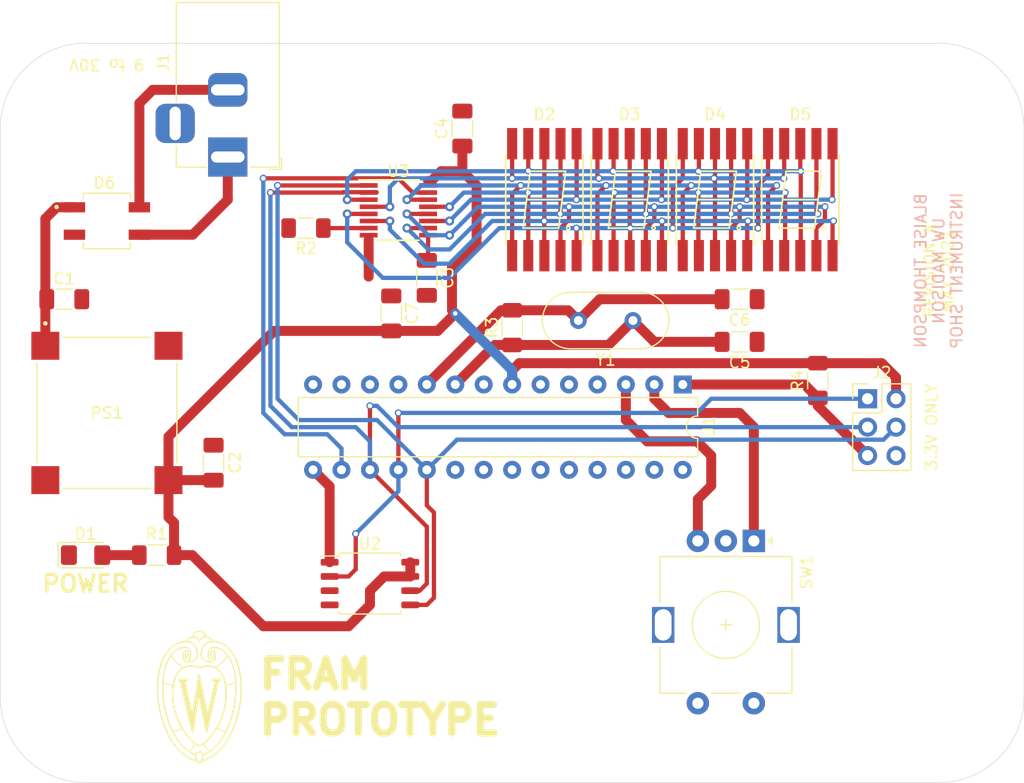
<source format=kicad_pcb>
(kicad_pcb (version 20171130) (host pcbnew 5.1.8+dfsg1-1+b1)

  (general
    (thickness 1.6)
    (drawings 14)
    (tracks 337)
    (zones 0)
    (modules 30)
    (nets 28)
  )

  (page USLetter)
  (title_block
    (title "FRAM Prototype")
    (date 2021-05-03)
    (rev A)
    (company "University of Wisconsin-Madison")
    (comment 1 "Department of Chemistry")
    (comment 2 "Instrument Shop")
    (comment 3 "Blaise Thompson")
    (comment 4 blaise.thompson@wisc.edu)
  )

  (layers
    (0 F.Cu signal)
    (31 B.Cu signal)
    (32 B.Adhes user)
    (33 F.Adhes user)
    (34 B.Paste user)
    (35 F.Paste user)
    (36 B.SilkS user)
    (37 F.SilkS user)
    (38 B.Mask user)
    (39 F.Mask user)
    (40 Dwgs.User user)
    (41 Cmts.User user)
    (42 Eco1.User user)
    (43 Eco2.User user)
    (44 Edge.Cuts user)
    (45 Margin user)
    (46 B.CrtYd user)
    (47 F.CrtYd user)
    (48 B.Fab user)
    (49 F.Fab user hide)
  )

  (setup
    (last_trace_width 0.889)
    (trace_clearance 0.381)
    (zone_clearance 0.508)
    (zone_45_only no)
    (trace_min 0.2)
    (via_size 0.8)
    (via_drill 0.4)
    (via_min_size 0.4)
    (via_min_drill 0.3)
    (uvia_size 0.3)
    (uvia_drill 0.1)
    (uvias_allowed no)
    (uvia_min_size 0.2)
    (uvia_min_drill 0.1)
    (edge_width 0.05)
    (segment_width 0.2)
    (pcb_text_width 0.3)
    (pcb_text_size 1.5 1.5)
    (mod_edge_width 0.12)
    (mod_text_size 1 1)
    (mod_text_width 0.15)
    (pad_size 1.6 0.41)
    (pad_drill 0)
    (pad_to_mask_clearance 0)
    (aux_axis_origin 0 0)
    (visible_elements FFFFFF7F)
    (pcbplotparams
      (layerselection 0x010fc_ffffffff)
      (usegerberextensions false)
      (usegerberattributes true)
      (usegerberadvancedattributes true)
      (creategerberjobfile true)
      (excludeedgelayer true)
      (linewidth 0.100000)
      (plotframeref false)
      (viasonmask false)
      (mode 1)
      (useauxorigin false)
      (hpglpennumber 1)
      (hpglpenspeed 20)
      (hpglpendiameter 15.000000)
      (psnegative false)
      (psa4output false)
      (plotreference true)
      (plotvalue true)
      (plotinvisibletext false)
      (padsonsilk false)
      (subtractmaskfromsilk false)
      (outputformat 1)
      (mirror false)
      (drillshape 0)
      (scaleselection 1)
      (outputdirectory "../gerber"))
  )

  (net 0 "")
  (net 1 GND)
  (net 2 /7seg/SEG2)
  (net 3 /7seg/SEG3)
  (net 4 /7seg/SEG0)
  (net 5 /7seg/SEG8)
  (net 6 /7seg/SEG7)
  (net 7 /7seg/SEG1)
  (net 8 /7seg/SEG6)
  (net 9 /7seg/SEG5)
  (net 10 /7seg/SEG4)
  (net 11 +VDC)
  (net 12 "Net-(SW1-PadA)")
  (net 13 "Net-(SW1-PadB)")
  (net 14 "Net-(U1-Pad15)")
  (net 15 /7seg/~CS~)
  (net 16 "Net-(C3-Pad1)")
  (net 17 "Net-(R2-Pad1)")
  (net 18 "Net-(D1-Pad2)")
  (net 19 "Net-(J2-Pad5)")
  (net 20 MOSI)
  (net 21 SCK)
  (net 22 MISO)
  (net 23 "Net-(C6-Pad2)")
  (net 24 "Net-(C5-Pad2)")
  (net 25 +3V3)
  (net 26 "Net-(D6-Pad4)")
  (net 27 "Net-(D6-Pad3)")

  (net_class Default "This is the default net class."
    (clearance 0.381)
    (trace_width 0.889)
    (via_dia 0.8)
    (via_drill 0.4)
    (uvia_dia 0.3)
    (uvia_drill 0.1)
    (add_net +3V3)
    (add_net +VDC)
    (add_net GND)
    (add_net "Net-(C5-Pad2)")
    (add_net "Net-(C6-Pad2)")
    (add_net "Net-(D1-Pad2)")
    (add_net "Net-(D6-Pad3)")
    (add_net "Net-(D6-Pad4)")
    (add_net "Net-(J2-Pad5)")
    (add_net "Net-(PS1-Pad4)")
    (add_net "Net-(SW1-PadA)")
    (add_net "Net-(SW1-PadB)")
    (add_net "Net-(SW1-PadS1)")
    (add_net "Net-(SW1-PadS2)")
    (add_net "Net-(U1-Pad11)")
    (add_net "Net-(U1-Pad12)")
    (add_net "Net-(U1-Pad13)")
    (add_net "Net-(U1-Pad14)")
    (add_net "Net-(U1-Pad15)")
    (add_net "Net-(U1-Pad20)")
    (add_net "Net-(U1-Pad21)")
    (add_net "Net-(U1-Pad23)")
    (add_net "Net-(U1-Pad24)")
    (add_net "Net-(U1-Pad25)")
    (add_net "Net-(U1-Pad26)")
    (add_net "Net-(U1-Pad27)")
    (add_net "Net-(U1-Pad28)")
    (add_net "Net-(U1-Pad4)")
    (add_net "Net-(U1-Pad5)")
    (add_net "Net-(U1-Pad6)")
    (add_net "Net-(U2-Pad3)")
  )

  (net_class data ""
    (clearance 0.0762)
    (trace_width 0.381)
    (via_dia 0.635)
    (via_drill 0.4)
    (uvia_dia 0.3)
    (uvia_drill 0.1)
    (add_net /7seg/SEG0)
    (add_net /7seg/SEG1)
    (add_net /7seg/SEG2)
    (add_net /7seg/SEG3)
    (add_net /7seg/SEG4)
    (add_net /7seg/SEG5)
    (add_net /7seg/SEG6)
    (add_net /7seg/SEG7)
    (add_net /7seg/SEG8)
    (add_net /7seg/~CS~)
    (add_net MISO)
    (add_net MOSI)
    (add_net "Net-(C3-Pad1)")
    (add_net "Net-(R2-Pad1)")
    (add_net SCK)
  )

  (module footprints:CONV_VXO7805-500-M (layer F.Cu) (tedit 5FB403F8) (tstamp 601085C4)
    (at 65.405 88.9)
    (path /6010FC76)
    (fp_text reference PS1 (at 0 0) (layer F.SilkS)
      (effects (font (size 1 1) (thickness 0.1524)))
    )
    (fp_text value VXO7803-500-M (at 4.93 9.135) (layer F.Fab)
      (effects (font (size 1 1) (thickness 0.015)))
    )
    (fp_line (start -6.25 -6.75) (end 6.25 -6.75) (layer F.Fab) (width 0.127))
    (fp_line (start 6.25 -6.75) (end 6.25 6.75) (layer F.Fab) (width 0.127))
    (fp_line (start 6.25 6.75) (end -6.25 6.75) (layer F.Fab) (width 0.127))
    (fp_line (start -6.25 6.75) (end -6.25 -6.75) (layer F.Fab) (width 0.127))
    (fp_line (start -7 -7.5) (end 7 -7.5) (layer F.CrtYd) (width 0.05))
    (fp_line (start 7 -7.5) (end 7 7.5) (layer F.CrtYd) (width 0.05))
    (fp_line (start 7 7.5) (end -7 7.5) (layer F.CrtYd) (width 0.05))
    (fp_line (start -7 7.5) (end -7 -7.5) (layer F.CrtYd) (width 0.05))
    (fp_line (start -3.93 -6.75) (end 3.93 -6.75) (layer F.SilkS) (width 0.127))
    (fp_circle (center -5.5 -8) (end -5.4 -8) (layer F.SilkS) (width 0.2))
    (fp_circle (center -5.5 -8) (end -5.4 -8) (layer F.Fab) (width 0.2))
    (fp_line (start 3.93 6.75) (end -3.93 6.75) (layer F.SilkS) (width 0.127))
    (fp_line (start 6.25 -4.43) (end 6.25 4.43) (layer F.SilkS) (width 0.127))
    (fp_line (start -6.25 4.43) (end -6.25 -4.43) (layer F.SilkS) (width 0.127))
    (pad 4 smd rect (at -5.5 6) (size 2.5 2.5) (layers F.Cu F.Paste F.Mask))
    (pad 3 smd rect (at 5.5 6) (size 2.5 2.5) (layers F.Cu F.Paste F.Mask)
      (net 25 +3V3))
    (pad 2 smd rect (at 5.5 -6) (size 2.5 2.5) (layers F.Cu F.Paste F.Mask)
      (net 1 GND))
    (pad 1 smd rect (at -5.5 -6) (size 2.5 2.5) (layers F.Cu F.Paste F.Mask)
      (net 11 +VDC))
  )

  (module Package_DIP:DIP-28_W7.62mm (layer F.Cu) (tedit 5A02E8C5) (tstamp 6010863E)
    (at 116.84 86.36 270)
    (descr "28-lead though-hole mounted DIP package, row spacing 7.62 mm (300 mils)")
    (tags "THT DIP DIL PDIP 2.54mm 7.62mm 300mil")
    (path /60117D73)
    (fp_text reference U1 (at 3.81 -2.33 90) (layer F.SilkS)
      (effects (font (size 1 1) (thickness 0.15)))
    )
    (fp_text value ATmega328-PU (at 3.81 35.35 90) (layer F.Fab)
      (effects (font (size 1 1) (thickness 0.15)))
    )
    (fp_line (start 1.635 -1.27) (end 6.985 -1.27) (layer F.Fab) (width 0.1))
    (fp_line (start 6.985 -1.27) (end 6.985 34.29) (layer F.Fab) (width 0.1))
    (fp_line (start 6.985 34.29) (end 0.635 34.29) (layer F.Fab) (width 0.1))
    (fp_line (start 0.635 34.29) (end 0.635 -0.27) (layer F.Fab) (width 0.1))
    (fp_line (start 0.635 -0.27) (end 1.635 -1.27) (layer F.Fab) (width 0.1))
    (fp_line (start 2.81 -1.33) (end 1.16 -1.33) (layer F.SilkS) (width 0.12))
    (fp_line (start 1.16 -1.33) (end 1.16 34.35) (layer F.SilkS) (width 0.12))
    (fp_line (start 1.16 34.35) (end 6.46 34.35) (layer F.SilkS) (width 0.12))
    (fp_line (start 6.46 34.35) (end 6.46 -1.33) (layer F.SilkS) (width 0.12))
    (fp_line (start 6.46 -1.33) (end 4.81 -1.33) (layer F.SilkS) (width 0.12))
    (fp_line (start -1.1 -1.55) (end -1.1 34.55) (layer F.CrtYd) (width 0.05))
    (fp_line (start -1.1 34.55) (end 8.7 34.55) (layer F.CrtYd) (width 0.05))
    (fp_line (start 8.7 34.55) (end 8.7 -1.55) (layer F.CrtYd) (width 0.05))
    (fp_line (start 8.7 -1.55) (end -1.1 -1.55) (layer F.CrtYd) (width 0.05))
    (fp_text user %R (at 3.81 16.51 90) (layer F.Fab)
      (effects (font (size 1 1) (thickness 0.15)))
    )
    (fp_arc (start 3.81 -1.33) (end 2.81 -1.33) (angle -180) (layer F.SilkS) (width 0.12))
    (pad 28 thru_hole oval (at 7.62 0 270) (size 1.6 1.6) (drill 0.8) (layers *.Cu *.Mask))
    (pad 14 thru_hole oval (at 0 33.02 270) (size 1.6 1.6) (drill 0.8) (layers *.Cu *.Mask))
    (pad 27 thru_hole oval (at 7.62 2.54 270) (size 1.6 1.6) (drill 0.8) (layers *.Cu *.Mask))
    (pad 13 thru_hole oval (at 0 30.48 270) (size 1.6 1.6) (drill 0.8) (layers *.Cu *.Mask))
    (pad 26 thru_hole oval (at 7.62 5.08 270) (size 1.6 1.6) (drill 0.8) (layers *.Cu *.Mask))
    (pad 12 thru_hole oval (at 0 27.94 270) (size 1.6 1.6) (drill 0.8) (layers *.Cu *.Mask))
    (pad 25 thru_hole oval (at 7.62 7.62 270) (size 1.6 1.6) (drill 0.8) (layers *.Cu *.Mask))
    (pad 11 thru_hole oval (at 0 25.4 270) (size 1.6 1.6) (drill 0.8) (layers *.Cu *.Mask))
    (pad 24 thru_hole oval (at 7.62 10.16 270) (size 1.6 1.6) (drill 0.8) (layers *.Cu *.Mask))
    (pad 10 thru_hole oval (at 0 22.86 270) (size 1.6 1.6) (drill 0.8) (layers *.Cu *.Mask)
      (net 23 "Net-(C6-Pad2)"))
    (pad 23 thru_hole oval (at 7.62 12.7 270) (size 1.6 1.6) (drill 0.8) (layers *.Cu *.Mask))
    (pad 9 thru_hole oval (at 0 20.32 270) (size 1.6 1.6) (drill 0.8) (layers *.Cu *.Mask)
      (net 24 "Net-(C5-Pad2)"))
    (pad 22 thru_hole oval (at 7.62 15.24 270) (size 1.6 1.6) (drill 0.8) (layers *.Cu *.Mask)
      (net 1 GND))
    (pad 8 thru_hole oval (at 0 17.78 270) (size 1.6 1.6) (drill 0.8) (layers *.Cu *.Mask)
      (net 1 GND))
    (pad 21 thru_hole oval (at 7.62 17.78 270) (size 1.6 1.6) (drill 0.8) (layers *.Cu *.Mask))
    (pad 7 thru_hole oval (at 0 15.24 270) (size 1.6 1.6) (drill 0.8) (layers *.Cu *.Mask)
      (net 25 +3V3))
    (pad 20 thru_hole oval (at 7.62 20.32 270) (size 1.6 1.6) (drill 0.8) (layers *.Cu *.Mask))
    (pad 6 thru_hole oval (at 0 12.7 270) (size 1.6 1.6) (drill 0.8) (layers *.Cu *.Mask))
    (pad 19 thru_hole oval (at 7.62 22.86 270) (size 1.6 1.6) (drill 0.8) (layers *.Cu *.Mask)
      (net 20 MOSI))
    (pad 5 thru_hole oval (at 0 10.16 270) (size 1.6 1.6) (drill 0.8) (layers *.Cu *.Mask))
    (pad 18 thru_hole oval (at 7.62 25.4 270) (size 1.6 1.6) (drill 0.8) (layers *.Cu *.Mask)
      (net 22 MISO))
    (pad 4 thru_hole oval (at 0 7.62 270) (size 1.6 1.6) (drill 0.8) (layers *.Cu *.Mask))
    (pad 17 thru_hole oval (at 7.62 27.94 270) (size 1.6 1.6) (drill 0.8) (layers *.Cu *.Mask)
      (net 21 SCK))
    (pad 3 thru_hole oval (at 0 5.08 270) (size 1.6 1.6) (drill 0.8) (layers *.Cu *.Mask)
      (net 13 "Net-(SW1-PadB)"))
    (pad 16 thru_hole oval (at 7.62 30.48 270) (size 1.6 1.6) (drill 0.8) (layers *.Cu *.Mask)
      (net 15 /7seg/~CS~))
    (pad 2 thru_hole oval (at 0 2.54 270) (size 1.6 1.6) (drill 0.8) (layers *.Cu *.Mask)
      (net 12 "Net-(SW1-PadA)"))
    (pad 15 thru_hole oval (at 7.62 33.02 270) (size 1.6 1.6) (drill 0.8) (layers *.Cu *.Mask)
      (net 14 "Net-(U1-Pad15)"))
    (pad 1 thru_hole rect (at 0 0 270) (size 1.6 1.6) (drill 0.8) (layers *.Cu *.Mask)
      (net 19 "Net-(J2-Pad5)"))
    (model ${KISYS3DMOD}/Package_DIP.3dshapes/DIP-28_W7.62mm.wrl
      (at (xyz 0 0 0))
      (scale (xyz 1 1 1))
      (rotate (xyz 0 0 0))
    )
  )

  (module footprints:SOIC245P670X290-4N (layer F.Cu) (tedit 6090250F) (tstamp 6088F5B7)
    (at 65.405 71.755)
    (path /60913B31)
    (fp_text reference D6 (at -0.218388 -3.412419) (layer F.SilkS)
      (effects (font (size 1 1) (thickness 0.15)))
    )
    (fp_text value CDBHM260L-HF (at 5.071292 3.347631) (layer F.Fab)
      (effects (font (size 0.64077 0.64077) (thickness 0.015)))
    )
    (fp_circle (center -4.5 -1.25) (end -4.4 -1.25) (layer F.Fab) (width 0.2))
    (fp_circle (center -4.5 -1.25) (end -4.4 -1.25) (layer F.SilkS) (width 0.2))
    (fp_line (start 4.11 -2.73) (end -4.11 -2.73) (layer F.CrtYd) (width 0.05))
    (fp_line (start 4.11 2.73) (end 4.11 -2.73) (layer F.CrtYd) (width 0.05))
    (fp_line (start -4.11 2.73) (end 4.11 2.73) (layer F.CrtYd) (width 0.05))
    (fp_line (start -4.11 -2.73) (end -4.11 2.73) (layer F.CrtYd) (width 0.05))
    (fp_line (start 2.1 2.48) (end 2.1 1.9) (layer F.SilkS) (width 0.127))
    (fp_line (start -2.1 2.48) (end 2.1 2.48) (layer F.SilkS) (width 0.127))
    (fp_line (start -2.1 1.9) (end -2.1 2.48) (layer F.SilkS) (width 0.127))
    (fp_line (start 2.1 -2.48) (end 2.1 -1.9) (layer F.SilkS) (width 0.127))
    (fp_line (start -2.1 -2.48) (end 2.1 -2.48) (layer F.SilkS) (width 0.127))
    (fp_line (start -2.1 -1.95) (end -2.1 -2.48) (layer F.SilkS) (width 0.127))
    (fp_line (start -2.1 2.48) (end -2.1 -2.48) (layer F.Fab) (width 0.127))
    (fp_line (start 2.1 2.48) (end -2.1 2.48) (layer F.Fab) (width 0.127))
    (fp_line (start 2.1 -2.48) (end 2.1 2.48) (layer F.Fab) (width 0.127))
    (fp_line (start -2.1 -2.48) (end 2.1 -2.48) (layer F.Fab) (width 0.127))
    (pad 4 smd rect (at 2.9 -1.225) (size 1.91 0.91) (layers F.Cu F.Paste F.Mask)
      (net 26 "Net-(D6-Pad4)"))
    (pad 3 smd rect (at 2.9 1.225) (size 1.91 0.91) (layers F.Cu F.Paste F.Mask)
      (net 27 "Net-(D6-Pad3)"))
    (pad 2 smd rect (at -2.9 1.225) (size 1.91 0.91) (layers F.Cu F.Paste F.Mask)
      (net 1 GND))
    (pad 1 smd rect (at -2.9 -1.225) (size 1.91 0.91) (layers F.Cu F.Paste F.Mask)
      (net 11 +VDC))
  )

  (module Crystal:Crystal_HC49-U_Vertical (layer F.Cu) (tedit 5A1AD3B8) (tstamp 6088C0D3)
    (at 112.395 80.645 180)
    (descr "Crystal THT HC-49/U http://5hertz.com/pdfs/04404_D.pdf")
    (tags "THT crystalHC-49/U")
    (path /60137BE3)
    (fp_text reference Y1 (at 2.44 -3.525) (layer F.SilkS)
      (effects (font (size 1 1) (thickness 0.15)))
    )
    (fp_text value 8MHz (at 2.44 3.525) (layer F.Fab)
      (effects (font (size 1 1) (thickness 0.15)))
    )
    (fp_line (start 8.4 -2.8) (end -3.5 -2.8) (layer F.CrtYd) (width 0.05))
    (fp_line (start 8.4 2.8) (end 8.4 -2.8) (layer F.CrtYd) (width 0.05))
    (fp_line (start -3.5 2.8) (end 8.4 2.8) (layer F.CrtYd) (width 0.05))
    (fp_line (start -3.5 -2.8) (end -3.5 2.8) (layer F.CrtYd) (width 0.05))
    (fp_line (start -0.685 2.525) (end 5.565 2.525) (layer F.SilkS) (width 0.12))
    (fp_line (start -0.685 -2.525) (end 5.565 -2.525) (layer F.SilkS) (width 0.12))
    (fp_line (start -0.56 2) (end 5.44 2) (layer F.Fab) (width 0.1))
    (fp_line (start -0.56 -2) (end 5.44 -2) (layer F.Fab) (width 0.1))
    (fp_line (start -0.685 2.325) (end 5.565 2.325) (layer F.Fab) (width 0.1))
    (fp_line (start -0.685 -2.325) (end 5.565 -2.325) (layer F.Fab) (width 0.1))
    (fp_arc (start 5.565 0) (end 5.565 -2.525) (angle 180) (layer F.SilkS) (width 0.12))
    (fp_arc (start -0.685 0) (end -0.685 -2.525) (angle -180) (layer F.SilkS) (width 0.12))
    (fp_arc (start 5.44 0) (end 5.44 -2) (angle 180) (layer F.Fab) (width 0.1))
    (fp_arc (start -0.56 0) (end -0.56 -2) (angle -180) (layer F.Fab) (width 0.1))
    (fp_arc (start 5.565 0) (end 5.565 -2.325) (angle 180) (layer F.Fab) (width 0.1))
    (fp_arc (start -0.685 0) (end -0.685 -2.325) (angle -180) (layer F.Fab) (width 0.1))
    (fp_text user %R (at 2.44 0) (layer F.Fab)
      (effects (font (size 1 1) (thickness 0.15)))
    )
    (pad 2 thru_hole circle (at 4.88 0 180) (size 1.5 1.5) (drill 0.8) (layers *.Cu *.Mask)
      (net 23 "Net-(C6-Pad2)"))
    (pad 1 thru_hole circle (at 0 0 180) (size 1.5 1.5) (drill 0.8) (layers *.Cu *.Mask)
      (net 24 "Net-(C5-Pad2)"))
    (model ${KISYS3DMOD}/Crystal.3dshapes/Crystal_HC49-U_Vertical.wrl
      (at (xyz 0 0 0))
      (scale (xyz 1 1 1))
      (rotate (xyz 0 0 0))
    )
  )

  (module Resistor_SMD:R_1206_3216Metric_Pad1.30x1.75mm_HandSolder (layer F.Cu) (tedit 5F68FEEE) (tstamp 6090AFD3)
    (at 128.905 86.005 90)
    (descr "Resistor SMD 1206 (3216 Metric), square (rectangular) end terminal, IPC_7351 nominal with elongated pad for handsoldering. (Body size source: IPC-SM-782 page 72, https://www.pcb-3d.com/wordpress/wp-content/uploads/ipc-sm-782a_amendment_1_and_2.pdf), generated with kicad-footprint-generator")
    (tags "resistor handsolder")
    (path /6013FE06)
    (attr smd)
    (fp_text reference R4 (at 0 -1.82 90) (layer F.SilkS)
      (effects (font (size 1 1) (thickness 0.15)))
    )
    (fp_text value 4.7k (at 0 1.82 90) (layer F.Fab)
      (effects (font (size 1 1) (thickness 0.15)))
    )
    (fp_line (start 2.45 1.12) (end -2.45 1.12) (layer F.CrtYd) (width 0.05))
    (fp_line (start 2.45 -1.12) (end 2.45 1.12) (layer F.CrtYd) (width 0.05))
    (fp_line (start -2.45 -1.12) (end 2.45 -1.12) (layer F.CrtYd) (width 0.05))
    (fp_line (start -2.45 1.12) (end -2.45 -1.12) (layer F.CrtYd) (width 0.05))
    (fp_line (start -0.727064 0.91) (end 0.727064 0.91) (layer F.SilkS) (width 0.12))
    (fp_line (start -0.727064 -0.91) (end 0.727064 -0.91) (layer F.SilkS) (width 0.12))
    (fp_line (start 1.6 0.8) (end -1.6 0.8) (layer F.Fab) (width 0.1))
    (fp_line (start 1.6 -0.8) (end 1.6 0.8) (layer F.Fab) (width 0.1))
    (fp_line (start -1.6 -0.8) (end 1.6 -0.8) (layer F.Fab) (width 0.1))
    (fp_line (start -1.6 0.8) (end -1.6 -0.8) (layer F.Fab) (width 0.1))
    (fp_text user %R (at 0 0 90) (layer F.Fab)
      (effects (font (size 0.8 0.8) (thickness 0.12)))
    )
    (pad 2 smd roundrect (at 1.55 0 90) (size 1.3 1.75) (layers F.Cu F.Paste F.Mask) (roundrect_rratio 0.1923076923076923)
      (net 25 +3V3))
    (pad 1 smd roundrect (at -1.55 0 90) (size 1.3 1.75) (layers F.Cu F.Paste F.Mask) (roundrect_rratio 0.1923076923076923)
      (net 19 "Net-(J2-Pad5)"))
    (model ${KISYS3DMOD}/Resistor_SMD.3dshapes/R_1206_3216Metric.wrl
      (at (xyz 0 0 0))
      (scale (xyz 1 1 1))
      (rotate (xyz 0 0 0))
    )
  )

  (module Resistor_SMD:R_1206_3216Metric_Pad1.30x1.75mm_HandSolder (layer F.Cu) (tedit 5F68FEEE) (tstamp 60909C8D)
    (at 101.6 81.28 90)
    (descr "Resistor SMD 1206 (3216 Metric), square (rectangular) end terminal, IPC_7351 nominal with elongated pad for handsoldering. (Body size source: IPC-SM-782 page 72, https://www.pcb-3d.com/wordpress/wp-content/uploads/ipc-sm-782a_amendment_1_and_2.pdf), generated with kicad-footprint-generator")
    (tags "resistor handsolder")
    (path /6012E670)
    (attr smd)
    (fp_text reference R3 (at 0 -1.82 90) (layer F.SilkS)
      (effects (font (size 1 1) (thickness 0.15)))
    )
    (fp_text value 1M (at 0 1.82 90) (layer F.Fab)
      (effects (font (size 1 1) (thickness 0.15)))
    )
    (fp_line (start 2.45 1.12) (end -2.45 1.12) (layer F.CrtYd) (width 0.05))
    (fp_line (start 2.45 -1.12) (end 2.45 1.12) (layer F.CrtYd) (width 0.05))
    (fp_line (start -2.45 -1.12) (end 2.45 -1.12) (layer F.CrtYd) (width 0.05))
    (fp_line (start -2.45 1.12) (end -2.45 -1.12) (layer F.CrtYd) (width 0.05))
    (fp_line (start -0.727064 0.91) (end 0.727064 0.91) (layer F.SilkS) (width 0.12))
    (fp_line (start -0.727064 -0.91) (end 0.727064 -0.91) (layer F.SilkS) (width 0.12))
    (fp_line (start 1.6 0.8) (end -1.6 0.8) (layer F.Fab) (width 0.1))
    (fp_line (start 1.6 -0.8) (end 1.6 0.8) (layer F.Fab) (width 0.1))
    (fp_line (start -1.6 -0.8) (end 1.6 -0.8) (layer F.Fab) (width 0.1))
    (fp_line (start -1.6 0.8) (end -1.6 -0.8) (layer F.Fab) (width 0.1))
    (fp_text user %R (at 0 0 90) (layer F.Fab)
      (effects (font (size 0.8 0.8) (thickness 0.12)))
    )
    (pad 2 smd roundrect (at 1.55 0 90) (size 1.3 1.75) (layers F.Cu F.Paste F.Mask) (roundrect_rratio 0.1923076923076923)
      (net 23 "Net-(C6-Pad2)"))
    (pad 1 smd roundrect (at -1.55 0 90) (size 1.3 1.75) (layers F.Cu F.Paste F.Mask) (roundrect_rratio 0.1923076923076923)
      (net 24 "Net-(C5-Pad2)"))
    (model ${KISYS3DMOD}/Resistor_SMD.3dshapes/R_1206_3216Metric.wrl
      (at (xyz 0 0 0))
      (scale (xyz 1 1 1))
      (rotate (xyz 0 0 0))
    )
  )

  (module Capacitor_SMD:C_1206_3216Metric_Pad1.33x1.80mm_HandSolder (layer F.Cu) (tedit 5F68FEEF) (tstamp 6088BDED)
    (at 90.805 80.01 270)
    (descr "Capacitor SMD 1206 (3216 Metric), square (rectangular) end terminal, IPC_7351 nominal with elongated pad for handsoldering. (Body size source: IPC-SM-782 page 76, https://www.pcb-3d.com/wordpress/wp-content/uploads/ipc-sm-782a_amendment_1_and_2.pdf), generated with kicad-footprint-generator")
    (tags "capacitor handsolder")
    (path /60177143)
    (attr smd)
    (fp_text reference C7 (at 0 -1.85 90) (layer F.SilkS)
      (effects (font (size 1 1) (thickness 0.15)))
    )
    (fp_text value 100n (at 0 1.85 90) (layer F.Fab)
      (effects (font (size 1 1) (thickness 0.15)))
    )
    (fp_line (start 2.48 1.15) (end -2.48 1.15) (layer F.CrtYd) (width 0.05))
    (fp_line (start 2.48 -1.15) (end 2.48 1.15) (layer F.CrtYd) (width 0.05))
    (fp_line (start -2.48 -1.15) (end 2.48 -1.15) (layer F.CrtYd) (width 0.05))
    (fp_line (start -2.48 1.15) (end -2.48 -1.15) (layer F.CrtYd) (width 0.05))
    (fp_line (start -0.711252 0.91) (end 0.711252 0.91) (layer F.SilkS) (width 0.12))
    (fp_line (start -0.711252 -0.91) (end 0.711252 -0.91) (layer F.SilkS) (width 0.12))
    (fp_line (start 1.6 0.8) (end -1.6 0.8) (layer F.Fab) (width 0.1))
    (fp_line (start 1.6 -0.8) (end 1.6 0.8) (layer F.Fab) (width 0.1))
    (fp_line (start -1.6 -0.8) (end 1.6 -0.8) (layer F.Fab) (width 0.1))
    (fp_line (start -1.6 0.8) (end -1.6 -0.8) (layer F.Fab) (width 0.1))
    (fp_text user %R (at 0 0 90) (layer F.Fab)
      (effects (font (size 0.8 0.8) (thickness 0.12)))
    )
    (pad 2 smd roundrect (at 1.5625 0 270) (size 1.325 1.8) (layers F.Cu F.Paste F.Mask) (roundrect_rratio 0.1886784905660377)
      (net 25 +3V3))
    (pad 1 smd roundrect (at -1.5625 0 270) (size 1.325 1.8) (layers F.Cu F.Paste F.Mask) (roundrect_rratio 0.1886784905660377)
      (net 1 GND))
    (model ${KISYS3DMOD}/Capacitor_SMD.3dshapes/C_1206_3216Metric.wrl
      (at (xyz 0 0 0))
      (scale (xyz 1 1 1))
      (rotate (xyz 0 0 0))
    )
  )

  (module Capacitor_SMD:C_1206_3216Metric_Pad1.33x1.80mm_HandSolder (layer F.Cu) (tedit 5F68FEEF) (tstamp 6088BDDC)
    (at 121.92 78.74 180)
    (descr "Capacitor SMD 1206 (3216 Metric), square (rectangular) end terminal, IPC_7351 nominal with elongated pad for handsoldering. (Body size source: IPC-SM-782 page 76, https://www.pcb-3d.com/wordpress/wp-content/uploads/ipc-sm-782a_amendment_1_and_2.pdf), generated with kicad-footprint-generator")
    (tags "capacitor handsolder")
    (path /6013862B)
    (attr smd)
    (fp_text reference C6 (at 0 -1.85) (layer F.SilkS)
      (effects (font (size 1 1) (thickness 0.15)))
    )
    (fp_text value 20p (at 0 1.85) (layer F.Fab)
      (effects (font (size 1 1) (thickness 0.15)))
    )
    (fp_line (start 2.48 1.15) (end -2.48 1.15) (layer F.CrtYd) (width 0.05))
    (fp_line (start 2.48 -1.15) (end 2.48 1.15) (layer F.CrtYd) (width 0.05))
    (fp_line (start -2.48 -1.15) (end 2.48 -1.15) (layer F.CrtYd) (width 0.05))
    (fp_line (start -2.48 1.15) (end -2.48 -1.15) (layer F.CrtYd) (width 0.05))
    (fp_line (start -0.711252 0.91) (end 0.711252 0.91) (layer F.SilkS) (width 0.12))
    (fp_line (start -0.711252 -0.91) (end 0.711252 -0.91) (layer F.SilkS) (width 0.12))
    (fp_line (start 1.6 0.8) (end -1.6 0.8) (layer F.Fab) (width 0.1))
    (fp_line (start 1.6 -0.8) (end 1.6 0.8) (layer F.Fab) (width 0.1))
    (fp_line (start -1.6 -0.8) (end 1.6 -0.8) (layer F.Fab) (width 0.1))
    (fp_line (start -1.6 0.8) (end -1.6 -0.8) (layer F.Fab) (width 0.1))
    (fp_text user %R (at 0 0) (layer F.Fab)
      (effects (font (size 0.8 0.8) (thickness 0.12)))
    )
    (pad 2 smd roundrect (at 1.5625 0 180) (size 1.325 1.8) (layers F.Cu F.Paste F.Mask) (roundrect_rratio 0.1886784905660377)
      (net 23 "Net-(C6-Pad2)"))
    (pad 1 smd roundrect (at -1.5625 0 180) (size 1.325 1.8) (layers F.Cu F.Paste F.Mask) (roundrect_rratio 0.1886784905660377)
      (net 1 GND))
    (model ${KISYS3DMOD}/Capacitor_SMD.3dshapes/C_1206_3216Metric.wrl
      (at (xyz 0 0 0))
      (scale (xyz 1 1 1))
      (rotate (xyz 0 0 0))
    )
  )

  (module Capacitor_SMD:C_1206_3216Metric_Pad1.33x1.80mm_HandSolder (layer F.Cu) (tedit 5F68FEEF) (tstamp 6088BDCB)
    (at 121.92 82.55 180)
    (descr "Capacitor SMD 1206 (3216 Metric), square (rectangular) end terminal, IPC_7351 nominal with elongated pad for handsoldering. (Body size source: IPC-SM-782 page 76, https://www.pcb-3d.com/wordpress/wp-content/uploads/ipc-sm-782a_amendment_1_and_2.pdf), generated with kicad-footprint-generator")
    (tags "capacitor handsolder")
    (path /601380CB)
    (attr smd)
    (fp_text reference C5 (at 0 -1.85) (layer F.SilkS)
      (effects (font (size 1 1) (thickness 0.15)))
    )
    (fp_text value 20p (at 0 1.85) (layer F.Fab)
      (effects (font (size 1 1) (thickness 0.15)))
    )
    (fp_line (start 2.48 1.15) (end -2.48 1.15) (layer F.CrtYd) (width 0.05))
    (fp_line (start 2.48 -1.15) (end 2.48 1.15) (layer F.CrtYd) (width 0.05))
    (fp_line (start -2.48 -1.15) (end 2.48 -1.15) (layer F.CrtYd) (width 0.05))
    (fp_line (start -2.48 1.15) (end -2.48 -1.15) (layer F.CrtYd) (width 0.05))
    (fp_line (start -0.711252 0.91) (end 0.711252 0.91) (layer F.SilkS) (width 0.12))
    (fp_line (start -0.711252 -0.91) (end 0.711252 -0.91) (layer F.SilkS) (width 0.12))
    (fp_line (start 1.6 0.8) (end -1.6 0.8) (layer F.Fab) (width 0.1))
    (fp_line (start 1.6 -0.8) (end 1.6 0.8) (layer F.Fab) (width 0.1))
    (fp_line (start -1.6 -0.8) (end 1.6 -0.8) (layer F.Fab) (width 0.1))
    (fp_line (start -1.6 0.8) (end -1.6 -0.8) (layer F.Fab) (width 0.1))
    (fp_text user %R (at 0 0) (layer F.Fab)
      (effects (font (size 0.8 0.8) (thickness 0.12)))
    )
    (pad 2 smd roundrect (at 1.5625 0 180) (size 1.325 1.8) (layers F.Cu F.Paste F.Mask) (roundrect_rratio 0.1886784905660377)
      (net 24 "Net-(C5-Pad2)"))
    (pad 1 smd roundrect (at -1.5625 0 180) (size 1.325 1.8) (layers F.Cu F.Paste F.Mask) (roundrect_rratio 0.1886784905660377)
      (net 1 GND))
    (model ${KISYS3DMOD}/Capacitor_SMD.3dshapes/C_1206_3216Metric.wrl
      (at (xyz 0 0 0))
      (scale (xyz 1 1 1))
      (rotate (xyz 0 0 0))
    )
  )

  (module Resistor_SMD:R_1206_3216Metric_Pad1.30x1.75mm_HandSolder (layer F.Cu) (tedit 5F68FEEE) (tstamp 6010A2B1)
    (at 83.185 72.39 180)
    (descr "Resistor SMD 1206 (3216 Metric), square (rectangular) end terminal, IPC_7351 nominal with elongated pad for handsoldering. (Body size source: IPC-SM-782 page 72, https://www.pcb-3d.com/wordpress/wp-content/uploads/ipc-sm-782a_amendment_1_and_2.pdf), generated with kicad-footprint-generator")
    (tags "resistor handsolder")
    (path /60104CB0/6012A0D0)
    (attr smd)
    (fp_text reference R2 (at 0 -1.82) (layer F.SilkS)
      (effects (font (size 1 1) (thickness 0.15)))
    )
    (fp_text value R_US (at 0 1.82) (layer F.Fab)
      (effects (font (size 1 1) (thickness 0.15)))
    )
    (fp_line (start -1.6 0.8) (end -1.6 -0.8) (layer F.Fab) (width 0.1))
    (fp_line (start -1.6 -0.8) (end 1.6 -0.8) (layer F.Fab) (width 0.1))
    (fp_line (start 1.6 -0.8) (end 1.6 0.8) (layer F.Fab) (width 0.1))
    (fp_line (start 1.6 0.8) (end -1.6 0.8) (layer F.Fab) (width 0.1))
    (fp_line (start -0.727064 -0.91) (end 0.727064 -0.91) (layer F.SilkS) (width 0.12))
    (fp_line (start -0.727064 0.91) (end 0.727064 0.91) (layer F.SilkS) (width 0.12))
    (fp_line (start -2.45 1.12) (end -2.45 -1.12) (layer F.CrtYd) (width 0.05))
    (fp_line (start -2.45 -1.12) (end 2.45 -1.12) (layer F.CrtYd) (width 0.05))
    (fp_line (start 2.45 -1.12) (end 2.45 1.12) (layer F.CrtYd) (width 0.05))
    (fp_line (start 2.45 1.12) (end -2.45 1.12) (layer F.CrtYd) (width 0.05))
    (fp_text user %R (at 0 0) (layer F.Fab)
      (effects (font (size 0.8 0.8) (thickness 0.12)))
    )
    (pad 1 smd roundrect (at -1.55 0 180) (size 1.3 1.75) (layers F.Cu F.Paste F.Mask) (roundrect_rratio 0.1923069230769231)
      (net 17 "Net-(R2-Pad1)"))
    (pad 2 smd roundrect (at 1.55 0 180) (size 1.3 1.75) (layers F.Cu F.Paste F.Mask) (roundrect_rratio 0.1923069230769231)
      (net 1 GND))
    (model ${KISYS3DMOD}/Resistor_SMD.3dshapes/R_1206_3216Metric.wrl
      (at (xyz 0 0 0))
      (scale (xyz 1 1 1))
      (rotate (xyz 0 0 0))
    )
  )

  (module Resistor_SMD:R_1206_3216Metric_Pad1.30x1.75mm_HandSolder (layer F.Cu) (tedit 5F68FEEE) (tstamp 6010A2A0)
    (at 69.85 101.6 180)
    (descr "Resistor SMD 1206 (3216 Metric), square (rectangular) end terminal, IPC_7351 nominal with elongated pad for handsoldering. (Body size source: IPC-SM-782 page 72, https://www.pcb-3d.com/wordpress/wp-content/uploads/ipc-sm-782a_amendment_1_and_2.pdf), generated with kicad-footprint-generator")
    (tags "resistor handsolder")
    (path /6010B20B)
    (attr smd)
    (fp_text reference R1 (at 0 1.905) (layer F.SilkS)
      (effects (font (size 1 1) (thickness 0.15)))
    )
    (fp_text value 100 (at 0 1.82) (layer F.Fab)
      (effects (font (size 1 1) (thickness 0.15)))
    )
    (fp_line (start 2.45 1.12) (end -2.45 1.12) (layer F.CrtYd) (width 0.05))
    (fp_line (start 2.45 -1.12) (end 2.45 1.12) (layer F.CrtYd) (width 0.05))
    (fp_line (start -2.45 -1.12) (end 2.45 -1.12) (layer F.CrtYd) (width 0.05))
    (fp_line (start -2.45 1.12) (end -2.45 -1.12) (layer F.CrtYd) (width 0.05))
    (fp_line (start -0.727064 0.91) (end 0.727064 0.91) (layer F.SilkS) (width 0.12))
    (fp_line (start -0.727064 -0.91) (end 0.727064 -0.91) (layer F.SilkS) (width 0.12))
    (fp_line (start 1.6 0.8) (end -1.6 0.8) (layer F.Fab) (width 0.1))
    (fp_line (start 1.6 -0.8) (end 1.6 0.8) (layer F.Fab) (width 0.1))
    (fp_line (start -1.6 -0.8) (end 1.6 -0.8) (layer F.Fab) (width 0.1))
    (fp_line (start -1.6 0.8) (end -1.6 -0.8) (layer F.Fab) (width 0.1))
    (fp_text user %R (at 0 0) (layer F.Fab)
      (effects (font (size 0.8 0.8) (thickness 0.12)))
    )
    (pad 2 smd roundrect (at 1.55 0 180) (size 1.3 1.75) (layers F.Cu F.Paste F.Mask) (roundrect_rratio 0.1923069230769231)
      (net 18 "Net-(D1-Pad2)"))
    (pad 1 smd roundrect (at -1.55 0 180) (size 1.3 1.75) (layers F.Cu F.Paste F.Mask) (roundrect_rratio 0.1923069230769231)
      (net 25 +3V3))
    (model ${KISYS3DMOD}/Resistor_SMD.3dshapes/R_1206_3216Metric.wrl
      (at (xyz 0 0 0))
      (scale (xyz 1 1 1))
      (rotate (xyz 0 0 0))
    )
  )

  (module Connector_PinHeader_2.54mm:PinHeader_2x03_P2.54mm_Vertical (layer F.Cu) (tedit 59FED5CC) (tstamp 6010A27A)
    (at 133.35 87.63)
    (descr "Through hole straight pin header, 2x03, 2.54mm pitch, double rows")
    (tags "Through hole pin header THT 2x03 2.54mm double row")
    (path /6011BE44)
    (fp_text reference J2 (at 1.27 -2.33) (layer F.SilkS)
      (effects (font (size 1 1) (thickness 0.15)))
    )
    (fp_text value AVR-ISP-6 (at 1.27 7.41) (layer F.Fab)
      (effects (font (size 1 1) (thickness 0.15)))
    )
    (fp_line (start 4.35 -1.8) (end -1.8 -1.8) (layer F.CrtYd) (width 0.05))
    (fp_line (start 4.35 6.85) (end 4.35 -1.8) (layer F.CrtYd) (width 0.05))
    (fp_line (start -1.8 6.85) (end 4.35 6.85) (layer F.CrtYd) (width 0.05))
    (fp_line (start -1.8 -1.8) (end -1.8 6.85) (layer F.CrtYd) (width 0.05))
    (fp_line (start -1.33 -1.33) (end 0 -1.33) (layer F.SilkS) (width 0.12))
    (fp_line (start -1.33 0) (end -1.33 -1.33) (layer F.SilkS) (width 0.12))
    (fp_line (start 1.27 -1.33) (end 3.87 -1.33) (layer F.SilkS) (width 0.12))
    (fp_line (start 1.27 1.27) (end 1.27 -1.33) (layer F.SilkS) (width 0.12))
    (fp_line (start -1.33 1.27) (end 1.27 1.27) (layer F.SilkS) (width 0.12))
    (fp_line (start 3.87 -1.33) (end 3.87 6.41) (layer F.SilkS) (width 0.12))
    (fp_line (start -1.33 1.27) (end -1.33 6.41) (layer F.SilkS) (width 0.12))
    (fp_line (start -1.33 6.41) (end 3.87 6.41) (layer F.SilkS) (width 0.12))
    (fp_line (start -1.27 0) (end 0 -1.27) (layer F.Fab) (width 0.1))
    (fp_line (start -1.27 6.35) (end -1.27 0) (layer F.Fab) (width 0.1))
    (fp_line (start 3.81 6.35) (end -1.27 6.35) (layer F.Fab) (width 0.1))
    (fp_line (start 3.81 -1.27) (end 3.81 6.35) (layer F.Fab) (width 0.1))
    (fp_line (start 0 -1.27) (end 3.81 -1.27) (layer F.Fab) (width 0.1))
    (fp_text user %R (at 1.27 2.54 90) (layer F.Fab)
      (effects (font (size 1 1) (thickness 0.15)))
    )
    (pad 6 thru_hole oval (at 2.54 5.08) (size 1.7 1.7) (drill 1) (layers *.Cu *.Mask)
      (net 1 GND))
    (pad 5 thru_hole oval (at 0 5.08) (size 1.7 1.7) (drill 1) (layers *.Cu *.Mask)
      (net 19 "Net-(J2-Pad5)"))
    (pad 4 thru_hole oval (at 2.54 2.54) (size 1.7 1.7) (drill 1) (layers *.Cu *.Mask)
      (net 20 MOSI))
    (pad 3 thru_hole oval (at 0 2.54) (size 1.7 1.7) (drill 1) (layers *.Cu *.Mask)
      (net 21 SCK))
    (pad 2 thru_hole oval (at 2.54 0) (size 1.7 1.7) (drill 1) (layers *.Cu *.Mask)
      (net 25 +3V3))
    (pad 1 thru_hole rect (at 0 0) (size 1.7 1.7) (drill 1) (layers *.Cu *.Mask)
      (net 22 MISO))
    (model ${KISYS3DMOD}/Connector_PinHeader_2.54mm.3dshapes/PinHeader_2x03_P2.54mm_Vertical.wrl
      (at (xyz 0 0 0))
      (scale (xyz 1 1 1))
      (rotate (xyz 0 0 0))
    )
  )

  (module LED_SMD:LED_1206_3216Metric_Pad1.42x1.75mm_HandSolder (layer F.Cu) (tedit 5F68FEF1) (tstamp 6010A172)
    (at 63.5 101.6)
    (descr "LED SMD 1206 (3216 Metric), square (rectangular) end terminal, IPC_7351 nominal, (Body size source: http://www.tortai-tech.com/upload/download/2011102023233369053.pdf), generated with kicad-footprint-generator")
    (tags "LED handsolder")
    (path /6010B858)
    (attr smd)
    (fp_text reference D1 (at 0 -1.905) (layer F.SilkS)
      (effects (font (size 1 1) (thickness 0.15)))
    )
    (fp_text value LED (at 0 1.82) (layer F.Fab)
      (effects (font (size 1 1) (thickness 0.15)))
    )
    (fp_line (start 2.45 1.12) (end -2.45 1.12) (layer F.CrtYd) (width 0.05))
    (fp_line (start 2.45 -1.12) (end 2.45 1.12) (layer F.CrtYd) (width 0.05))
    (fp_line (start -2.45 -1.12) (end 2.45 -1.12) (layer F.CrtYd) (width 0.05))
    (fp_line (start -2.45 1.12) (end -2.45 -1.12) (layer F.CrtYd) (width 0.05))
    (fp_line (start -2.46 1.135) (end 1.6 1.135) (layer F.SilkS) (width 0.12))
    (fp_line (start -2.46 -1.135) (end -2.46 1.135) (layer F.SilkS) (width 0.12))
    (fp_line (start 1.6 -1.135) (end -2.46 -1.135) (layer F.SilkS) (width 0.12))
    (fp_line (start 1.6 0.8) (end 1.6 -0.8) (layer F.Fab) (width 0.1))
    (fp_line (start -1.6 0.8) (end 1.6 0.8) (layer F.Fab) (width 0.1))
    (fp_line (start -1.6 -0.4) (end -1.6 0.8) (layer F.Fab) (width 0.1))
    (fp_line (start -1.2 -0.8) (end -1.6 -0.4) (layer F.Fab) (width 0.1))
    (fp_line (start 1.6 -0.8) (end -1.2 -0.8) (layer F.Fab) (width 0.1))
    (fp_text user %R (at 0 0) (layer F.Fab)
      (effects (font (size 0.8 0.8) (thickness 0.12)))
    )
    (pad 2 smd roundrect (at 1.4875 0) (size 1.425 1.75) (layers F.Cu F.Paste F.Mask) (roundrect_rratio 0.1754385964912281)
      (net 18 "Net-(D1-Pad2)"))
    (pad 1 smd roundrect (at -1.4875 0) (size 1.425 1.75) (layers F.Cu F.Paste F.Mask) (roundrect_rratio 0.1754385964912281)
      (net 1 GND))
    (model ${KISYS3DMOD}/LED_SMD.3dshapes/LED_1206_3216Metric.wrl
      (at (xyz 0 0 0))
      (scale (xyz 1 1 1))
      (rotate (xyz 0 0 0))
    )
  )

  (module Capacitor_SMD:C_1206_3216Metric_Pad1.33x1.80mm_HandSolder (layer F.Cu) (tedit 5F68FEEF) (tstamp 6010A15F)
    (at 97.155 63.5 90)
    (descr "Capacitor SMD 1206 (3216 Metric), square (rectangular) end terminal, IPC_7351 nominal with elongated pad for handsoldering. (Body size source: IPC-SM-782 page 76, https://www.pcb-3d.com/wordpress/wp-content/uploads/ipc-sm-782a_amendment_1_and_2.pdf), generated with kicad-footprint-generator")
    (tags "capacitor handsolder")
    (path /60104CB0/60142A92)
    (attr smd)
    (fp_text reference C4 (at 0 -1.85 90) (layer F.SilkS)
      (effects (font (size 1 1) (thickness 0.15)))
    )
    (fp_text value 100n (at 0 1.85 90) (layer F.Fab)
      (effects (font (size 1 1) (thickness 0.15)))
    )
    (fp_line (start 2.48 1.15) (end -2.48 1.15) (layer F.CrtYd) (width 0.05))
    (fp_line (start 2.48 -1.15) (end 2.48 1.15) (layer F.CrtYd) (width 0.05))
    (fp_line (start -2.48 -1.15) (end 2.48 -1.15) (layer F.CrtYd) (width 0.05))
    (fp_line (start -2.48 1.15) (end -2.48 -1.15) (layer F.CrtYd) (width 0.05))
    (fp_line (start -0.711252 0.91) (end 0.711252 0.91) (layer F.SilkS) (width 0.12))
    (fp_line (start -0.711252 -0.91) (end 0.711252 -0.91) (layer F.SilkS) (width 0.12))
    (fp_line (start 1.6 0.8) (end -1.6 0.8) (layer F.Fab) (width 0.1))
    (fp_line (start 1.6 -0.8) (end 1.6 0.8) (layer F.Fab) (width 0.1))
    (fp_line (start -1.6 -0.8) (end 1.6 -0.8) (layer F.Fab) (width 0.1))
    (fp_line (start -1.6 0.8) (end -1.6 -0.8) (layer F.Fab) (width 0.1))
    (fp_text user %R (at 0 0 90) (layer F.Fab)
      (effects (font (size 0.8 0.8) (thickness 0.12)))
    )
    (pad 2 smd roundrect (at 1.5625 0 90) (size 1.325 1.8) (layers F.Cu F.Paste F.Mask) (roundrect_rratio 0.1886777358490566)
      (net 1 GND))
    (pad 1 smd roundrect (at -1.5625 0 90) (size 1.325 1.8) (layers F.Cu F.Paste F.Mask) (roundrect_rratio 0.1886777358490566)
      (net 25 +3V3))
    (model ${KISYS3DMOD}/Capacitor_SMD.3dshapes/C_1206_3216Metric.wrl
      (at (xyz 0 0 0))
      (scale (xyz 1 1 1))
      (rotate (xyz 0 0 0))
    )
  )

  (module Capacitor_SMD:C_1206_3216Metric_Pad1.33x1.80mm_HandSolder (layer F.Cu) (tedit 5F68FEEF) (tstamp 6010A14E)
    (at 93.98 76.835 270)
    (descr "Capacitor SMD 1206 (3216 Metric), square (rectangular) end terminal, IPC_7351 nominal with elongated pad for handsoldering. (Body size source: IPC-SM-782 page 76, https://www.pcb-3d.com/wordpress/wp-content/uploads/ipc-sm-782a_amendment_1_and_2.pdf), generated with kicad-footprint-generator")
    (tags "capacitor handsolder")
    (path /60104CB0/6012C0B1)
    (attr smd)
    (fp_text reference C3 (at 0 -1.85 90) (layer F.SilkS)
      (effects (font (size 1 1) (thickness 0.15)))
    )
    (fp_text value C (at 0 1.85 90) (layer F.Fab)
      (effects (font (size 1 1) (thickness 0.15)))
    )
    (fp_line (start 2.48 1.15) (end -2.48 1.15) (layer F.CrtYd) (width 0.05))
    (fp_line (start 2.48 -1.15) (end 2.48 1.15) (layer F.CrtYd) (width 0.05))
    (fp_line (start -2.48 -1.15) (end 2.48 -1.15) (layer F.CrtYd) (width 0.05))
    (fp_line (start -2.48 1.15) (end -2.48 -1.15) (layer F.CrtYd) (width 0.05))
    (fp_line (start -0.711252 0.91) (end 0.711252 0.91) (layer F.SilkS) (width 0.12))
    (fp_line (start -0.711252 -0.91) (end 0.711252 -0.91) (layer F.SilkS) (width 0.12))
    (fp_line (start 1.6 0.8) (end -1.6 0.8) (layer F.Fab) (width 0.1))
    (fp_line (start 1.6 -0.8) (end 1.6 0.8) (layer F.Fab) (width 0.1))
    (fp_line (start -1.6 -0.8) (end 1.6 -0.8) (layer F.Fab) (width 0.1))
    (fp_line (start -1.6 0.8) (end -1.6 -0.8) (layer F.Fab) (width 0.1))
    (fp_text user %R (at 0 0 90) (layer F.Fab)
      (effects (font (size 0.8 0.8) (thickness 0.12)))
    )
    (pad 2 smd roundrect (at 1.5625 0 270) (size 1.325 1.8) (layers F.Cu F.Paste F.Mask) (roundrect_rratio 0.1886777358490566)
      (net 1 GND))
    (pad 1 smd roundrect (at -1.5625 0 270) (size 1.325 1.8) (layers F.Cu F.Paste F.Mask) (roundrect_rratio 0.1886777358490566)
      (net 16 "Net-(C3-Pad1)"))
    (model ${KISYS3DMOD}/Capacitor_SMD.3dshapes/C_1206_3216Metric.wrl
      (at (xyz 0 0 0))
      (scale (xyz 1 1 1))
      (rotate (xyz 0 0 0))
    )
  )

  (module Capacitor_SMD:C_1206_3216Metric_Pad1.33x1.80mm_HandSolder (layer F.Cu) (tedit 5F68FEEF) (tstamp 6010A13D)
    (at 74.93 93.345 90)
    (descr "Capacitor SMD 1206 (3216 Metric), square (rectangular) end terminal, IPC_7351 nominal with elongated pad for handsoldering. (Body size source: IPC-SM-782 page 76, https://www.pcb-3d.com/wordpress/wp-content/uploads/ipc-sm-782a_amendment_1_and_2.pdf), generated with kicad-footprint-generator")
    (tags "capacitor handsolder")
    (path /6010A449)
    (attr smd)
    (fp_text reference C2 (at 0 1.905 90) (layer F.SilkS)
      (effects (font (size 1 1) (thickness 0.15)))
    )
    (fp_text value 22u (at 0 1.85 90) (layer F.Fab)
      (effects (font (size 1 1) (thickness 0.15)))
    )
    (fp_line (start 2.48 1.15) (end -2.48 1.15) (layer F.CrtYd) (width 0.05))
    (fp_line (start 2.48 -1.15) (end 2.48 1.15) (layer F.CrtYd) (width 0.05))
    (fp_line (start -2.48 -1.15) (end 2.48 -1.15) (layer F.CrtYd) (width 0.05))
    (fp_line (start -2.48 1.15) (end -2.48 -1.15) (layer F.CrtYd) (width 0.05))
    (fp_line (start -0.711252 0.91) (end 0.711252 0.91) (layer F.SilkS) (width 0.12))
    (fp_line (start -0.711252 -0.91) (end 0.711252 -0.91) (layer F.SilkS) (width 0.12))
    (fp_line (start 1.6 0.8) (end -1.6 0.8) (layer F.Fab) (width 0.1))
    (fp_line (start 1.6 -0.8) (end 1.6 0.8) (layer F.Fab) (width 0.1))
    (fp_line (start -1.6 -0.8) (end 1.6 -0.8) (layer F.Fab) (width 0.1))
    (fp_line (start -1.6 0.8) (end -1.6 -0.8) (layer F.Fab) (width 0.1))
    (fp_text user %R (at 0 0 90) (layer F.Fab)
      (effects (font (size 0.8 0.8) (thickness 0.12)))
    )
    (pad 2 smd roundrect (at 1.5625 0 90) (size 1.325 1.8) (layers F.Cu F.Paste F.Mask) (roundrect_rratio 0.1886777358490566)
      (net 1 GND))
    (pad 1 smd roundrect (at -1.5625 0 90) (size 1.325 1.8) (layers F.Cu F.Paste F.Mask) (roundrect_rratio 0.1886777358490566)
      (net 25 +3V3))
    (model ${KISYS3DMOD}/Capacitor_SMD.3dshapes/C_1206_3216Metric.wrl
      (at (xyz 0 0 0))
      (scale (xyz 1 1 1))
      (rotate (xyz 0 0 0))
    )
  )

  (module Capacitor_SMD:C_1206_3216Metric_Pad1.33x1.80mm_HandSolder (layer F.Cu) (tedit 5F68FEEF) (tstamp 6010A12C)
    (at 61.595 78.74)
    (descr "Capacitor SMD 1206 (3216 Metric), square (rectangular) end terminal, IPC_7351 nominal with elongated pad for handsoldering. (Body size source: IPC-SM-782 page 76, https://www.pcb-3d.com/wordpress/wp-content/uploads/ipc-sm-782a_amendment_1_and_2.pdf), generated with kicad-footprint-generator")
    (tags "capacitor handsolder")
    (path /60107368)
    (attr smd)
    (fp_text reference C1 (at 0 -1.85) (layer F.SilkS)
      (effects (font (size 1 1) (thickness 0.15)))
    )
    (fp_text value 10u (at 0 1.85) (layer F.Fab)
      (effects (font (size 1 1) (thickness 0.15)))
    )
    (fp_line (start 2.48 1.15) (end -2.48 1.15) (layer F.CrtYd) (width 0.05))
    (fp_line (start 2.48 -1.15) (end 2.48 1.15) (layer F.CrtYd) (width 0.05))
    (fp_line (start -2.48 -1.15) (end 2.48 -1.15) (layer F.CrtYd) (width 0.05))
    (fp_line (start -2.48 1.15) (end -2.48 -1.15) (layer F.CrtYd) (width 0.05))
    (fp_line (start -0.711252 0.91) (end 0.711252 0.91) (layer F.SilkS) (width 0.12))
    (fp_line (start -0.711252 -0.91) (end 0.711252 -0.91) (layer F.SilkS) (width 0.12))
    (fp_line (start 1.6 0.8) (end -1.6 0.8) (layer F.Fab) (width 0.1))
    (fp_line (start 1.6 -0.8) (end 1.6 0.8) (layer F.Fab) (width 0.1))
    (fp_line (start -1.6 -0.8) (end 1.6 -0.8) (layer F.Fab) (width 0.1))
    (fp_line (start -1.6 0.8) (end -1.6 -0.8) (layer F.Fab) (width 0.1))
    (fp_text user %R (at 0 0) (layer F.Fab)
      (effects (font (size 0.8 0.8) (thickness 0.12)))
    )
    (pad 2 smd roundrect (at 1.5625 0) (size 1.325 1.8) (layers F.Cu F.Paste F.Mask) (roundrect_rratio 0.1886777358490566)
      (net 1 GND))
    (pad 1 smd roundrect (at -1.5625 0) (size 1.325 1.8) (layers F.Cu F.Paste F.Mask) (roundrect_rratio 0.1886777358490566)
      (net 11 +VDC))
    (model ${KISYS3DMOD}/Capacitor_SMD.3dshapes/C_1206_3216Metric.wrl
      (at (xyz 0 0 0))
      (scale (xyz 1 1 1))
      (rotate (xyz 0 0 0))
    )
  )

  (module Package_SO:QSOP-16_3.9x4.9mm_P0.635mm (layer F.Cu) (tedit 6010CF69) (tstamp 6010D1E9)
    (at 91.44 70.8025)
    (descr "16-Lead Plastic Shrink Small Outline Narrow Body (QR)-.150\" Body [QSOP] (see Microchip Packaging Specification 00000049BS.pdf)")
    (tags "SSOP 0.635")
    (path /60104CB0/601053C7)
    (attr smd)
    (fp_text reference U3 (at 0 -3.5) (layer F.SilkS)
      (effects (font (size 1 1) (thickness 0.15)))
    )
    (fp_text value MAX6951 (at 0 3.5) (layer F.Fab)
      (effects (font (size 1 1) (thickness 0.15)))
    )
    (fp_line (start -0.95 -2.45) (end 1.95 -2.45) (layer F.Fab) (width 0.15))
    (fp_line (start 1.95 -2.45) (end 1.95 2.45) (layer F.Fab) (width 0.15))
    (fp_line (start 1.95 2.45) (end -1.95 2.45) (layer F.Fab) (width 0.15))
    (fp_line (start -1.95 2.45) (end -1.95 -1.45) (layer F.Fab) (width 0.15))
    (fp_line (start -1.95 -1.45) (end -0.95 -2.45) (layer F.Fab) (width 0.15))
    (fp_line (start -3.7 -2.85) (end -3.7 2.8) (layer F.CrtYd) (width 0.05))
    (fp_line (start 3.7 -2.85) (end 3.7 2.8) (layer F.CrtYd) (width 0.05))
    (fp_line (start -3.7 -2.85) (end 3.7 -2.85) (layer F.CrtYd) (width 0.05))
    (fp_line (start -3.7 2.8) (end 3.7 2.8) (layer F.CrtYd) (width 0.05))
    (fp_line (start -1.8543 2.675) (end 1.8543 2.675) (layer F.SilkS) (width 0.15))
    (fp_line (start -3.525 -2.725) (end 1.8586 -2.725) (layer F.SilkS) (width 0.15))
    (fp_text user %R (at 0 0) (layer F.Fab)
      (effects (font (size 0.7 0.7) (thickness 0.15)))
    )
    (pad 16 smd rect (at 2.6543 -2.2225) (size 1.6 0.41) (layers F.Cu F.Paste F.Mask)
      (net 25 +3V3) (clearance 0.0762))
    (pad 15 smd rect (at 2.6543 -1.5875) (size 1.6 0.41) (layers F.Cu F.Paste F.Mask)
      (net 15 /7seg/~CS~))
    (pad 14 smd rect (at 2.6543 -0.9525) (size 1.6 0.41) (layers F.Cu F.Paste F.Mask)
      (net 10 /7seg/SEG4))
    (pad 13 smd rect (at 2.6543 -0.3175) (size 1.6 0.41) (layers F.Cu F.Paste F.Mask)
      (net 9 /7seg/SEG5))
    (pad 12 smd rect (at 2.6543 0.3175) (size 1.6 0.41) (layers F.Cu F.Paste F.Mask)
      (net 8 /7seg/SEG6))
    (pad 11 smd rect (at 2.6543 0.9525) (size 1.6 0.41) (layers F.Cu F.Paste F.Mask)
      (net 6 /7seg/SEG7))
    (pad 10 smd rect (at 2.6543 1.5875) (size 1.6 0.41) (layers F.Cu F.Paste F.Mask)
      (net 5 /7seg/SEG8))
    (pad 9 smd rect (at 2.6543 2.2225) (size 1.6 0.41) (layers F.Cu F.Paste F.Mask)
      (net 16 "Net-(C3-Pad1)") (clearance 0.0762))
    (pad 8 smd rect (at -2.6543 2.2225) (size 1.6 0.41) (layers F.Cu F.Paste F.Mask)
      (net 1 GND) (clearance 0.0762))
    (pad 7 smd rect (at -2.6543 1.5875) (size 1.6 0.41) (layers F.Cu F.Paste F.Mask)
      (net 17 "Net-(R2-Pad1)") (clearance 0.0762))
    (pad 6 smd rect (at -2.6543 0.9525) (size 1.6 0.41) (layers F.Cu F.Paste F.Mask)
      (net 4 /7seg/SEG0))
    (pad 5 smd rect (at -2.6543 0.3175) (size 1.6 0.41) (layers F.Cu F.Paste F.Mask)
      (net 7 /7seg/SEG1))
    (pad 4 smd rect (at -2.6543 -0.3175) (size 1.6 0.41) (layers F.Cu F.Paste F.Mask)
      (net 2 /7seg/SEG2))
    (pad 3 smd rect (at -2.6543 -0.9525) (size 1.6 0.41) (layers F.Cu F.Paste F.Mask)
      (net 3 /7seg/SEG3))
    (pad 2 smd rect (at -2.6543 -1.5875) (size 1.6 0.41) (layers F.Cu F.Paste F.Mask)
      (net 21 SCK))
    (pad 1 smd rect (at -2.6543 -2.2225) (size 1.6 0.41) (layers F.Cu F.Paste F.Mask)
      (net 20 MOSI))
    (model ${KISYS3DMOD}/Package_SO.3dshapes/QSOP-16_3.9x4.9mm_P0.635mm.wrl
      (at (xyz 0 0 0))
      (scale (xyz 1 1 1))
      (rotate (xyz 0 0 0))
    )
  )

  (module Package_SO:SOP-8_5.28x5.23mm_P1.27mm (layer F.Cu) (tedit 5D9F72B1) (tstamp 6010949F)
    (at 88.9 104.14)
    (descr "SOP, 8 Pin (http://www.macronix.com/Lists/Datasheet/Attachments/7534/MX25R3235F,%20Wide%20Range,%2032Mb,%20v1.6.pdf#page=80), generated with kicad-footprint-generator ipc_gullwing_generator.py")
    (tags "SOP SO")
    (path /600F326B)
    (attr smd)
    (fp_text reference U2 (at 0 -3.56) (layer F.SilkS)
      (effects (font (size 1 1) (thickness 0.15)))
    )
    (fp_text value MB85RS256B (at 0 3.56) (layer F.Fab)
      (effects (font (size 1 1) (thickness 0.15)))
    )
    (fp_line (start 0 2.725) (end 2.75 2.725) (layer F.SilkS) (width 0.12))
    (fp_line (start 2.75 2.725) (end 2.75 2.465) (layer F.SilkS) (width 0.12))
    (fp_line (start 0 2.725) (end -2.75 2.725) (layer F.SilkS) (width 0.12))
    (fp_line (start -2.75 2.725) (end -2.75 2.465) (layer F.SilkS) (width 0.12))
    (fp_line (start 0 -2.725) (end 2.75 -2.725) (layer F.SilkS) (width 0.12))
    (fp_line (start 2.75 -2.725) (end 2.75 -2.465) (layer F.SilkS) (width 0.12))
    (fp_line (start 0 -2.725) (end -2.75 -2.725) (layer F.SilkS) (width 0.12))
    (fp_line (start -2.75 -2.725) (end -2.75 -2.465) (layer F.SilkS) (width 0.12))
    (fp_line (start -2.75 -2.465) (end -4.4 -2.465) (layer F.SilkS) (width 0.12))
    (fp_line (start -1.64 -2.615) (end 2.64 -2.615) (layer F.Fab) (width 0.1))
    (fp_line (start 2.64 -2.615) (end 2.64 2.615) (layer F.Fab) (width 0.1))
    (fp_line (start 2.64 2.615) (end -2.64 2.615) (layer F.Fab) (width 0.1))
    (fp_line (start -2.64 2.615) (end -2.64 -1.615) (layer F.Fab) (width 0.1))
    (fp_line (start -2.64 -1.615) (end -1.64 -2.615) (layer F.Fab) (width 0.1))
    (fp_line (start -4.65 -2.86) (end -4.65 2.86) (layer F.CrtYd) (width 0.05))
    (fp_line (start -4.65 2.86) (end 4.65 2.86) (layer F.CrtYd) (width 0.05))
    (fp_line (start 4.65 2.86) (end 4.65 -2.86) (layer F.CrtYd) (width 0.05))
    (fp_line (start 4.65 -2.86) (end -4.65 -2.86) (layer F.CrtYd) (width 0.05))
    (fp_text user %R (at 0 0) (layer F.Fab)
      (effects (font (size 1 1) (thickness 0.15)))
    )
    (pad 8 smd roundrect (at 3.6 -1.905) (size 1.6 0.6) (layers F.Cu F.Paste F.Mask) (roundrect_rratio 0.25)
      (net 25 +3V3))
    (pad 7 smd roundrect (at 3.6 -0.635) (size 1.6 0.6) (layers F.Cu F.Paste F.Mask) (roundrect_rratio 0.25)
      (net 25 +3V3))
    (pad 6 smd roundrect (at 3.6 0.635) (size 1.6 0.6) (layers F.Cu F.Paste F.Mask) (roundrect_rratio 0.25)
      (net 21 SCK))
    (pad 5 smd roundrect (at 3.6 1.905) (size 1.6 0.6) (layers F.Cu F.Paste F.Mask) (roundrect_rratio 0.25)
      (net 20 MOSI))
    (pad 4 smd roundrect (at -3.6 1.905) (size 1.6 0.6) (layers F.Cu F.Paste F.Mask) (roundrect_rratio 0.25)
      (net 1 GND))
    (pad 3 smd roundrect (at -3.6 0.635) (size 1.6 0.6) (layers F.Cu F.Paste F.Mask) (roundrect_rratio 0.25))
    (pad 2 smd roundrect (at -3.6 -0.635) (size 1.6 0.6) (layers F.Cu F.Paste F.Mask) (roundrect_rratio 0.25)
      (net 22 MISO))
    (pad 1 smd roundrect (at -3.6 -1.905) (size 1.6 0.6) (layers F.Cu F.Paste F.Mask) (roundrect_rratio 0.25)
      (net 14 "Net-(U1-Pad15)"))
    (model ${KISYS3DMOD}/Package_SO.3dshapes/SOP-8_5.28x5.23mm_P1.27mm.wrl
      (at (xyz 0 0 0))
      (scale (xyz 1 1 1))
      (rotate (xyz 0 0 0))
    )
  )

  (module fram-prototype:ACSC02-41SURKWA-F01 (layer F.Cu) (tedit 600F39C2) (tstamp 6010856A)
    (at 127.34 69.85)
    (path /60104CB0/601066CB)
    (fp_text reference D5 (at 0 -7.62) (layer F.SilkS)
      (effects (font (size 1 1) (thickness 0.15)))
    )
    (fp_text value ACSC02-41SURKWA-F01 (at 5.715 -0.5 90) (layer F.Fab)
      (effects (font (size 1 1) (thickness 0.15)))
    )
    (fp_line (start -3.45 -4) (end -3.45 4) (layer F.SilkS) (width 0.15))
    (fp_line (start 3.45 4) (end 3.45 -4) (layer F.SilkS) (width 0.15))
    (fp_line (start -1.27 -2.54) (end 1.905 -2.54) (layer F.SilkS) (width 0.15))
    (fp_line (start 1.905 -2.54) (end 1.27 2.54) (layer F.SilkS) (width 0.15))
    (fp_line (start -1.905 2.54) (end 1.27 2.54) (layer F.SilkS) (width 0.15))
    (fp_line (start -1.27 -2.54) (end -1.905 2.54) (layer F.SilkS) (width 0.15))
    (fp_line (start -1.5875 0) (end 1.5875 0) (layer F.SilkS) (width 0.15))
    (fp_circle (center 2.1336 2.54) (end 2.1844 2.4892) (layer F.SilkS) (width 0.15))
    (pad 10 smd rect (at -2.88 -5) (size 0.9 2.8) (layers F.Cu F.Paste F.Mask)
      (net 7 /7seg/SEG1))
    (pad 9 smd rect (at -1.44 -5) (size 0.9 2.8) (layers F.Cu F.Paste F.Mask)
      (net 2 /7seg/SEG2))
    (pad 8 smd rect (at 0 -5) (size 0.9 2.8) (layers F.Cu F.Paste F.Mask)
      (net 3 /7seg/SEG3))
    (pad 7 smd rect (at 1.44 -5) (size 0.9 2.8) (layers F.Cu F.Paste F.Mask)
      (net 5 /7seg/SEG8))
    (pad 6 smd rect (at 2.88 -5) (size 0.9 2.8) (layers F.Cu F.Paste F.Mask)
      (net 6 /7seg/SEG7))
    (pad 5 smd rect (at 2.88 5) (size 0.9 2.8) (layers F.Cu F.Paste F.Mask)
      (net 4 /7seg/SEG0))
    (pad 4 smd rect (at 1.44 5) (size 0.9 2.8) (layers F.Cu F.Paste F.Mask)
      (net 8 /7seg/SEG6))
    (pad 3 smd rect (at 0 5) (size 0.9 2.8) (layers F.Cu F.Paste F.Mask)
      (net 3 /7seg/SEG3))
    (pad 2 smd rect (at -1.44 5) (size 0.9 2.8) (layers F.Cu F.Paste F.Mask)
      (net 9 /7seg/SEG5))
    (pad 1 smd rect (at -2.88 5) (size 0.9 2.8) (layers F.Cu F.Paste F.Mask)
      (net 10 /7seg/SEG4))
  )

  (module fram-prototype:ACSC02-41SURKWA-F01 (layer F.Cu) (tedit 600F39C2) (tstamp 60108554)
    (at 119.72 69.85)
    (path /60104CB0/601066C5)
    (fp_text reference D4 (at 0 -7.62) (layer F.SilkS)
      (effects (font (size 1 1) (thickness 0.15)))
    )
    (fp_text value ACSC02-41SURKWA-F01 (at 5.715 -0.5 90) (layer F.Fab)
      (effects (font (size 1 1) (thickness 0.15)))
    )
    (fp_line (start -3.45 -4) (end -3.45 4) (layer F.SilkS) (width 0.15))
    (fp_line (start 3.45 4) (end 3.45 -4) (layer F.SilkS) (width 0.15))
    (fp_line (start -1.27 -2.54) (end 1.905 -2.54) (layer F.SilkS) (width 0.15))
    (fp_line (start 1.905 -2.54) (end 1.27 2.54) (layer F.SilkS) (width 0.15))
    (fp_line (start -1.905 2.54) (end 1.27 2.54) (layer F.SilkS) (width 0.15))
    (fp_line (start -1.27 -2.54) (end -1.905 2.54) (layer F.SilkS) (width 0.15))
    (fp_line (start -1.5875 0) (end 1.5875 0) (layer F.SilkS) (width 0.15))
    (fp_circle (center 2.1336 2.54) (end 2.1844 2.4892) (layer F.SilkS) (width 0.15))
    (pad 10 smd rect (at -2.88 -5) (size 0.9 2.8) (layers F.Cu F.Paste F.Mask)
      (net 7 /7seg/SEG1))
    (pad 9 smd rect (at -1.44 -5) (size 0.9 2.8) (layers F.Cu F.Paste F.Mask)
      (net 3 /7seg/SEG3))
    (pad 8 smd rect (at 0 -5) (size 0.9 2.8) (layers F.Cu F.Paste F.Mask)
      (net 2 /7seg/SEG2))
    (pad 7 smd rect (at 1.44 -5) (size 0.9 2.8) (layers F.Cu F.Paste F.Mask)
      (net 5 /7seg/SEG8))
    (pad 6 smd rect (at 2.88 -5) (size 0.9 2.8) (layers F.Cu F.Paste F.Mask)
      (net 6 /7seg/SEG7))
    (pad 5 smd rect (at 2.88 5) (size 0.9 2.8) (layers F.Cu F.Paste F.Mask)
      (net 4 /7seg/SEG0))
    (pad 4 smd rect (at 1.44 5) (size 0.9 2.8) (layers F.Cu F.Paste F.Mask)
      (net 8 /7seg/SEG6))
    (pad 3 smd rect (at 0 5) (size 0.9 2.8) (layers F.Cu F.Paste F.Mask)
      (net 2 /7seg/SEG2))
    (pad 2 smd rect (at -1.44 5) (size 0.9 2.8) (layers F.Cu F.Paste F.Mask)
      (net 9 /7seg/SEG5))
    (pad 1 smd rect (at -2.88 5) (size 0.9 2.8) (layers F.Cu F.Paste F.Mask)
      (net 10 /7seg/SEG4))
  )

  (module fram-prototype:ACSC02-41SURKWA-F01 (layer F.Cu) (tedit 600F39C2) (tstamp 6010853E)
    (at 112.1 69.85)
    (path /60104CB0/601066BF)
    (fp_text reference D3 (at 0 -7.62) (layer F.SilkS)
      (effects (font (size 1 1) (thickness 0.15)))
    )
    (fp_text value ACSC02-41SURKWA-F01 (at 5.715 -0.5 90) (layer F.Fab)
      (effects (font (size 1 1) (thickness 0.15)))
    )
    (fp_line (start -3.45 -4) (end -3.45 4) (layer F.SilkS) (width 0.15))
    (fp_line (start 3.45 4) (end 3.45 -4) (layer F.SilkS) (width 0.15))
    (fp_line (start -1.27 -2.54) (end 1.905 -2.54) (layer F.SilkS) (width 0.15))
    (fp_line (start 1.905 -2.54) (end 1.27 2.54) (layer F.SilkS) (width 0.15))
    (fp_line (start -1.905 2.54) (end 1.27 2.54) (layer F.SilkS) (width 0.15))
    (fp_line (start -1.27 -2.54) (end -1.905 2.54) (layer F.SilkS) (width 0.15))
    (fp_line (start -1.5875 0) (end 1.5875 0) (layer F.SilkS) (width 0.15))
    (fp_circle (center 2.1336 2.54) (end 2.1844 2.4892) (layer F.SilkS) (width 0.15))
    (pad 10 smd rect (at -2.88 -5) (size 0.9 2.8) (layers F.Cu F.Paste F.Mask)
      (net 2 /7seg/SEG2))
    (pad 9 smd rect (at -1.44 -5) (size 0.9 2.8) (layers F.Cu F.Paste F.Mask)
      (net 3 /7seg/SEG3))
    (pad 8 smd rect (at 0 -5) (size 0.9 2.8) (layers F.Cu F.Paste F.Mask)
      (net 7 /7seg/SEG1))
    (pad 7 smd rect (at 1.44 -5) (size 0.9 2.8) (layers F.Cu F.Paste F.Mask)
      (net 5 /7seg/SEG8))
    (pad 6 smd rect (at 2.88 -5) (size 0.9 2.8) (layers F.Cu F.Paste F.Mask)
      (net 6 /7seg/SEG7))
    (pad 5 smd rect (at 2.88 5) (size 0.9 2.8) (layers F.Cu F.Paste F.Mask)
      (net 4 /7seg/SEG0))
    (pad 4 smd rect (at 1.44 5) (size 0.9 2.8) (layers F.Cu F.Paste F.Mask)
      (net 8 /7seg/SEG6))
    (pad 3 smd rect (at 0 5) (size 0.9 2.8) (layers F.Cu F.Paste F.Mask)
      (net 7 /7seg/SEG1))
    (pad 2 smd rect (at -1.44 5) (size 0.9 2.8) (layers F.Cu F.Paste F.Mask)
      (net 9 /7seg/SEG5))
    (pad 1 smd rect (at -2.88 5) (size 0.9 2.8) (layers F.Cu F.Paste F.Mask)
      (net 10 /7seg/SEG4))
  )

  (module fram-prototype:ACSC02-41SURKWA-F01 (layer F.Cu) (tedit 600F39C2) (tstamp 60108528)
    (at 104.48 69.85)
    (path /60104CB0/601066B9)
    (fp_text reference D2 (at 0 -7.62) (layer F.SilkS)
      (effects (font (size 1 1) (thickness 0.15)))
    )
    (fp_text value ACSC02-41SURKWA-F01 (at 5.715 -0.5 90) (layer F.Fab)
      (effects (font (size 1 1) (thickness 0.15)))
    )
    (fp_line (start -3.45 -4) (end -3.45 4) (layer F.SilkS) (width 0.15))
    (fp_line (start 3.45 4) (end 3.45 -4) (layer F.SilkS) (width 0.15))
    (fp_line (start -1.27 -2.54) (end 1.905 -2.54) (layer F.SilkS) (width 0.15))
    (fp_line (start 1.905 -2.54) (end 1.27 2.54) (layer F.SilkS) (width 0.15))
    (fp_line (start -1.905 2.54) (end 1.27 2.54) (layer F.SilkS) (width 0.15))
    (fp_line (start -1.27 -2.54) (end -1.905 2.54) (layer F.SilkS) (width 0.15))
    (fp_line (start -1.5875 0) (end 1.5875 0) (layer F.SilkS) (width 0.15))
    (fp_circle (center 2.1336 2.54) (end 2.1844 2.4892) (layer F.SilkS) (width 0.15))
    (pad 10 smd rect (at -2.88 -5) (size 0.9 2.8) (layers F.Cu F.Paste F.Mask)
      (net 2 /7seg/SEG2))
    (pad 9 smd rect (at -1.44 -5) (size 0.9 2.8) (layers F.Cu F.Paste F.Mask)
      (net 3 /7seg/SEG3))
    (pad 8 smd rect (at 0 -5) (size 0.9 2.8) (layers F.Cu F.Paste F.Mask)
      (net 4 /7seg/SEG0))
    (pad 7 smd rect (at 1.44 -5) (size 0.9 2.8) (layers F.Cu F.Paste F.Mask)
      (net 5 /7seg/SEG8))
    (pad 6 smd rect (at 2.88 -5) (size 0.9 2.8) (layers F.Cu F.Paste F.Mask)
      (net 6 /7seg/SEG7))
    (pad 5 smd rect (at 2.88 5) (size 0.9 2.8) (layers F.Cu F.Paste F.Mask)
      (net 7 /7seg/SEG1))
    (pad 4 smd rect (at 1.44 5) (size 0.9 2.8) (layers F.Cu F.Paste F.Mask)
      (net 8 /7seg/SEG6))
    (pad 3 smd rect (at 0 5) (size 0.9 2.8) (layers F.Cu F.Paste F.Mask)
      (net 4 /7seg/SEG0))
    (pad 2 smd rect (at -1.44 5) (size 0.9 2.8) (layers F.Cu F.Paste F.Mask)
      (net 9 /7seg/SEG5))
    (pad 1 smd rect (at -2.88 5) (size 0.9 2.8) (layers F.Cu F.Paste F.Mask)
      (net 10 /7seg/SEG4))
  )

  (module Connector_BarrelJack:BarrelJack_Horizontal locked (layer F.Cu) (tedit 5A1DBF6A) (tstamp 600F5661)
    (at 76.2 66.04 270)
    (descr "DC Barrel Jack")
    (tags "Power Jack")
    (path /600F4359)
    (fp_text reference J1 (at -8.45 5.75 90) (layer F.SilkS)
      (effects (font (size 1 1) (thickness 0.15)))
    )
    (fp_text value Barrel_Jack (at -6.2 -5.5 90) (layer F.Fab)
      (effects (font (size 1 1) (thickness 0.15)))
    )
    (fp_line (start -0.003213 -4.505425) (end 0.8 -3.75) (layer F.Fab) (width 0.1))
    (fp_line (start 1.1 -3.75) (end 1.1 -4.8) (layer F.SilkS) (width 0.12))
    (fp_line (start 0.05 -4.8) (end 1.1 -4.8) (layer F.SilkS) (width 0.12))
    (fp_line (start 1 -4.5) (end 1 -4.75) (layer F.CrtYd) (width 0.05))
    (fp_line (start 1 -4.75) (end -14 -4.75) (layer F.CrtYd) (width 0.05))
    (fp_line (start 1 -4.5) (end 1 -2) (layer F.CrtYd) (width 0.05))
    (fp_line (start 1 -2) (end 2 -2) (layer F.CrtYd) (width 0.05))
    (fp_line (start 2 -2) (end 2 2) (layer F.CrtYd) (width 0.05))
    (fp_line (start 2 2) (end 1 2) (layer F.CrtYd) (width 0.05))
    (fp_line (start 1 2) (end 1 4.75) (layer F.CrtYd) (width 0.05))
    (fp_line (start 1 4.75) (end -1 4.75) (layer F.CrtYd) (width 0.05))
    (fp_line (start -1 4.75) (end -1 6.75) (layer F.CrtYd) (width 0.05))
    (fp_line (start -1 6.75) (end -5 6.75) (layer F.CrtYd) (width 0.05))
    (fp_line (start -5 6.75) (end -5 4.75) (layer F.CrtYd) (width 0.05))
    (fp_line (start -5 4.75) (end -14 4.75) (layer F.CrtYd) (width 0.05))
    (fp_line (start -14 4.75) (end -14 -4.75) (layer F.CrtYd) (width 0.05))
    (fp_line (start -5 4.6) (end -13.8 4.6) (layer F.SilkS) (width 0.12))
    (fp_line (start -13.8 4.6) (end -13.8 -4.6) (layer F.SilkS) (width 0.12))
    (fp_line (start 0.9 1.9) (end 0.9 4.6) (layer F.SilkS) (width 0.12))
    (fp_line (start 0.9 4.6) (end -1 4.6) (layer F.SilkS) (width 0.12))
    (fp_line (start -13.8 -4.6) (end 0.9 -4.6) (layer F.SilkS) (width 0.12))
    (fp_line (start 0.9 -4.6) (end 0.9 -2) (layer F.SilkS) (width 0.12))
    (fp_line (start -10.2 -4.5) (end -10.2 4.5) (layer F.Fab) (width 0.1))
    (fp_line (start -13.7 -4.5) (end -13.7 4.5) (layer F.Fab) (width 0.1))
    (fp_line (start -13.7 4.5) (end 0.8 4.5) (layer F.Fab) (width 0.1))
    (fp_line (start 0.8 4.5) (end 0.8 -3.75) (layer F.Fab) (width 0.1))
    (fp_line (start 0 -4.5) (end -13.7 -4.5) (layer F.Fab) (width 0.1))
    (fp_text user %R (at -3 -2.95 90) (layer F.Fab)
      (effects (font (size 1 1) (thickness 0.15)))
    )
    (pad 3 thru_hole roundrect (at -3 4.7 270) (size 3.5 3.5) (drill oval 3 1) (layers *.Cu *.Mask) (roundrect_rratio 0.25))
    (pad 2 thru_hole roundrect (at -6 0 270) (size 3 3.5) (drill oval 1 3) (layers *.Cu *.Mask) (roundrect_rratio 0.25)
      (net 26 "Net-(D6-Pad4)"))
    (pad 1 thru_hole rect (at 0 0 270) (size 3.5 3.5) (drill oval 1 3) (layers *.Cu *.Mask)
      (net 27 "Net-(D6-Pad3)"))
    (model ${KISYS3DMOD}/Connector_BarrelJack.3dshapes/BarrelJack_Horizontal.wrl
      (at (xyz 0 0 0))
      (scale (xyz 1 1 1))
      (rotate (xyz 0 0 0))
    )
  )

  (module Rotary_Encoder:RotaryEncoder_Alps_EC11E-Switch_Vertical_H20mm locked (layer F.Cu) (tedit 5A74C8CB) (tstamp 600F51B0)
    (at 123.19 100.33 270)
    (descr "Alps rotary encoder, EC12E... with switch, vertical shaft, http://www.alps.com/prod/info/E/HTML/Encoder/Incremental/EC11/EC11E15204A3.html")
    (tags "rotary encoder")
    (path /600F5CF7)
    (fp_text reference SW1 (at 2.8 -4.7 90) (layer F.SilkS)
      (effects (font (size 1 1) (thickness 0.15)))
    )
    (fp_text value Rotary_Encoder_Switch (at 7.5 10.4 90) (layer F.Fab)
      (effects (font (size 1 1) (thickness 0.15)))
    )
    (fp_line (start 7 2.5) (end 8 2.5) (layer F.SilkS) (width 0.12))
    (fp_line (start 7.5 2) (end 7.5 3) (layer F.SilkS) (width 0.12))
    (fp_line (start 13.6 6) (end 13.6 8.4) (layer F.SilkS) (width 0.12))
    (fp_line (start 13.6 1.2) (end 13.6 3.8) (layer F.SilkS) (width 0.12))
    (fp_line (start 13.6 -3.4) (end 13.6 -1) (layer F.SilkS) (width 0.12))
    (fp_line (start 4.5 2.5) (end 10.5 2.5) (layer F.Fab) (width 0.12))
    (fp_line (start 7.5 -0.5) (end 7.5 5.5) (layer F.Fab) (width 0.12))
    (fp_line (start 0.3 -1.6) (end 0 -1.3) (layer F.SilkS) (width 0.12))
    (fp_line (start -0.3 -1.6) (end 0.3 -1.6) (layer F.SilkS) (width 0.12))
    (fp_line (start 0 -1.3) (end -0.3 -1.6) (layer F.SilkS) (width 0.12))
    (fp_line (start 1.4 -3.4) (end 1.4 8.4) (layer F.SilkS) (width 0.12))
    (fp_line (start 5.5 -3.4) (end 1.4 -3.4) (layer F.SilkS) (width 0.12))
    (fp_line (start 5.5 8.4) (end 1.4 8.4) (layer F.SilkS) (width 0.12))
    (fp_line (start 13.6 8.4) (end 9.5 8.4) (layer F.SilkS) (width 0.12))
    (fp_line (start 9.5 -3.4) (end 13.6 -3.4) (layer F.SilkS) (width 0.12))
    (fp_line (start 1.5 -2.2) (end 2.5 -3.3) (layer F.Fab) (width 0.12))
    (fp_line (start 1.5 8.3) (end 1.5 -2.2) (layer F.Fab) (width 0.12))
    (fp_line (start 13.5 8.3) (end 1.5 8.3) (layer F.Fab) (width 0.12))
    (fp_line (start 13.5 -3.3) (end 13.5 8.3) (layer F.Fab) (width 0.12))
    (fp_line (start 2.5 -3.3) (end 13.5 -3.3) (layer F.Fab) (width 0.12))
    (fp_line (start -1.5 -4.6) (end 16 -4.6) (layer F.CrtYd) (width 0.05))
    (fp_line (start -1.5 -4.6) (end -1.5 9.6) (layer F.CrtYd) (width 0.05))
    (fp_line (start 16 9.6) (end 16 -4.6) (layer F.CrtYd) (width 0.05))
    (fp_line (start 16 9.6) (end -1.5 9.6) (layer F.CrtYd) (width 0.05))
    (fp_circle (center 7.5 2.5) (end 10.5 2.5) (layer F.SilkS) (width 0.12))
    (fp_circle (center 7.5 2.5) (end 10.5 2.5) (layer F.Fab) (width 0.12))
    (fp_text user %R (at 11.1 6.3 90) (layer F.Fab)
      (effects (font (size 1 1) (thickness 0.15)))
    )
    (pad A thru_hole rect (at 0 0 270) (size 2 2) (drill 1) (layers *.Cu *.Mask)
      (net 12 "Net-(SW1-PadA)"))
    (pad C thru_hole circle (at 0 2.5 270) (size 2 2) (drill 1) (layers *.Cu *.Mask)
      (net 1 GND))
    (pad B thru_hole circle (at 0 5 270) (size 2 2) (drill 1) (layers *.Cu *.Mask)
      (net 13 "Net-(SW1-PadB)"))
    (pad MP thru_hole rect (at 7.5 -3.1 270) (size 3.2 2) (drill oval 2.8 1.5) (layers *.Cu *.Mask))
    (pad MP thru_hole rect (at 7.5 8.1 270) (size 3.2 2) (drill oval 2.8 1.5) (layers *.Cu *.Mask))
    (pad S2 thru_hole circle (at 14.5 0 270) (size 2 2) (drill 1) (layers *.Cu *.Mask))
    (pad S1 thru_hole circle (at 14.5 5 270) (size 2 2) (drill 1) (layers *.Cu *.Mask))
    (model ${KISYS3DMOD}/Rotary_Encoder.3dshapes/RotaryEncoder_Alps_EC11E-Switch_Vertical_H20mm.wrl
      (at (xyz 0 0 0))
      (scale (xyz 1 1 1))
      (rotate (xyz 0 0 0))
    )
  )

  (module MountingHole:MountingHole_3.2mm_M3 locked (layer F.Cu) (tedit 56D1B4CB) (tstamp 600F313E)
    (at 63.5 114.3)
    (descr "Mounting Hole 3.2mm, no annular, M3")
    (tags "mounting hole 3.2mm no annular m3")
    (attr virtual)
    (fp_text reference REF** (at 0 -4.2) (layer F.SilkS) hide
      (effects (font (size 1 1) (thickness 0.15)))
    )
    (fp_text value MountingHole_3.2mm_M3 (at 0 4.2) (layer F.Fab) hide
      (effects (font (size 1 1) (thickness 0.15)))
    )
    (fp_circle (center 0 0) (end 3.45 0) (layer F.CrtYd) (width 0.05))
    (fp_circle (center 0 0) (end 3.2 0) (layer Cmts.User) (width 0.15))
    (fp_text user %R (at 0.3 0) (layer F.Fab) hide
      (effects (font (size 1 1) (thickness 0.15)))
    )
    (pad 1 np_thru_hole circle (at 0 0) (size 3.2 3.2) (drill 3.2) (layers *.Cu *.Mask))
  )

  (module MountingHole:MountingHole_3.2mm_M3 locked (layer F.Cu) (tedit 56D1B4CB) (tstamp 600F3151)
    (at 139.7 114.3)
    (descr "Mounting Hole 3.2mm, no annular, M3")
    (tags "mounting hole 3.2mm no annular m3")
    (attr virtual)
    (fp_text reference REF** (at 0 -4.2) (layer F.SilkS) hide
      (effects (font (size 1 1) (thickness 0.15)))
    )
    (fp_text value MountingHole_3.2mm_M3 (at 0 4.2) (layer F.Fab) hide
      (effects (font (size 1 1) (thickness 0.15)))
    )
    (fp_circle (center 0 0) (end 3.45 0) (layer F.CrtYd) (width 0.05))
    (fp_circle (center 0 0) (end 3.2 0) (layer Cmts.User) (width 0.15))
    (fp_text user %R (at 0.3 0) (layer F.Fab) hide
      (effects (font (size 1 1) (thickness 0.15)))
    )
    (pad 1 np_thru_hole circle (at 0 0) (size 3.2 3.2) (drill 3.2) (layers *.Cu *.Mask))
  )

  (module MountingHole:MountingHole_3.2mm_M3 locked (layer F.Cu) (tedit 56D1B4CB) (tstamp 600F3025)
    (at 63.5 63.5)
    (descr "Mounting Hole 3.2mm, no annular, M3")
    (tags "mounting hole 3.2mm no annular m3")
    (attr virtual)
    (fp_text reference REF** (at 0 -4.2) (layer F.SilkS) hide
      (effects (font (size 1 1) (thickness 0.15)))
    )
    (fp_text value MountingHole_3.2mm_M3 (at 0 4.2) (layer F.Fab) hide
      (effects (font (size 1 1) (thickness 0.15)))
    )
    (fp_circle (center 0 0) (end 3.45 0) (layer F.CrtYd) (width 0.05))
    (fp_circle (center 0 0) (end 3.2 0) (layer Cmts.User) (width 0.15))
    (fp_text user %R (at 0.3 0) (layer F.Fab) hide
      (effects (font (size 1 1) (thickness 0.15)))
    )
    (pad 1 np_thru_hole circle (at 0 0) (size 3.2 3.2) (drill 3.2) (layers *.Cu *.Mask))
  )

  (module MountingHole:MountingHole_3.2mm_M3 locked (layer F.Cu) (tedit 56D1B4CB) (tstamp 600F30C4)
    (at 139.7 63.5)
    (descr "Mounting Hole 3.2mm, no annular, M3")
    (tags "mounting hole 3.2mm no annular m3")
    (attr virtual)
    (fp_text reference REF** (at 0 -4.2) (layer F.SilkS) hide
      (effects (font (size 1 1) (thickness 0.15)))
    )
    (fp_text value MountingHole_3.2mm_M3 (at 0 4.2) (layer F.Fab) hide
      (effects (font (size 1 1) (thickness 0.15)))
    )
    (fp_circle (center 0 0) (end 3.45 0) (layer F.CrtYd) (width 0.05))
    (fp_circle (center 0 0) (end 3.2 0) (layer Cmts.User) (width 0.15))
    (fp_text user %R (at 0.3 0) (layer F.Fab) hide
      (effects (font (size 1 1) (thickness 0.15)))
    )
    (pad 1 np_thru_hole circle (at 0 0) (size 3.2 3.2) (drill 3.2) (layers *.Cu *.Mask))
  )

  (module footprints:logo locked (layer F.Cu) (tedit 0) (tstamp 600F30DF)
    (at 73.66 114.3)
    (fp_text reference G*** (at 0 0) (layer F.SilkS) hide
      (effects (font (size 1.524 1.524) (thickness 0.3)))
    )
    (fp_text value LOGO (at 0.75 0) (layer F.SilkS) hide
      (effects (font (size 1.524 1.524) (thickness 0.3)))
    )
    (fp_poly (pts (xy 0.027014 -5.946009) (xy 0.072375 -5.943948) (xy 0.113794 -5.94022) (xy 0.148483 -5.93485)
      (xy 0.151395 -5.934241) (xy 0.230635 -5.912503) (xy 0.304009 -5.882562) (xy 0.37183 -5.844215)
      (xy 0.434414 -5.797261) (xy 0.492077 -5.741496) (xy 0.538895 -5.685111) (xy 0.560962 -5.65338)
      (xy 0.583934 -5.616121) (xy 0.606332 -5.576086) (xy 0.626682 -5.536028) (xy 0.643506 -5.498699)
      (xy 0.654383 -5.469803) (xy 0.65984 -5.453891) (xy 0.664296 -5.442286) (xy 0.666434 -5.438033)
      (xy 0.672382 -5.435867) (xy 0.685301 -5.43276) (xy 0.698942 -5.430041) (xy 0.739191 -5.420618)
      (xy 0.784524 -5.406563) (xy 0.831659 -5.389008) (xy 0.877314 -5.369085) (xy 0.881541 -5.367069)
      (xy 0.954134 -5.327705) (xy 1.021352 -5.282286) (xy 1.082191 -5.2317) (xy 1.135644 -5.176831)
      (xy 1.180704 -5.118567) (xy 1.201778 -5.084993) (xy 1.224618 -5.045395) (xy 1.279059 -5.042254)
      (xy 1.385529 -5.034225) (xy 1.484491 -5.022674) (xy 1.578105 -5.007197) (xy 1.668531 -4.987393)
      (xy 1.757931 -4.962857) (xy 1.830719 -4.939361) (xy 1.961526 -4.889124) (xy 2.088777 -4.829501)
      (xy 2.212356 -4.760666) (xy 2.332152 -4.682791) (xy 2.448049 -4.596051) (xy 2.559933 -4.500619)
      (xy 2.667691 -4.396668) (xy 2.771209 -4.28437) (xy 2.870372 -4.163901) (xy 2.965067 -4.035432)
      (xy 3.05518 -3.899138) (xy 3.140596 -3.755191) (xy 3.221201 -3.603765) (xy 3.296883 -3.445033)
      (xy 3.367526 -3.279169) (xy 3.433017 -3.106346) (xy 3.493241 -2.926737) (xy 3.548085 -2.740515)
      (xy 3.597435 -2.547854) (xy 3.641177 -2.348928) (xy 3.679196 -2.143908) (xy 3.682619 -2.12344)
      (xy 3.699612 -2.016122) (xy 3.714818 -1.909768) (xy 3.728415 -1.8027) (xy 3.740581 -1.693246)
      (xy 3.751495 -1.579728) (xy 3.761334 -1.460472) (xy 3.770276 -1.333802) (xy 3.775515 -1.24968)
      (xy 3.777014 -1.217947) (xy 3.77832 -1.177275) (xy 3.779431 -1.128886) (xy 3.78035 -1.074)
      (xy 3.781074 -1.013836) (xy 3.781606 -0.949616) (xy 3.781943 -0.88256) (xy 3.782087 -0.813888)
      (xy 3.782038 -0.744821) (xy 3.781795 -0.676578) (xy 3.781358 -0.61038) (xy 3.780728 -0.547447)
      (xy 3.779904 -0.489001) (xy 3.778887 -0.43626) (xy 3.777676 -0.390445) (xy 3.776271 -0.352777)
      (xy 3.775521 -0.33782) (xy 3.760706 -0.109746) (xy 3.742134 0.110657) (xy 3.719574 0.325248)
      (xy 3.692797 0.535882) (xy 3.661575 0.744418) (xy 3.625677 0.952712) (xy 3.598562 1.09474)
      (xy 3.54392 1.352528) (xy 3.483133 1.605889) (xy 3.416343 1.854551) (xy 3.34369 2.098243)
      (xy 3.265316 2.336694) (xy 3.181363 2.569632) (xy 3.091971 2.796785) (xy 2.997284 3.017883)
      (xy 2.897441 3.232653) (xy 2.792585 3.440825) (xy 2.682856 3.642126) (xy 2.568397 3.836286)
      (xy 2.449349 4.023033) (xy 2.325853 4.202096) (xy 2.198051 4.373202) (xy 2.066084 4.536082)
      (xy 1.930094 4.690462) (xy 1.790222 4.836073) (xy 1.64661 4.972641) (xy 1.520289 5.082593)
      (xy 1.383014 5.19166) (xy 1.241799 5.293264) (xy 1.097294 5.387063) (xy 0.950149 5.472714)
      (xy 0.801014 5.549876) (xy 0.65054 5.618204) (xy 0.499377 5.677358) (xy 0.348174 5.726995)
      (xy 0.240991 5.756312) (xy 0.177344 5.772251) (xy 0.161635 5.795083) (xy 0.144591 5.818346)
      (xy 0.12432 5.843671) (xy 0.102624 5.86902) (xy 0.081308 5.892358) (xy 0.062175 5.911647)
      (xy 0.047028 5.92485) (xy 0.046183 5.925479) (xy 0.023935 5.939595) (xy 0.005278 5.94582)
      (xy -0.012043 5.94457) (xy -0.025819 5.938815) (xy -0.039009 5.929444) (xy -0.056697 5.913706)
      (xy -0.077247 5.89333) (xy -0.099018 5.870045) (xy -0.120372 5.845582) (xy -0.13967 5.821669)
      (xy -0.14986 5.807911) (xy -0.162635 5.790384) (xy -0.172254 5.779308) (xy -0.181229 5.772702)
      (xy -0.192076 5.768586) (xy -0.2032 5.765887) (xy -0.227923 5.759853) (xy -0.260084 5.751219)
      (xy -0.297497 5.740636) (xy -0.337976 5.728759) (xy -0.379334 5.716241) (xy -0.419386 5.703736)
      (xy -0.455945 5.691897) (xy -0.486826 5.681377) (xy -0.491738 5.679629) (xy -0.657169 5.614883)
      (xy -0.819721 5.540418) (xy -0.979341 5.456275) (xy -1.135977 5.362493) (xy -1.289578 5.259114)
      (xy -1.44009 5.146177) (xy -1.587463 5.023722) (xy -1.731643 4.89179) (xy -1.872578 4.75042)
      (xy -2.010217 4.599654) (xy -2.144506 4.439531) (xy -2.210281 4.3561) (xy -2.335605 4.187017)
      (xy -2.457423 4.00887) (xy -2.575411 3.822241) (xy -2.689246 3.627715) (xy -2.798603 3.425873)
      (xy -2.90316 3.217302) (xy -3.002593 3.002583) (xy -3.096577 2.7823) (xy -3.131711 2.69494)
      (xy -3.232075 2.428042) (xy -3.324365 2.15571) (xy -3.408491 1.878589) (xy -3.484368 1.597325)
      (xy -3.551907 1.312562) (xy -3.611022 1.024947) (xy -3.661624 0.735126) (xy -3.703627 0.443744)
      (xy -3.736942 0.151446) (xy -3.761483 -0.141121) (xy -3.777162 -0.433312) (xy -3.783453 -0.705538)
      (xy -3.673713 -0.705538) (xy -3.671178 -0.540616) (xy -3.666007 -0.378636) (xy -3.658207 -0.222147)
      (xy -3.654756 -0.16764) (xy -3.629382 0.139241) (xy -3.594658 0.443647) (xy -3.550652 0.74527)
      (xy -3.497433 1.043805) (xy -3.43507 1.338945) (xy -3.363633 1.630384) (xy -3.283189 1.917816)
      (xy -3.193808 2.200935) (xy -3.095558 2.479434) (xy -3.009316 2.701931) (xy -2.944043 2.857947)
      (xy -2.873614 3.015661) (xy -2.799086 3.172941) (xy -2.721512 3.327656) (xy -2.641949 3.477674)
      (xy -2.561451 3.620864) (xy -2.517015 3.696182) (xy -2.400193 3.883112) (xy -2.279583 4.061375)
      (xy -2.155281 4.230884) (xy -2.027384 4.391555) (xy -1.895989 4.543304) (xy -1.761193 4.686046)
      (xy -1.623093 4.819697) (xy -1.481786 4.944171) (xy -1.337368 5.059386) (xy -1.189937 5.165255)
      (xy -1.039589 5.261695) (xy -0.886422 5.34862) (xy -0.730533 5.425947) (xy -0.572017 5.493591)
      (xy -0.410973 5.551467) (xy -0.377957 5.562023) (xy -0.350619 5.570486) (xy -0.326448 5.577788)
      (xy -0.307203 5.583411) (xy -0.294643 5.586839) (xy -0.290762 5.587656) (xy -0.287612 5.585383)
      (xy -0.289503 5.576908) (xy -0.292791 5.56895) (xy -0.303253 5.543084) (xy -0.314991 5.510389)
      (xy -0.327029 5.473943) (xy -0.338394 5.436824) (xy -0.348111 5.402111) (xy -0.355205 5.372883)
      (xy -0.355902 5.36956) (xy -0.360734 5.341076) (xy -0.365067 5.306556) (xy -0.368436 5.270119)
      (xy -0.370097 5.243042) (xy -0.37311 5.175868) (xy -0.263095 5.175868) (xy -0.262837 5.220783)
      (xy -0.262663 5.22478) (xy -0.253573 5.311631) (xy -0.234536 5.398713) (xy -0.205736 5.485497)
      (xy -0.167358 5.57146) (xy -0.119587 5.656074) (xy -0.101133 5.684601) (xy -0.075674 5.721751)
      (xy -0.054266 5.750462) (xy -0.036083 5.771208) (xy -0.020301 5.784465) (xy -0.006093 5.790707)
      (xy 0.007365 5.790408) (xy 0.020899 5.784043) (xy 0.035334 5.772087) (xy 0.04104 5.766369)
      (xy 0.058353 5.746242) (xy 0.078748 5.719034) (xy 0.100884 5.686807) (xy 0.12342 5.651627)
      (xy 0.145014 5.615558) (xy 0.164324 5.580663) (xy 0.173723 5.562235) (xy 0.203997 5.493853)
      (xy 0.229291 5.42286) (xy 0.248108 5.353495) (xy 0.249129 5.348877) (xy 0.256248 5.307133)
      (xy 0.260882 5.26044) (xy 0.263034 5.211358) (xy 0.262707 5.162448) (xy 0.259904 5.11627)
      (xy 0.254628 5.075385) (xy 0.248779 5.048745) (xy 0.238121 5.027399) (xy 0.218756 5.006104)
      (xy 0.192095 4.985838) (xy 0.159549 4.967578) (xy 0.122527 4.952301) (xy 0.09906 4.945055)
      (xy 0.080157 4.941112) (xy 0.055259 4.937526) (xy 0.028527 4.934852) (xy 0.016653 4.934075)
      (xy -0.028475 4.934554) (xy -0.072822 4.940308) (xy -0.115061 4.950741) (xy -0.153865 4.965259)
      (xy -0.187906 4.983267) (xy -0.215859 5.00417) (xy -0.236395 5.027373) (xy -0.248188 5.052282)
      (xy -0.248346 5.052869) (xy -0.255563 5.088474) (xy -0.260575 5.13062) (xy -0.263095 5.175868)
      (xy -0.37311 5.175868) (xy -0.37338 5.169864) (xy -0.459409 5.135256) (xy -0.604078 5.071754)
      (xy -0.747061 4.998378) (xy -0.888112 4.91531) (xy -1.026984 4.822733) (xy -1.037208 4.815097)
      (xy -0.838788 4.815097) (xy -0.837274 4.818565) (xy -0.827269 4.826102) (xy -0.80956 4.837446)
      (xy -0.785514 4.851829) (xy -0.756498 4.868483) (xy -0.72388 4.886639) (xy -0.689026 4.905529)
      (xy -0.653305 4.924384) (xy -0.618082 4.942437) (xy -0.60706 4.947958) (xy -0.578468 4.961918)
      (xy -0.546992 4.976819) (xy -0.514077 4.992026) (xy -0.481168 5.006903) (xy -0.449708 5.020815)
      (xy -0.421141 5.033124) (xy -0.396913 5.043195) (xy -0.378466 5.050392) (xy -0.367245 5.054079)
      (xy -0.365299 5.054422) (xy -0.362628 5.050025) (xy -0.358943 5.038521) (xy -0.356315 5.02793)
      (xy -0.342084 4.987272) (xy -0.318707 4.950049) (xy -0.286732 4.916653) (xy -0.246706 4.887474)
      (xy -0.199176 4.862904) (xy -0.144689 4.843332) (xy -0.083793 4.829151) (xy -0.0762 4.82785)
      (xy -0.022519 4.822661) (xy 0.033329 4.823953) (xy 0.089522 4.831256) (xy 0.144237 4.8441)
      (xy 0.195652 4.862013) (xy 0.241944 4.884526) (xy 0.28129 4.911169) (xy 0.295672 4.923828)
      (xy 0.318311 4.949554) (xy 0.337647 4.979093) (xy 0.351848 5.009244) (xy 0.358667 5.033893)
      (xy 0.361164 5.046718) (xy 0.363446 5.053984) (xy 0.364044 5.0546) (xy 0.372258 5.052515)
      (xy 0.388243 5.046667) (xy 0.410599 5.037666) (xy 0.437924 5.026122) (xy 0.468818 5.012645)
      (xy 0.501881 4.997845) (xy 0.535713 4.982332) (xy 0.568913 4.966715) (xy 0.5969 4.953173)
      (xy 0.628547 4.937288) (xy 0.662414 4.919719) (xy 0.69714 4.901227) (xy 0.731369 4.882571)
      (xy 0.763741 4.864513) (xy 0.792899 4.847812) (xy 0.817483 4.83323) (xy 0.836137 4.821527)
      (xy 0.8475 4.813462) (xy 0.849256 4.811895) (xy 0.847459 4.807148) (xy 0.83923 4.798037)
      (xy 0.826231 4.786345) (xy 0.822942 4.783641) (xy 0.762409 4.731521) (xy 0.700954 4.672794)
      (xy 0.640569 4.609641) (xy 0.583245 4.544242) (xy 0.530976 4.478777) (xy 0.485752 4.415428)
      (xy 0.483463 4.41198) (xy 0.471811 4.393465) (xy 0.457818 4.36986) (xy 0.442503 4.343036)
      (xy 0.426882 4.314863) (xy 0.411973 4.287213) (xy 0.398795 4.261958) (xy 0.388365 4.240969)
      (xy 0.381701 4.226117) (xy 0.380341 4.222386) (xy 0.375405 4.221949) (xy 0.362832 4.227877)
      (xy 0.34255 4.240208) (xy 0.322442 4.253542) (xy 0.290622 4.27435) (xy 0.255391 4.296019)
      (xy 0.218026 4.317886) (xy 0.179806 4.339286) (xy 0.142008 4.359556) (xy 0.10591 4.378033)
      (xy 0.072791 4.394052) (xy 0.043928 4.406951) (xy 0.0206 4.416065) (xy 0.004083 4.42073)
      (xy -0.000433 4.421204) (xy -0.011994 4.418736) (xy -0.030962 4.411681) (xy -0.056052 4.400715)
      (xy -0.085981 4.386513) (xy -0.119463 4.369752) (xy -0.155216 4.351107) (xy -0.191954 4.331254)
      (xy -0.228393 4.310867) (xy -0.26325 4.290624) (xy -0.29524 4.2712) (xy -0.323078 4.25327)
      (xy -0.334581 4.245398) (xy -0.366902 4.222725) (xy -0.401099 4.290342) (xy -0.445267 4.369312)
      (xy -0.498171 4.449398) (xy -0.558692 4.529233) (xy -0.625713 4.607453) (xy -0.698117 4.682694)
      (xy -0.774785 4.753592) (xy -0.794094 4.770146) (xy -0.814928 4.788053) (xy -0.828687 4.800802)
      (xy -0.836322 4.80946) (xy -0.838788 4.815097) (xy -1.037208 4.815097) (xy -1.16343 4.72083)
      (xy -1.297204 4.609783) (xy -1.428059 4.489776) (xy -1.555749 4.360992) (xy -1.664205 4.2418)
      (xy -1.793445 4.08719) (xy -1.918665 3.92343) (xy -2.039738 3.750752) (xy -2.156538 3.569391)
      (xy -2.268939 3.379579) (xy -2.376815 3.181551) (xy -2.404498 3.1263) (xy -2.277705 3.1263)
      (xy -2.275074 3.133153) (xy -2.268099 3.147587) (xy -2.257458 3.168351) (xy -2.24383 3.194195)
      (xy -2.227895 3.22387) (xy -2.21033 3.256124) (xy -2.191817 3.289707) (xy -2.173032 3.32337)
      (xy -2.154655 3.35586) (xy -2.137366 3.38593) (xy -2.128256 3.401509) (xy -2.029009 3.564428)
      (xy -1.928635 3.718012) (xy -1.826523 3.863076) (xy -1.722065 4.00043) (xy -1.61465 4.130887)
      (xy -1.503668 4.255261) (xy -1.42748 4.335113) (xy -1.320014 4.440949) (xy -1.213764 4.537749)
      (xy -1.10772 4.62639) (xy -1.000867 4.707749) (xy -0.978509 4.723793) (xy -0.953283 4.741508)
      (xy -0.934894 4.753824) (xy -0.922052 4.761441) (xy -0.913471 4.765061) (xy -0.907862 4.765386)
      (xy -0.904849 4.763904) (xy -0.897771 4.758226) (xy -0.884793 4.747636) (xy -0.867836 4.733705)
      (xy -0.8509 4.719727) (xy -0.832404 4.703743) (xy -0.808934 4.682426) (xy -0.782588 4.657739)
      (xy -0.755462 4.631646) (xy -0.731441 4.607905) (xy -0.661425 4.53409) (xy -0.600271 4.461871)
      (xy -0.54708 4.390037) (xy -0.500948 4.317376) (xy -0.463252 4.247309) (xy -0.429579 4.179158)
      (xy -0.444333 4.168569) (xy -0.453243 4.161867) (xy -0.46839 4.15015) (xy -0.488073 4.134744)
      (xy -0.510593 4.116979) (xy -0.526143 4.10464) (xy -0.632771 4.015045) (xy -0.739748 3.915703)
      (xy -0.846753 3.807006) (xy -0.953463 3.689343) (xy -1.059556 3.563106) (xy -1.164709 3.428686)
      (xy -1.268599 3.286473) (xy -1.370906 3.136858) (xy -1.471304 2.980233) (xy -1.521454 2.89814)
      (xy -1.537996 2.870689) (xy -1.552841 2.846183) (xy -1.56517 2.825966) (xy -1.574164 2.811379)
      (xy -1.579002 2.803765) (xy -1.579519 2.803044) (xy -1.584564 2.804363) (xy -1.595461 2.81097)
      (xy -1.610277 2.821628) (xy -1.61808 2.827714) (xy -1.694625 2.883366) (xy -1.77989 2.935183)
      (xy -1.873037 2.982775) (xy -1.973228 3.025752) (xy -2.079624 3.063724) (xy -2.191388 3.0963)
      (xy -2.19964 3.098432) (xy -2.231014 3.106725) (xy -2.253472 3.113316) (xy -2.268046 3.118573)
      (xy -2.275768 3.122865) (xy -2.277705 3.1263) (xy -2.404498 3.1263) (xy -2.480038 2.975539)
      (xy -2.578483 2.761778) (xy -2.672022 2.5405) (xy -2.760531 2.31194) (xy -2.843881 2.07633)
      (xy -2.855434 2.041887) (xy -2.944344 1.75957) (xy -3.023916 1.474332) (xy -3.094196 1.185918)
      (xy -3.155235 0.894075) (xy -3.207079 0.59855) (xy -3.249777 0.299091) (xy -3.283377 -0.004557)
      (xy -3.307927 -0.312646) (xy -3.309993 -0.34544) (xy -3.312472 -0.392721) (xy -3.314683 -0.448552)
      (xy -3.31661 -0.511327) (xy -3.318239 -0.579438) (xy -3.319552 -0.651279) (xy -3.320536 -0.725244)
      (xy -3.321174 -0.799725) (xy -3.321332 -0.841973) (xy -3.209194 -0.841973) (xy -3.209048 -0.788059)
      (xy -3.208726 -0.736514) (xy -3.208221 -0.688478) (xy -3.207527 -0.645089) (xy -3.206638 -0.607486)
      (xy -3.205955 -0.58674) (xy -3.190077 -0.286854) (xy -3.165274 0.010769) (xy -3.131629 0.305784)
      (xy -3.089222 0.597845) (xy -3.038137 0.886607) (xy -2.978456 1.171725) (xy -2.91026 1.452853)
      (xy -2.833633 1.729646) (xy -2.748655 2.001759) (xy -2.655409 2.268846) (xy -2.553978 2.530562)
      (xy -2.444444 2.786562) (xy -2.360204 2.96799) (xy -2.344827 2.999367) (xy -2.332861 3.022212)
      (xy -2.323807 3.037367) (xy -2.317163 3.045676) (xy -2.312748 3.048) (xy -2.304731 3.046791)
      (xy -2.288935 3.043473) (xy -2.267415 3.038508) (xy -2.242221 3.032358) (xy -2.233477 3.030154)
      (xy -2.125946 2.999723) (xy -2.023644 2.964525) (xy -1.927412 2.924949) (xy -1.838094 2.88139)
      (xy -1.756532 2.834237) (xy -1.683571 2.783885) (xy -1.654537 2.760922) (xy -1.619973 2.732364)
      (xy -1.641502 2.693332) (xy -1.670717 2.640111) (xy -1.696992 2.591632) (xy -1.721552 2.545552)
      (xy -1.745623 2.49953) (xy -1.770431 2.451222) (xy -1.797201 2.398287) (xy -1.825418 2.34188)
      (xy -1.87316 2.244946) (xy -1.916217 2.155014) (xy -1.955274 2.07046) (xy -1.991016 1.989661)
      (xy -2.024127 1.910992) (xy -2.055294 1.832831) (xy -2.0852 1.753554) (xy -2.11453 1.671536)
      (xy -2.141488 1.59258) (xy -2.214857 1.359193) (xy -2.278555 1.126055) (xy -2.332781 0.892148)
      (xy -2.377738 0.656454) (xy -2.413628 0.417955) (xy -2.44065 0.175631) (xy -2.453754 0.0127)
      (xy -2.457533 -0.05235) (xy -2.460512 -0.124107) (xy -2.46269 -0.200782) (xy -2.464066 -0.280584)
      (xy -2.464114 -0.28748) (xy -2.323122 -0.28748) (xy -2.319237 -0.134067) (xy -2.311313 0.02108)
      (xy -2.299349 0.176444) (xy -2.298299 0.18796) (xy -2.275639 0.392471) (xy -2.245413 0.598128)
      (xy -2.207933 0.803734) (xy -2.163508 1.008091) (xy -2.112449 1.210001) (xy -2.055066 1.408268)
      (xy -1.99167 1.601694) (xy -1.922572 1.789081) (xy -1.848082 1.969233) (xy -1.820209 2.031638)
      (xy -1.730118 2.222834) (xy -1.636355 2.409349) (xy -1.539376 2.59041) (xy -1.439636 2.765245)
      (xy -1.337593 2.933082) (xy -1.2337 3.09315) (xy -1.128414 3.244677) (xy -1.022191 3.386891)
      (xy -1.013138 3.39852) (xy -0.931864 3.498966) (xy -0.846924 3.597123) (xy -0.759613 3.691653)
      (xy -0.671224 3.781222) (xy -0.583053 3.864491) (xy -0.496394 3.940127) (xy -0.457931 3.97156)
      (xy -0.424792 3.997068) (xy -0.385743 4.025545) (xy -0.343017 4.055486) (xy -0.298845 4.085383)
      (xy -0.255459 4.113732) (xy -0.215093 4.139027) (xy -0.179977 4.159762) (xy -0.173882 4.163173)
      (xy -0.149094 4.176482) (xy -0.121651 4.190539) (xy -0.093221 4.204563) (xy -0.065474 4.217774)
      (xy -0.04008 4.229391) (xy -0.018709 4.238635) (xy -0.00303 4.244724) (xy 0.005223 4.24688)
      (xy 0.011928 4.244696) (xy 0.026235 4.238593) (xy 0.046683 4.229244) (xy 0.071812 4.217321)
      (xy 0.100161 4.203497) (xy 0.10937 4.198933) (xy 0.155786 4.174876) (xy 0.441963 4.174876)
      (xy 0.444085 4.180428) (xy 0.449917 4.193371) (xy 0.458663 4.211995) (xy 0.469524 4.234586)
      (xy 0.474278 4.24434) (xy 0.521362 4.330364) (xy 0.578243 4.415947) (xy 0.645019 4.501214)
      (xy 0.721786 4.586292) (xy 0.78486 4.64899) (xy 0.800865 4.663913) (xy 0.819944 4.681209)
      (xy 0.840652 4.699623) (xy 0.861539 4.717903) (xy 0.881161 4.734796) (xy 0.898068 4.749049)
      (xy 0.910815 4.759409) (xy 0.917953 4.764622) (xy 0.918834 4.765) (xy 0.923565 4.762293)
      (xy 0.93447 4.755063) (xy 0.949466 4.744702) (xy 0.954394 4.741232) (xy 1.093013 4.637271)
      (xy 1.228432 4.523744) (xy 1.360565 4.400753) (xy 1.489326 4.268404) (xy 1.614629 4.1268)
      (xy 1.736388 3.976045) (xy 1.854517 3.816244) (xy 1.968932 3.6475) (xy 2.079545 3.469917)
      (xy 2.186271 3.283599) (xy 2.239799 3.184066) (xy 2.276473 3.114392) (xy 2.262186 3.111183)
      (xy 2.16506 3.086449) (xy 2.069168 3.056365) (xy 1.975901 3.021554) (xy 1.886654 2.982639)
      (xy 1.80282 2.940243) (xy 1.725792 2.89499) (xy 1.656964 2.847501) (xy 1.635844 2.83109)
      (xy 1.617245 2.81675) (xy 1.601405 2.805628) (xy 1.589997 2.798826) (xy 1.584698 2.797445)
      (xy 1.584692 2.797451) (xy 1.581012 2.802844) (xy 1.57292 2.815665) (xy 1.561211 2.834619)
      (xy 1.546684 2.858411) (xy 1.530134 2.885746) (xy 1.521145 2.90068) (xy 1.460575 2.99905)
      (xy 1.395521 3.100208) (xy 1.327681 3.201657) (xy 1.258751 3.3009) (xy 1.190429 3.395441)
      (xy 1.131581 3.473515) (xy 1.042153 3.585753) (xy 0.950316 3.693723) (xy 0.856971 3.796495)
      (xy 0.763015 3.893141) (xy 0.669349 3.982733) (xy 0.576872 4.064342) (xy 0.49607 4.129682)
      (xy 0.476198 4.145263) (xy 0.459609 4.158729) (xy 0.447785 4.168841) (xy 0.442208 4.174362)
      (xy 0.441963 4.174876) (xy 0.155786 4.174876) (xy 0.178722 4.162989) (xy 0.243389 4.126263)
      (xy 0.3057 4.087245) (xy 0.367988 4.04442) (xy 0.432585 3.996277) (xy 0.4826 3.956855)
      (xy 0.591519 3.864166) (xy 0.70007 3.76156) (xy 0.808078 3.64928) (xy 0.915364 3.527566)
      (xy 1.021754 3.396662) (xy 1.12707 3.256808) (xy 1.231136 3.108247) (xy 1.333775 2.951219)
      (xy 1.434811 2.785968) (xy 1.469777 2.724941) (xy 1.624286 2.724941) (xy 1.643993 2.741856)
      (xy 1.721772 2.802342) (xy 1.808353 2.857853) (xy 1.903659 2.908351) (xy 2.007611 2.953799)
      (xy 2.120132 2.994157) (xy 2.224303 3.024931) (xy 2.249435 3.031476) (xy 2.271895 3.036942)
      (xy 2.289407 3.040799) (xy 2.29969 3.04252) (xy 2.300344 3.042558) (xy 2.304788 3.041761)
      (xy 2.309482 3.038342) (xy 2.315113 3.031172) (xy 2.322373 3.019125) (xy 2.331948 3.001072)
      (xy 2.344529 2.975886) (xy 2.358052 2.948126) (xy 2.419951 2.815865) (xy 2.481705 2.675227)
      (xy 2.5426 2.527978) (xy 2.601925 2.375882) (xy 2.658965 2.220708) (xy 2.703201 2.093389)
      (xy 2.795384 1.805269) (xy 2.878474 1.512822) (xy 2.952412 1.216364) (xy 3.017139 0.916213)
      (xy 3.072599 0.612688) (xy 3.118732 0.306106) (xy 3.155481 -0.003214) (xy 3.182787 -0.314955)
      (xy 3.200321 -0.6223) (xy 3.201245 -0.648993) (xy 3.202086 -0.682457) (xy 3.202839 -0.721627)
      (xy 3.203501 -0.76544) (xy 3.204069 -0.812832) (xy 3.20454 -0.862741) (xy 3.204911 -0.914101)
      (xy 3.205176 -0.965851) (xy 3.205335 -1.016926) (xy 3.205382 -1.066262) (xy 3.205315 -1.112796)
      (xy 3.205131 -1.155465) (xy 3.204825 -1.193204) (xy 3.204394 -1.22495) (xy 3.203836 -1.24964)
      (xy 3.203146 -1.266211) (xy 3.202396 -1.27336) (xy 3.200662 -1.278268) (xy 3.197541 -1.280434)
      (xy 3.191193 -1.279494) (xy 3.17978 -1.275086) (xy 3.161463 -1.266844) (xy 3.155475 -1.26409)
      (xy 3.017113 -1.205957) (xy 2.875121 -1.157239) (xy 2.730063 -1.118099) (xy 2.582504 -1.088697)
      (xy 2.502227 -1.076958) (xy 2.474857 -1.073397) (xy 2.451332 -1.070216) (xy 2.433359 -1.067657)
      (xy 2.422647 -1.065961) (xy 2.420388 -1.065434) (xy 2.4207 -1.060261) (xy 2.42217 -1.046875)
      (xy 2.424577 -1.027131) (xy 2.427702 -1.002881) (xy 2.428784 -0.994717) (xy 2.446208 -0.840196)
      (xy 2.458329 -0.678298) (xy 2.465149 -0.510311) (xy 2.466672 -0.337523) (xy 2.462902 -0.161221)
      (xy 2.453841 0.017308) (xy 2.439493 0.196776) (xy 2.425384 0.3302) (xy 2.396835 0.54183)
      (xy 2.360804 0.753478) (xy 2.317603 0.963989) (xy 2.267544 1.172211) (xy 2.210936 1.376989)
      (xy 2.148091 1.577169) (xy 2.079321 1.771598) (xy 2.004935 1.959121) (xy 1.955581 2.07264)
      (xy 1.939413 2.107786) (xy 1.91935 2.150191) (xy 1.89615 2.198341) (xy 1.870571 2.250721)
      (xy 1.843372 2.305815) (xy 1.815309 2.36211) (xy 1.787142 2.418089) (xy 1.759629 2.47224)
      (xy 1.733527 2.523045) (xy 1.709595 2.568992) (xy 1.688592 2.608565) (xy 1.673484 2.63628)
      (xy 1.624286 2.724941) (xy 1.469777 2.724941) (xy 1.534067 2.612735) (xy 1.631366 2.431761)
      (xy 1.711773 2.2733) (xy 1.754129 2.186835) (xy 1.792113 2.107538) (xy 1.826422 2.033774)
      (xy 1.857755 1.963907) (xy 1.88681 1.896301) (xy 1.914287 1.829321) (xy 1.940884 1.761331)
      (xy 1.9673 1.690695) (xy 1.994232 1.615779) (xy 2.001842 1.594154) (xy 2.061644 1.412896)
      (xy 2.115764 1.227101) (xy 2.164094 1.037705) (xy 2.206529 0.845642) (xy 2.242964 0.651849)
      (xy 2.273293 0.457259) (xy 2.29741 0.26281) (xy 2.315211 0.069434) (xy 2.326588 -0.121931)
      (xy 2.331438 -0.310351) (xy 2.329654 -0.494891) (xy 2.32113 -0.674615) (xy 2.305761 -0.848589)
      (xy 2.290881 -0.966403) (xy 2.264018 -1.12971) (xy 2.231113 -1.286448) (xy 2.192269 -1.436423)
      (xy 2.147585 -1.579442) (xy 2.097164 -1.715311) (xy 2.041106 -1.843838) (xy 1.979512 -1.96483)
      (xy 1.912484 -2.078092) (xy 1.840123 -2.183433) (xy 1.762529 -2.280659) (xy 1.679806 -2.369577)
      (xy 1.592052 -2.449994) (xy 1.49937 -2.521716) (xy 1.46304 -2.546546) (xy 1.396368 -2.586415)
      (xy 1.324871 -2.621057) (xy 1.247656 -2.650771) (xy 1.163827 -2.675852) (xy 1.1113 -2.687783)
      (xy 1.532658 -2.687783) (xy 1.53441 -2.683082) (xy 1.542764 -2.674341) (xy 1.55599 -2.663334)
      (xy 1.558058 -2.661768) (xy 1.653321 -2.584485) (xy 1.745004 -2.498174) (xy 1.832727 -2.403453)
      (xy 1.916108 -2.300939) (xy 1.994764 -2.191248) (xy 2.068315 -2.074998) (xy 2.136377 -1.952806)
      (xy 2.19857 -1.825287) (xy 2.254511 -1.693061) (xy 2.303819 -1.556742) (xy 2.346112 -1.416948)
      (xy 2.35913 -1.367535) (xy 2.365425 -1.341934) (xy 2.372372 -1.312409) (xy 2.379598 -1.28069)
      (xy 2.38673 -1.248507) (xy 2.393395 -1.217592) (xy 2.39922 -1.189675) (xy 2.403831 -1.166487)
      (xy 2.406855 -1.149757) (xy 2.40792 -1.141284) (xy 2.412652 -1.141004) (xy 2.425686 -1.142027)
      (xy 2.445282 -1.144131) (xy 2.469695 -1.147095) (xy 2.497184 -1.150699) (xy 2.526007 -1.15472)
      (xy 2.554421 -1.158938) (xy 2.580684 -1.163131) (xy 2.58318 -1.163549) (xy 2.643655 -1.175099)
      (xy 2.709998 -1.190155) (xy 2.778892 -1.207874) (xy 2.847024 -1.22741) (xy 2.90068 -1.244421)
      (xy 2.93913 -1.257767) (xy 2.980778 -1.273163) (xy 3.023589 -1.289778) (xy 3.065528 -1.306781)
      (xy 3.10456 -1.323342) (xy 3.138651 -1.33863) (xy 3.165764 -1.351815) (xy 3.17246 -1.355359)
      (xy 3.19786 -1.369175) (xy 3.196295 -1.412298) (xy 3.195394 -1.431504) (xy 3.193855 -1.458275)
      (xy 3.19184 -1.490049) (xy 3.189512 -1.524261) (xy 3.187322 -1.55448) (xy 3.168234 -1.762333)
      (xy 3.142486 -1.965041) (xy 3.110174 -2.162298) (xy 3.071389 -2.353796) (xy 3.026226 -2.539229)
      (xy 2.974778 -2.718288) (xy 2.917138 -2.890667) (xy 2.8534 -3.056059) (xy 2.783657 -3.214155)
      (xy 2.708003 -3.36465) (xy 2.62653 -3.507235) (xy 2.56385 -3.60553) (xy 2.54907 -3.627411)
      (xy 2.536251 -3.645917) (xy 2.526442 -3.659569) (xy 2.520696 -3.666884) (xy 2.519715 -3.667714)
      (xy 2.51663 -3.663389) (xy 2.510474 -3.651821) (xy 2.502302 -3.635048) (xy 2.497393 -3.624483)
      (xy 2.464749 -3.560451) (xy 2.423876 -3.492709) (xy 2.375537 -3.422279) (xy 2.320496 -3.350182)
      (xy 2.259514 -3.277439) (xy 2.193355 -3.205072) (xy 2.153987 -3.164748) (xy 2.042427 -3.059252)
      (xy 1.923388 -2.958564) (xy 1.796205 -2.862164) (xy 1.660215 -2.769528) (xy 1.614883 -2.74069)
      (xy 1.589637 -2.724812) (xy 1.567332 -2.71064) (xy 1.549418 -2.699106) (xy 1.537349 -2.691145)
      (xy 1.532658 -2.687783) (xy 1.1113 -2.687783) (xy 1.07249 -2.696598) (xy 0.972751 -2.713306)
      (xy 0.9525 -2.716085) (xy 0.915053 -2.719956) (xy 0.870417 -2.722791) (xy 0.820935 -2.724588)
      (xy 0.768949 -2.725346) (xy 0.716804 -2.725062) (xy 0.666841 -2.723736) (xy 0.621405 -2.721364)
      (xy 0.582839 -2.717947) (xy 0.57044 -2.716368) (xy 0.511998 -2.7072) (xy 0.450159 -2.695683)
      (xy 0.383112 -2.681446) (xy 0.309046 -2.664119) (xy 0.2794 -2.656826) (xy 0.218535 -2.641898)
      (xy 0.166284 -2.629641) (xy 0.121502 -2.619895) (xy 0.083042 -2.612502) (xy 0.049761 -2.607304)
      (xy 0.020512 -2.604141) (xy -0.005848 -2.602855) (xy -0.030465 -2.603288) (xy -0.054484 -2.60528)
      (xy -0.073918 -2.607872) (xy -0.092038 -2.611127) (xy -0.118231 -2.616524) (xy -0.150732 -2.623665)
      (xy -0.187777 -2.632151) (xy -0.227602 -2.641584) (xy -0.268442 -2.651566) (xy -0.278295 -2.654024)
      (xy -0.355046 -2.672759) (xy -0.4236 -2.688369) (xy -0.485362 -2.70105) (xy -0.541739 -2.710997)
      (xy -0.594134 -2.718407) (xy -0.643953 -2.723476) (xy -0.692602 -2.726399) (xy -0.741485 -2.727373)
      (xy -0.792007 -2.726592) (xy -0.797509 -2.726415) (xy -0.902826 -2.71981) (xy -1.005151 -2.70734)
      (xy -1.102971 -2.68928) (xy -1.194775 -2.665908) (xy -1.275394 -2.638901) (xy -1.356512 -2.603068)
      (xy -1.437413 -2.557603) (xy -1.517475 -2.503027) (xy -1.596076 -2.439861) (xy -1.672596 -2.368624)
      (xy -1.746412 -2.289838) (xy -1.816903 -2.204023) (xy -1.85348 -2.154787) (xy -1.921413 -2.052432)
      (xy -1.984747 -1.941488) (xy -2.043288 -1.82252) (xy -2.096843 -1.696093) (xy -2.145219 -1.562773)
      (xy -2.188223 -1.423125) (xy -2.225661 -1.277715) (xy -2.257341 -1.127109) (xy -2.283068 -0.971871)
      (xy -2.298262 -0.85344) (xy -2.310536 -0.72214) (xy -2.318771 -0.583034) (xy -2.322966 -0.437642)
      (xy -2.323122 -0.28748) (xy -2.464114 -0.28748) (xy -2.464641 -0.361722) (xy -2.464414 -0.442406)
      (xy -2.463384 -0.520844) (xy -2.461552 -0.595247) (xy -2.458918 -0.663824) (xy -2.45548 -0.724783)
      (xy -2.45387 -0.74676) (xy -2.450556 -0.786206) (xy -2.446679 -0.828309) (xy -2.442423 -0.871391)
      (xy -2.437975 -0.913773) (xy -2.433518 -0.953775) (xy -2.429237 -0.989719) (xy -2.425318 -1.019926)
      (xy -2.421944 -1.042716) (xy -2.420226 -1.052298) (xy -2.419254 -1.059637) (xy -2.421489 -1.063983)
      (xy -2.429045 -1.066552) (xy -2.444036 -1.068561) (xy -2.449544 -1.069155) (xy -2.482193 -1.07313)
      (xy -2.521597 -1.078693) (xy -2.564702 -1.085347) (xy -2.608457 -1.092594) (xy -2.649808 -1.099936)
      (xy -2.685704 -1.106878) (xy -2.701191 -1.110161) (xy -2.775153 -1.128051) (xy -2.851417 -1.149341)
      (xy -2.927772 -1.173279) (xy -3.002009 -1.199109) (xy -3.07192 -1.226077) (xy -3.135293 -1.253431)
      (xy -3.170558 -1.270365) (xy -3.199135 -1.284748) (xy -3.2023 -1.260864) (xy -3.20358 -1.245899)
      (xy -3.204745 -1.221913) (xy -3.20579 -1.190047) (xy -3.206707 -1.151437) (xy -3.207491 -1.107224)
      (xy -3.208135 -1.058547) (xy -3.208633 -1.006544) (xy -3.20898 -0.952355) (xy -3.209169 -0.897119)
      (xy -3.209194 -0.841973) (xy -3.321332 -0.841973) (xy -3.32145 -0.873116) (xy -3.321349 -0.94381)
      (xy -3.320857 -1.010201) (xy -3.319956 -1.070681) (xy -3.318632 -1.123645) (xy -3.317754 -1.14808)
      (xy -3.305725 -1.366487) (xy -3.196709 -1.366487) (xy -3.133785 -1.33644) (xy -3.020157 -1.286425)
      (xy -2.903137 -1.243425) (xy -2.78163 -1.207136) (xy -2.654541 -1.177255) (xy -2.520776 -1.153477)
      (xy -2.43078 -1.141276) (xy -2.418737 -1.139732) (xy -2.411827 -1.138682) (xy -2.408039 -1.14232)
      (xy -2.405653 -1.14935) (xy -2.403718 -1.158876) (xy -2.400387 -1.175803) (xy -2.396163 -1.197553)
      (xy -2.392488 -1.21666) (xy -2.376795 -1.290085) (xy -2.356909 -1.369469) (xy -2.33368 -1.451953)
      (xy -2.307959 -1.534678) (xy -2.280596 -1.614783) (xy -2.252442 -1.68941) (xy -2.250155 -1.695123)
      (xy -2.233121 -1.735544) (xy -2.212159 -1.782234) (xy -2.188485 -1.832703) (xy -2.163318 -1.884459)
      (xy -2.137873 -1.935011) (xy -2.113368 -1.981869) (xy -2.091021 -2.02254) (xy -2.085431 -2.032282)
      (xy -2.019562 -2.139073) (xy -1.948317 -2.242065) (xy -1.872645 -2.340135) (xy -1.793493 -2.432158)
      (xy -1.711811 -2.517012) (xy -1.628548 -2.593572) (xy -1.573128 -2.63906) (xy -1.552439 -2.655368)
      (xy -1.534918 -2.669463) (xy -1.521983 -2.68018) (xy -1.515057 -2.686352) (xy -1.514279 -2.68732)
      (xy -1.518228 -2.690811) (xy -1.52906 -2.698014) (xy -1.54481 -2.707652) (xy -1.553273 -2.712615)
      (xy -1.578233 -2.72765) (xy -1.609622 -2.747465) (xy -1.645655 -2.77086) (xy -1.684547 -2.796636)
      (xy -1.724515 -2.823591) (xy -1.763774 -2.850527) (xy -1.800539 -2.876242) (xy -1.833026 -2.899536)
      (xy -1.85166 -2.913304) (xy -1.947425 -2.988224) (xy -2.038662 -3.065588) (xy -2.124718 -3.144686)
      (xy -2.204937 -3.224808) (xy -2.278665 -3.305246) (xy -2.345246 -3.385288) (xy -2.404025 -3.464226)
      (xy -2.454348 -3.541351) (xy -2.489903 -3.604794) (xy -2.519858 -3.662931) (xy -2.567381 -3.590416)
      (xy -2.648617 -3.458276) (xy -2.724799 -3.317604) (xy -2.795823 -3.168741) (xy -2.861585 -3.012028)
      (xy -2.92198 -2.847805) (xy -2.976904 -2.676413) (xy -3.026253 -2.498193) (xy -3.069923 -2.313487)
      (xy -3.10781 -2.122633) (xy -3.13981 -1.925974) (xy -3.165817 -1.723851) (xy -3.179661 -1.5875)
      (xy -3.182939 -1.550653) (xy -3.186129 -1.513328) (xy -3.189023 -1.478075) (xy -3.19141 -1.447442)
      (xy -3.193085 -1.423976) (xy -3.193269 -1.421114) (xy -3.196709 -1.366487) (xy -3.305725 -1.366487)
      (xy -3.305012 -1.379431) (xy -3.285894 -1.604743) (xy -3.260451 -1.823821) (xy -3.228734 -2.036465)
      (xy -3.190793 -2.24248) (xy -3.146679 -2.441666) (xy -3.096442 -2.633827) (xy -3.040133 -2.818766)
      (xy -2.977802 -2.996284) (xy -2.909501 -3.166185) (xy -2.835278 -3.32827) (xy -2.755185 -3.482342)
      (xy -2.693416 -3.58902) (xy -2.611586 -3.716433) (xy -2.601768 -3.730012) (xy -2.461391 -3.730012)
      (xy -2.460969 -3.726957) (xy -2.454519 -3.709819) (xy -2.44359 -3.686078) (xy -2.429219 -3.657661)
      (xy -2.412445 -3.626495) (xy -2.394308 -3.594509) (xy -2.375844 -3.563628) (xy -2.358092 -3.535782)
      (xy -2.357472 -3.53485) (xy -2.288944 -3.439529) (xy -2.210848 -3.344773) (xy -2.123774 -3.251118)
      (xy -2.028314 -3.1591) (xy -1.92506 -3.069256) (xy -1.814602 -2.982121) (xy -1.697532 -2.898232)
      (xy -1.574442 -2.818126) (xy -1.55194 -2.804301) (xy -1.527085 -2.789061) (xy -1.502844 -2.774017)
      (xy -1.481792 -2.760779) (xy -1.466507 -2.750958) (xy -1.464988 -2.749956) (xy -1.438996 -2.732737)
      (xy -1.34843 -2.768581) (xy -1.289506 -2.791383) (xy -1.237597 -2.810163) (xy -1.190627 -2.825437)
      (xy -1.14652 -2.837719) (xy -1.103199 -2.847523) (xy -1.058589 -2.855364) (xy -1.010613 -2.861755)
      (xy -0.957194 -2.867213) (xy -0.946479 -2.868167) (xy -0.894987 -2.871687) (xy -0.840557 -2.87366)
      (xy -0.785458 -2.874121) (xy -0.731958 -2.873104) (xy -0.682324 -2.870643) (xy -0.638824 -2.866774)
      (xy -0.61207 -2.863051) (xy -0.598098 -2.860384) (xy -0.575381 -2.85567) (xy -0.545073 -2.849165)
      (xy -0.508326 -2.841121) (xy -0.466292 -2.831795) (xy -0.420124 -2.821439) (xy -0.370973 -2.810309)
      (xy -0.319993 -2.798659) (xy -0.30981 -2.796319) (xy -0.246966 -2.781906) (xy -0.193127 -2.769674)
      (xy -0.147412 -2.75946) (xy -0.10894 -2.751105) (xy -0.076828 -2.744446) (xy -0.050196 -2.739323)
      (xy -0.028162 -2.735574) (xy -0.009846 -2.733039) (xy 0.005635 -2.731555) (xy 0.019162 -2.730962)
      (xy 0.031616 -2.731098) (xy 0.04318 -2.731751) (xy 0.054175 -2.733375) (xy 0.073938 -2.737167)
      (xy 0.101364 -2.742883) (xy 0.135351 -2.750279) (xy 0.174795 -2.759111) (xy 0.218593 -2.769136)
      (xy 0.265644 -2.780109) (xy 0.314843 -2.791786) (xy 0.3175 -2.792422) (xy 0.367127 -2.804278)
      (xy 0.414933 -2.815627) (xy 0.45977 -2.826202) (xy 0.50049 -2.835736) (xy 0.535947 -2.843962)
      (xy 0.564994 -2.850612) (xy 0.586483 -2.855419) (xy 0.599268 -2.858114) (xy 0.59944 -2.858147)
      (xy 0.632538 -2.862888) (xy 0.674125 -2.866281) (xy 0.722623 -2.868346) (xy 0.776452 -2.869102)
      (xy 0.834033 -2.86857) (xy 0.893789 -2.866768) (xy 0.95414 -2.863717) (xy 1.013508 -2.859436)
      (xy 1.070313 -2.853946) (xy 1.086637 -2.852064) (xy 1.178115 -2.837817) (xy 1.262334 -2.817771)
      (xy 1.340626 -2.791552) (xy 1.408936 -2.761473) (xy 1.46284 -2.734819) (xy 1.53279 -2.77844)
      (xy 1.646095 -2.851667) (xy 1.750835 -2.924845) (xy 1.84853 -2.999148) (xy 1.940701 -3.075753)
      (xy 2.028869 -3.155835) (xy 2.061782 -3.187563) (xy 2.138223 -3.265403) (xy 2.20839 -3.342918)
      (xy 2.271794 -3.419453) (xy 2.327945 -3.494356) (xy 2.376355 -3.566972) (xy 2.416533 -3.636648)
      (xy 2.447992 -3.70273) (xy 2.44867 -3.704349) (xy 2.465006 -3.743478) (xy 2.420306 -3.798329)
      (xy 2.397243 -3.825342) (xy 2.368365 -3.857159) (xy 2.335252 -3.892198) (xy 2.299488 -3.928879)
      (xy 2.262654 -3.965622) (xy 2.226332 -4.000846) (xy 2.192105 -4.032971) (xy 2.161555 -4.060415)
      (xy 2.138745 -4.07962) (xy 2.03976 -4.153477) (xy 1.938321 -4.218062) (xy 1.834758 -4.273243)
      (xy 1.729401 -4.318889) (xy 1.622581 -4.354868) (xy 1.514629 -4.38105) (xy 1.405876 -4.397302)
      (xy 1.325823 -4.402832) (xy 1.26933 -4.403308) (xy 1.220549 -4.400158) (xy 1.177542 -4.392927)
      (xy 1.138369 -4.381163) (xy 1.10109 -4.364411) (xy 1.063767 -4.342217) (xy 1.062162 -4.341155)
      (xy 1.014997 -4.303832) (xy 0.972258 -4.257691) (xy 0.934267 -4.203207) (xy 0.901352 -4.140858)
      (xy 0.873835 -4.071121) (xy 0.869685 -4.058465) (xy 0.850345 -3.981909) (xy 0.839478 -3.90152)
      (xy 0.836977 -3.8189) (xy 0.842732 -3.735656) (xy 0.856636 -3.653391) (xy 0.878581 -3.573709)
      (xy 0.907306 -3.500712) (xy 0.931376 -3.454791) (xy 0.95997 -3.411098) (xy 0.991729 -3.371194)
      (xy 1.025292 -3.336642) (xy 1.059299 -3.309004) (xy 1.090026 -3.290923) (xy 1.12535 -3.278162)
      (xy 1.161263 -3.271995) (xy 1.195211 -3.272613) (xy 1.224643 -3.280207) (xy 1.225905 -3.280753)
      (xy 1.256058 -3.297081) (xy 1.281617 -3.31815) (xy 1.305522 -3.346445) (xy 1.308552 -3.35063)
      (xy 1.333268 -3.392058) (xy 1.354518 -3.441698) (xy 1.371773 -3.498038) (xy 1.384503 -3.559562)
      (xy 1.386663 -3.57378) (xy 1.390889 -3.620069) (xy 1.391747 -3.672657) (xy 1.38945 -3.728336)
      (xy 1.384213 -3.783897) (xy 1.376248 -3.836134) (xy 1.366298 -3.879942) (xy 1.351818 -3.924058)
      (xy 1.334005 -3.964911) (xy 1.313698 -4.001242) (xy 1.291735 -4.031793) (xy 1.268957 -4.055306)
      (xy 1.246201 -4.070523) (xy 1.236779 -4.074159) (xy 1.209286 -4.077271) (xy 1.182181 -4.070911)
      (xy 1.156363 -4.055756) (xy 1.132732 -4.032482) (xy 1.112187 -4.001763) (xy 1.097559 -3.969602)
      (xy 1.085111 -3.927215) (xy 1.076801 -3.879364) (xy 1.07271 -3.828838) (xy 1.072919 -3.778426)
      (xy 1.077512 -3.730916) (xy 1.086569 -3.689097) (xy 1.0891 -3.68114) (xy 1.105224 -3.641627)
      (xy 1.123364 -3.612051) (xy 1.143544 -3.592383) (xy 1.165788 -3.582597) (xy 1.17752 -3.5814)
      (xy 1.19282 -3.585178) (xy 1.204979 -3.597082) (xy 1.214777 -3.617972) (xy 1.217012 -3.624907)
      (xy 1.223541 -3.663249) (xy 1.221657 -3.705426) (xy 1.211584 -3.749923) (xy 1.193544 -3.795224)
      (xy 1.191314 -3.799732) (xy 1.182712 -3.818273) (xy 1.176386 -3.834691) (xy 1.173534 -3.845822)
      (xy 1.17348 -3.846843) (xy 1.178263 -3.864448) (xy 1.191473 -3.879157) (xy 1.20402 -3.886226)
      (xy 1.224918 -3.889743) (xy 1.246364 -3.884112) (xy 1.267174 -3.870197) (xy 1.286164 -3.848861)
      (xy 1.302147 -3.820966) (xy 1.305987 -3.811935) (xy 1.310395 -3.799926) (xy 1.313564 -3.788335)
      (xy 1.315701 -3.775163) (xy 1.317014 -3.758414) (xy 1.31771 -3.736087) (xy 1.317995 -3.706185)
      (xy 1.318031 -3.6957) (xy 1.317869 -3.659825) (xy 1.317055 -3.631865) (xy 1.315418 -3.609588)
      (xy 1.312787 -3.59076) (xy 1.308993 -3.57315) (xy 1.308532 -3.571324) (xy 1.293725 -3.522396)
      (xy 1.276308 -3.480418) (xy 1.256712 -3.445991) (xy 1.235367 -3.419716) (xy 1.212703 -3.402195)
      (xy 1.18915 -3.394028) (xy 1.18119 -3.393488) (xy 1.158484 -3.397757) (xy 1.133406 -3.409506)
      (xy 1.108442 -3.42729) (xy 1.087653 -3.44781) (xy 1.070661 -3.470844) (xy 1.052507 -3.501116)
      (xy 1.034518 -3.536012) (xy 1.018019 -3.57292) (xy 1.004338 -3.609228) (xy 1.001811 -3.61696)
      (xy 0.985065 -3.681316) (xy 0.974287 -3.748424) (xy 0.969511 -3.816212) (xy 0.970769 -3.882606)
      (xy 0.978093 -3.945536) (xy 0.991516 -4.002929) (xy 0.99555 -4.015364) (xy 1.016995 -4.065203)
      (xy 1.04468 -4.10919) (xy 1.077713 -4.146232) (xy 1.1152 -4.175231) (xy 1.134594 -4.186012)
      (xy 1.15601 -4.195533) (xy 1.175078 -4.201204) (xy 1.196685 -4.204245) (xy 1.211546 -4.205246)
      (xy 1.234082 -4.205999) (xy 1.250363 -4.205038) (xy 1.264233 -4.201779) (xy 1.279534 -4.195634)
      (xy 1.282019 -4.194506) (xy 1.318243 -4.172498) (xy 1.351506 -4.14138) (xy 1.381567 -4.101827)
      (xy 1.408189 -4.054517) (xy 1.431133 -4.000126) (xy 1.450161 -3.939331) (xy 1.465034 -3.872809)
      (xy 1.475515 -3.801236) (xy 1.481364 -3.72529) (xy 1.482343 -3.645647) (xy 1.481863 -3.62712)
      (xy 1.47687 -3.54919) (xy 1.467345 -3.476005) (xy 1.453544 -3.408146) (xy 1.435725 -3.346193)
      (xy 1.414143 -3.290726) (xy 1.389057 -3.242325) (xy 1.360722 -3.201569) (xy 1.329397 -3.169039)
      (xy 1.295337 -3.145315) (xy 1.262479 -3.131949) (xy 1.243155 -3.128034) (xy 1.215471 -3.124446)
      (xy 1.181227 -3.121284) (xy 1.142222 -3.118645) (xy 1.100254 -3.116628) (xy 1.057121 -3.115331)
      (xy 1.014622 -3.114851) (xy 0.974556 -3.115287) (xy 0.962755 -3.115628) (xy 0.852322 -3.122733)
      (xy 0.749626 -3.136319) (xy 0.654544 -3.156428) (xy 0.566955 -3.183103) (xy 0.486735 -3.216385)
      (xy 0.413762 -3.256316) (xy 0.347915 -3.30294) (xy 0.302279 -3.343148) (xy 0.25075 -3.399294)
      (xy 0.207645 -3.460098) (xy 0.172623 -3.526213) (xy 0.145346 -3.598292) (xy 0.125472 -3.676988)
      (xy 0.123823 -3.68554) (xy 0.119381 -3.71732) (xy 0.116208 -3.75696) (xy 0.114291 -3.802245)
      (xy 0.113617 -3.850957) (xy 0.11364 -3.853093) (xy 0.220489 -3.853093) (xy 0.226691 -3.771732)
      (xy 0.241409 -3.693806) (xy 0.264457 -3.620177) (xy 0.295647 -3.551708) (xy 0.313139 -3.521436)
      (xy 0.336587 -3.488338) (xy 0.366653 -3.452924) (xy 0.40096 -3.417597) (xy 0.437128 -3.384762)
      (xy 0.472779 -3.356822) (xy 0.482977 -3.349782) (xy 0.553518 -3.30822) (xy 0.628683 -3.274042)
      (xy 0.706637 -3.247871) (xy 0.785543 -3.230333) (xy 0.857098 -3.222378) (xy 0.885881 -3.221232)
      (xy 0.906037 -3.221805) (xy 0.919021 -3.224538) (xy 0.926285 -3.229874) (xy 0.929282 -3.238255)
      (xy 0.92964 -3.244455) (xy 0.925294 -3.263728) (xy 0.912462 -3.287518) (xy 0.894032 -3.31216)
      (xy 0.850708 -3.37195) (xy 0.813574 -3.438744) (xy 0.782816 -3.511353) (xy 0.758621 -3.588587)
      (xy 0.741175 -3.669255) (xy 0.730664 -3.752167) (xy 0.727273 -3.836132) (xy 0.731189 -3.919959)
      (xy 0.742597 -4.002459) (xy 0.761684 -4.082441) (xy 0.769671 -4.107994) (xy 0.798657 -4.181616)
      (xy 0.83456 -4.249494) (xy 0.876816 -4.311058) (xy 0.924861 -4.365739) (xy 0.978132 -4.412968)
      (xy 1.036066 -4.452173) (xy 1.098098 -4.482785) (xy 1.16078 -4.503507) (xy 1.209262 -4.512619)
      (xy 1.265403 -4.517497) (xy 1.32767 -4.518234) (xy 1.394529 -4.514923) (xy 1.464446 -4.507657)
      (xy 1.535889 -4.496529) (xy 1.607324 -4.481632) (xy 1.635227 -4.474723) (xy 1.740145 -4.442449)
      (xy 1.84424 -4.400406) (xy 1.946973 -4.34898) (xy 2.047802 -4.288556) (xy 2.14619 -4.219521)
      (xy 2.241595 -4.142262) (xy 2.333479 -4.057164) (xy 2.421301 -3.964614) (xy 2.504522 -3.864998)
      (xy 2.525822 -3.837352) (xy 2.619884 -3.705249) (xy 2.708327 -3.564874) (xy 2.791092 -3.416459)
      (xy 2.868124 -3.260234) (xy 2.939363 -3.096432) (xy 3.004752 -2.925282) (xy 3.064234 -2.747016)
      (xy 3.117751 -2.561865) (xy 3.165245 -2.37006) (xy 3.20666 -2.171832) (xy 3.241936 -1.967412)
      (xy 3.271017 -1.757031) (xy 3.293845 -1.540921) (xy 3.310363 -1.319311) (xy 3.320512 -1.092435)
      (xy 3.324235 -0.860521) (xy 3.321958 -0.643853) (xy 3.310504 -0.351204) (xy 3.289631 -0.058473)
      (xy 3.259461 0.233737) (xy 3.220116 0.524822) (xy 3.171716 0.814179) (xy 3.114384 1.101205)
      (xy 3.04824 1.385296) (xy 2.973406 1.665849) (xy 2.890004 1.942261) (xy 2.798155 2.213927)
      (xy 2.697981 2.480245) (xy 2.688029 2.505264) (xy 2.599484 2.717656) (xy 2.506444 2.923163)
      (xy 2.409066 3.121567) (xy 2.307508 3.312654) (xy 2.201927 3.496207) (xy 2.092481 3.672008)
      (xy 1.979328 3.839844) (xy 1.862624 3.999496) (xy 1.742528 4.150749) (xy 1.619197 4.293387)
      (xy 1.492789 4.427193) (xy 1.36346 4.551952) (xy 1.23137 4.667446) (xy 1.096675 4.77346)
      (xy 0.97028 4.862642) (xy 0.877931 4.921778) (xy 0.7826 4.97813) (xy 0.686404 5.030566)
      (xy 0.591459 5.077953) (xy 0.499883 5.119161) (xy 0.459158 5.135854) (xy 0.377297 5.168279)
      (xy 0.373762 5.231911) (xy 0.364628 5.323984) (xy 0.347463 5.411505) (xy 0.321774 5.496735)
      (xy 0.307926 5.53339) (xy 0.299538 5.55479) (xy 0.293039 5.572255) (xy 0.289092 5.583938)
      (xy 0.28832 5.588) (xy 0.293832 5.586665) (xy 0.306967 5.583055) (xy 0.325598 5.577765)
      (xy 0.342141 5.57298) (xy 0.479777 5.52849) (xy 0.618984 5.474929) (xy 0.758408 5.412955)
      (xy 0.896699 5.343229) (xy 1.032503 5.266409) (xy 1.164469 5.183155) (xy 1.221571 5.144235)
      (xy 1.31974 5.0735) (xy 1.413343 5.001335) (xy 1.504344 4.926081) (xy 1.594706 4.846079)
      (xy 1.686394 4.759668) (xy 1.745126 4.701789) (xy 1.884543 4.555998) (xy 2.019008 4.402605)
      (xy 2.148767 4.241281) (xy 2.274065 4.071695) (xy 2.395147 3.893517) (xy 2.51226 3.706418)
      (xy 2.608509 3.54076) (xy 2.728237 3.318089) (xy 2.841546 3.0879) (xy 2.948301 2.85066)
      (xy 3.048364 2.606835) (xy 3.141601 2.356892) (xy 3.227876 2.101297) (xy 3.307051 1.840517)
      (xy 3.378991 1.57502) (xy 3.44356 1.30527) (xy 3.500621 1.031736) (xy 3.55004 0.754883)
      (xy 3.591679 0.475179) (xy 3.625402 0.19309) (xy 3.644829 -0.0127) (xy 3.660738 -0.237276)
      (xy 3.671065 -0.463754) (xy 3.675854 -0.690933) (xy 3.675151 -0.917611) (xy 3.669001 -1.142587)
      (xy 3.65745 -1.364658) (xy 3.640543 -1.582624) (xy 3.618325 -1.795281) (xy 3.590843 -2.001428)
      (xy 3.563189 -2.1717) (xy 3.523554 -2.376595) (xy 3.47829 -2.574898) (xy 3.427491 -2.766437)
      (xy 3.371249 -2.951039) (xy 3.309657 -3.128534) (xy 3.242808 -3.298748) (xy 3.170796 -3.461509)
      (xy 3.093714 -3.616645) (xy 3.011654 -3.763984) (xy 2.92471 -3.903353) (xy 2.832975 -4.034581)
      (xy 2.736542 -4.157494) (xy 2.635504 -4.271921) (xy 2.529954 -4.37769) (xy 2.419985 -4.474628)
      (xy 2.305691 -4.562563) (xy 2.25044 -4.600776) (xy 2.133129 -4.673147) (xy 2.011788 -4.736457)
      (xy 1.886918 -4.790553) (xy 1.75902 -4.835279) (xy 1.628596 -4.870482) (xy 1.496149 -4.89601)
      (xy 1.362178 -4.911706) (xy 1.227187 -4.917418) (xy 1.218262 -4.91744) (xy 1.128749 -4.913948)
      (xy 1.040712 -4.903705) (xy 0.955349 -4.887066) (xy 0.873863 -4.864383) (xy 0.797451 -4.836009)
      (xy 0.727315 -4.802298) (xy 0.664654 -4.763602) (xy 0.644183 -4.748539) (xy 0.564514 -4.680805)
      (xy 0.492827 -4.606849) (xy 0.429216 -4.526852) (xy 0.373775 -4.440998) (xy 0.326601 -4.349469)
      (xy 0.287786 -4.252448) (xy 0.257427 -4.150118) (xy 0.235619 -4.042661) (xy 0.22299 -3.937027)
      (xy 0.220489 -3.853093) (xy 0.11364 -3.853093) (xy 0.114172 -3.900878) (xy 0.115941 -3.949792)
      (xy 0.118912 -3.995481) (xy 0.123069 -4.035728) (xy 0.126134 -4.05638) (xy 0.15041 -4.172476)
      (xy 0.182457 -4.28229) (xy 0.222539 -4.386385) (xy 0.270918 -4.485325) (xy 0.327856 -4.57967)
      (xy 0.393615 -4.669984) (xy 0.436331 -4.721233) (xy 0.494816 -4.78278) (xy 0.554832 -4.835037)
      (xy 0.617478 -4.878866) (xy 0.68326 -4.914845) (xy 0.71642 -4.930291) (xy 0.74668 -4.943289)
      (xy 0.776687 -4.954802) (xy 0.809088 -4.965794) (xy 0.846528 -4.977229) (xy 0.88392 -4.987912)
      (xy 0.907797 -4.994249) (xy 0.935745 -5.00112) (xy 0.965745 -5.00809) (xy 0.995779 -5.014724)
      (xy 1.023828 -5.020586) (xy 1.047875 -5.025241) (xy 1.065901 -5.028253) (xy 1.075308 -5.029201)
      (xy 1.076695 -5.032874) (xy 1.072569 -5.042959) (xy 1.063905 -5.058049) (xy 1.051682 -5.07674)
      (xy 1.036877 -5.097626) (xy 1.020467 -5.119302) (xy 1.00343 -5.140364) (xy 0.986742 -5.159406)
      (xy 0.979245 -5.167312) (xy 0.923307 -5.217261) (xy 0.861043 -5.259472) (xy 0.793104 -5.293594)
      (xy 0.720139 -5.319278) (xy 0.67818 -5.329663) (xy 0.655412 -5.332952) (xy 0.625473 -5.335085)
      (xy 0.591287 -5.336067) (xy 0.555775 -5.335899) (xy 0.52186 -5.334584) (xy 0.492466 -5.332124)
      (xy 0.47498 -5.329497) (xy 0.398447 -5.309845) (xy 0.328446 -5.282461) (xy 0.26488 -5.247264)
      (xy 0.207655 -5.204173) (xy 0.156673 -5.153106) (xy 0.111838 -5.09398) (xy 0.073055 -5.026715)
      (xy 0.045426 -4.964732) (xy 0.03484 -4.938865) (xy 0.026418 -4.92116) (xy 0.019104 -4.910146)
      (xy 0.011839 -4.904352) (xy 0.003564 -4.902305) (xy 0.000467 -4.902201) (xy -0.008741 -4.903494)
      (xy -0.016495 -4.908366) (xy -0.023858 -4.918307) (xy -0.031895 -4.934804) (xy -0.04167 -4.959347)
      (xy -0.043107 -4.96316) (xy -0.074267 -5.035272) (xy -0.110653 -5.098875) (xy -0.152753 -5.154452)
      (xy -0.201057 -5.202484) (xy -0.256054 -5.243451) (xy -0.318234 -5.277836) (xy -0.388085 -5.306118)
      (xy -0.393918 -5.308098) (xy -0.467417 -5.32751) (xy -0.541535 -5.336934) (xy -0.615557 -5.336452)
      (xy -0.688769 -5.326148) (xy -0.760457 -5.306104) (xy -0.829908 -5.276404) (xy -0.873099 -5.252216)
      (xy -0.910369 -5.226115) (xy -0.948544 -5.193723) (xy -0.985585 -5.157192) (xy -1.019453 -5.11867)
      (xy -1.048108 -5.080309) (xy -1.068601 -5.04606) (xy -1.07686 -5.0299) (xy -1.0477 -5.024122)
      (xy -1.031404 -5.020582) (xy -1.008306 -5.015158) (xy -0.981421 -5.008576) (xy -0.953766 -5.001559)
      (xy -0.9525 -5.001232) (xy -0.864978 -4.976136) (xy -0.786097 -4.948211) (xy -0.714567 -4.916771)
      (xy -0.649099 -4.881129) (xy -0.588403 -4.840599) (xy -0.531189 -4.794494) (xy -0.48796 -4.754033)
      (xy -0.409979 -4.669518) (xy -0.340455 -4.579475) (xy -0.279563 -4.484261) (xy -0.227477 -4.384233)
      (xy -0.184373 -4.27975) (xy -0.150427 -4.171169) (xy -0.125813 -4.058848) (xy -0.116293 -3.99542)
      (xy -0.112682 -3.956766) (xy -0.110579 -3.912064) (xy -0.109944 -3.864013) (xy -0.110733 -3.815316)
      (xy -0.112904 -3.768672) (xy -0.116414 -3.726782) (xy -0.121073 -3.69316) (xy -0.140233 -3.611061)
      (xy -0.16708 -3.535583) (xy -0.201734 -3.466564) (xy -0.244317 -3.403844) (xy -0.294949 -3.347262)
      (xy -0.353753 -3.296656) (xy -0.420848 -3.251867) (xy -0.474821 -3.222903) (xy -0.52898 -3.198031)
      (xy -0.580396 -3.178148) (xy -0.6334 -3.161748) (xy -0.69088 -3.147638) (xy -0.734698 -3.138455)
      (xy -0.775139 -3.131221) (xy -0.81438 -3.12573) (xy -0.854595 -3.12178) (xy -0.897959 -3.119164)
      (xy -0.946647 -3.117681) (xy -1.002833 -3.117124) (xy -1.016 -3.117105) (xy -1.07749 -3.117469)
      (xy -1.129717 -3.118639) (xy -1.173552 -3.120695) (xy -1.209866 -3.123717) (xy -1.239532 -3.127785)
      (xy -1.263419 -3.132978) (xy -1.2824 -3.139377) (xy -1.288361 -3.14207) (xy -1.32297 -3.164404)
      (xy -1.355023 -3.196096) (xy -1.384245 -3.236601) (xy -1.410356 -3.285376) (xy -1.433081 -3.341877)
      (xy -1.452142 -3.40556) (xy -1.467261 -3.475881) (xy -1.471441 -3.501117) (xy -1.475778 -3.538257)
      (xy -1.478755 -3.582616) (xy -1.480371 -3.631473) (xy -1.480624 -3.682107) (xy -1.479515 -3.731793)
      (xy -1.477042 -3.777812) (xy -1.473205 -3.817439) (xy -1.471535 -3.829324) (xy -1.457639 -3.902261)
      (xy -1.439764 -3.968694) (xy -1.418181 -4.028095) (xy -1.393162 -4.07994) (xy -1.364979 -4.123703)
      (xy -1.333904 -4.158858) (xy -1.300208 -4.18488) (xy -1.282862 -4.19412) (xy -1.26656 -4.200894)
      (xy -1.252177 -4.204629) (xy -1.235761 -4.20596) (xy -1.213357 -4.205525) (xy -1.212276 -4.20548)
      (xy -1.167833 -4.198833) (xy -1.127048 -4.183244) (xy -1.090214 -4.159356) (xy -1.057621 -4.127812)
      (xy -1.029561 -4.089255) (xy -1.006323 -4.044329) (xy -0.9882 -3.993677) (xy -0.975481 -3.937941)
      (xy -0.968459 -3.877764) (xy -0.967423 -3.813791) (xy -0.972665 -3.746665) (xy -0.98098 -3.694178)
      (xy -0.993633 -3.639981) (xy -1.009725 -3.589455) (xy -1.028728 -3.543252) (xy -1.050115 -3.502023)
      (xy -1.073358 -3.466421) (xy -1.097931 -3.437096) (xy -1.123305 -3.414701) (xy -1.148953 -3.399887)
      (xy -1.174349 -3.393307) (xy -1.198964 -3.39561) (xy -1.216317 -3.403389) (xy -1.235634 -3.419998)
      (xy -1.254829 -3.445185) (xy -1.273055 -3.47739) (xy -1.289468 -3.515057) (xy -1.303222 -3.556628)
      (xy -1.306842 -3.570177) (xy -1.311405 -3.590151) (xy -1.314561 -3.609428) (xy -1.316541 -3.630606)
      (xy -1.317572 -3.656286) (xy -1.317884 -3.689063) (xy -1.317881 -3.6957) (xy -1.31767 -3.727801)
      (xy -1.317 -3.751865) (xy -1.315659 -3.770013) (xy -1.313435 -3.784365) (xy -1.310116 -3.797041)
      (xy -1.306781 -3.806722) (xy -1.290622 -3.841557) (xy -1.271429 -3.866885) (xy -1.249293 -3.882618)
      (xy -1.224307 -3.888669) (xy -1.221103 -3.88874) (xy -1.202017 -3.886119) (xy -1.187406 -3.877181)
      (xy -1.186677 -3.876507) (xy -1.176445 -3.865469) (xy -1.171406 -3.85492) (xy -1.17161 -3.842599)
      (xy -1.177105 -3.826246) (xy -1.18794 -3.803598) (xy -1.18828 -3.802932) (xy -1.202603 -3.770332)
      (xy -1.214033 -3.735426) (xy -1.221564 -3.701812) (xy -1.224192 -3.674361) (xy -1.221402 -3.640576)
      (xy -1.213303 -3.614057) (xy -1.200908 -3.595192) (xy -1.18523 -3.584369) (xy -1.167283 -3.581975)
      (xy -1.14808 -3.588398) (xy -1.128634 -3.604027) (xy -1.109958 -3.629249) (xy -1.109292 -3.630378)
      (xy -1.092182 -3.667882) (xy -1.080014 -3.712157) (xy -1.072778 -3.761103) (xy -1.07046 -3.812621)
      (xy -1.073049 -3.86461) (xy -1.080535 -3.914971) (xy -1.092904 -3.961605) (xy -1.110146 -4.002411)
      (xy -1.11137 -4.004693) (xy -1.129969 -4.03168) (xy -1.152635 -4.053252) (xy -1.177667 -4.068501)
      (xy -1.203362 -4.076524) (xy -1.228021 -4.076414) (xy -1.239637 -4.072941) (xy -1.267782 -4.055911)
      (xy -1.293932 -4.029713) (xy -1.317731 -3.995207) (xy -1.338822 -3.953253) (xy -1.356847 -3.904709)
      (xy -1.37145 -3.850435) (xy -1.382274 -3.79129) (xy -1.388962 -3.728135) (xy -1.38999 -3.71094)
      (xy -1.39051 -3.643913) (xy -1.385455 -3.57941) (xy -1.375163 -3.518389) (xy -1.359973 -3.461809)
      (xy -1.340223 -3.41063) (xy -1.316251 -3.365809) (xy -1.288396 -3.328306) (xy -1.256995 -3.299079)
      (xy -1.240847 -3.288321) (xy -1.211999 -3.276697) (xy -1.178384 -3.271771) (xy -1.143005 -3.273698)
      (xy -1.111229 -3.281744) (xy -1.081451 -3.294116) (xy -1.056434 -3.30849) (xy -1.032351 -3.327325)
      (xy -1.014811 -3.343685) (xy -0.971581 -3.39268) (xy -0.933695 -3.449298) (xy -0.90147 -3.512336)
      (xy -0.875221 -3.580588) (xy -0.855266 -3.652849) (xy -0.84192 -3.727915) (xy -0.835499 -3.804581)
      (xy -0.83632 -3.881643) (xy -0.844698 -3.957895) (xy -0.848296 -3.97818) (xy -0.866058 -4.050799)
      (xy -0.890224 -4.118524) (xy -0.920296 -4.180638) (xy -0.955774 -4.236426) (xy -0.99616 -4.285173)
      (xy -1.040954 -4.326165) (xy -1.089657 -4.358684) (xy -1.125818 -4.376028) (xy -1.159044 -4.38789)
      (xy -1.192666 -4.396216) (xy -1.228987 -4.401315) (xy -1.270311 -4.403497) (xy -1.318939 -4.403068)
      (xy -1.32588 -4.402838) (xy -1.435759 -4.393891) (xy -1.544614 -4.374986) (xy -1.652126 -4.346303)
      (xy -1.757976 -4.30802) (xy -1.861846 -4.260315) (xy -1.963417 -4.203368) (xy -2.06237 -4.137355)
      (xy -2.158386 -4.062457) (xy -2.251146 -3.978851) (xy -2.340332 -3.886716) (xy -2.424281 -3.787917)
      (xy -2.441727 -3.765494) (xy -2.453185 -3.74927) (xy -2.459469 -3.737893) (xy -2.461391 -3.730012)
      (xy -2.601768 -3.730012) (xy -2.525792 -3.83509) (xy -2.436168 -3.944849) (xy -2.342853 -4.045568)
      (xy -2.245981 -4.137106) (xy -2.145689 -4.219322) (xy -2.042113 -4.292072) (xy -1.984546 -4.327558)
      (xy -1.879561 -4.383645) (xy -1.77236 -4.429863) (xy -1.662516 -4.466343) (xy -1.549602 -4.493217)
      (xy -1.433191 -4.510616) (xy -1.3716 -4.515932) (xy -1.293701 -4.518132) (xy -1.222873 -4.513781)
      (xy -1.158156 -4.502545) (xy -1.098589 -4.484093) (xy -1.04321 -4.458094) (xy -0.991058 -4.424214)
      (xy -0.941171 -4.382122) (xy -0.918132 -4.359301) (xy -0.869167 -4.302294) (xy -0.827539 -4.240207)
      (xy -0.792831 -4.172214) (xy -0.764626 -4.097487) (xy -0.742506 -4.0152) (xy -0.740955 -4.00812)
      (xy -0.737103 -3.989084) (xy -0.734201 -3.971253) (xy -0.732116 -3.952696) (xy -0.730717 -3.93148)
      (xy -0.729871 -3.905673) (xy -0.729446 -3.873341) (xy -0.729315 -3.83794) (xy -0.729643 -3.787711)
      (xy -0.730963 -3.745296) (xy -0.73358 -3.708371) (xy -0.737795 -3.674613) (xy -0.743912 -3.641699)
      (xy -0.752233 -3.607306) (xy -0.76306 -3.569111) (xy -0.765323 -3.561572) (xy -0.783225 -3.509388)
      (xy -0.804999 -3.457483) (xy -0.829537 -3.407988) (xy -0.855731 -3.363035) (xy -0.882473 -3.324753)
      (xy -0.898383 -3.305803) (xy -0.914505 -3.286173) (xy -0.925803 -3.268298) (xy -0.931235 -3.254039)
      (xy -0.93106 -3.24739) (xy -0.92439 -3.24312) (xy -0.909232 -3.241333) (xy -0.886915 -3.24189)
      (xy -0.858766 -3.244652) (xy -0.826115 -3.249482) (xy -0.790289 -3.256239) (xy -0.752617 -3.264786)
      (xy -0.74422 -3.266891) (xy -0.659985 -3.29251) (xy -0.581745 -3.324696) (xy -0.51 -3.363086)
      (xy -0.445253 -3.407316) (xy -0.388007 -3.457025) (xy -0.338763 -3.511849) (xy -0.298023 -3.571426)
      (xy -0.281916 -3.601044) (xy -0.255687 -3.661596) (xy -0.236641 -3.724777) (xy -0.224714 -3.791429)
      (xy -0.219842 -3.862391) (xy -0.22196 -3.938505) (xy -0.231003 -4.020612) (xy -0.243987 -4.095238)
      (xy -0.268817 -4.197973) (xy -0.301132 -4.294151) (xy -0.341294 -4.384463) (xy -0.389664 -4.469598)
      (xy -0.446604 -4.550244) (xy -0.512476 -4.627091) (xy -0.535928 -4.651425) (xy -0.576942 -4.691602)
      (xy -0.61395 -4.724963) (xy -0.648861 -4.752951) (xy -0.683588 -4.777009) (xy -0.720042 -4.798578)
      (xy -0.754175 -4.816212) (xy -0.838392 -4.852402) (xy -0.926893 -4.880571) (xy -1.020046 -4.900762)
      (xy -1.118217 -4.913018) (xy -1.221774 -4.91738) (xy -1.331084 -4.913892) (xy -1.446515 -4.902597)
      (xy -1.47066 -4.899363) (xy -1.604334 -4.875581) (xy -1.73581 -4.841964) (xy -1.864695 -4.798678)
      (xy -1.990597 -4.745888) (xy -2.113121 -4.683758) (xy -2.231876 -4.612452) (xy -2.345104 -4.533163)
      (xy -2.395995 -4.492976) (xy -2.450822 -4.44635) (xy -2.507648 -4.395134) (xy -2.564537 -4.341179)
      (xy -2.619549 -4.286334) (xy -2.670749 -4.232451) (xy -2.716197 -4.181379) (xy -2.727373 -4.16814)
      (xy -2.830077 -4.037294) (xy -2.927119 -3.898109) (xy -3.018455 -3.750713) (xy -3.104047 -3.595232)
      (xy -3.183851 -3.43179) (xy -3.257827 -3.260514) (xy -3.325932 -3.081531) (xy -3.388126 -2.894964)
      (xy -3.444368 -2.700941) (xy -3.494615 -2.499587) (xy -3.538827 -2.291028) (xy -3.576961 -2.07539)
      (xy -3.608977 -1.852798) (xy -3.634833 -1.623379) (xy -3.654487 -1.387258) (xy -3.657389 -1.34366)
      (xy -3.665451 -1.192463) (xy -3.670856 -1.034011) (xy -3.673608 -0.870853) (xy -3.673713 -0.705538)
      (xy -3.783453 -0.705538) (xy -3.783891 -0.724481) (xy -3.781583 -1.013983) (xy -3.770151 -1.301173)
      (xy -3.749507 -1.585403) (xy -3.733401 -1.74752) (xy -3.706069 -1.965422) (xy -3.672277 -2.178696)
      (xy -3.632149 -2.386965) (xy -3.585808 -2.589853) (xy -3.533377 -2.786983) (xy -3.474981 -2.977979)
      (xy -3.410742 -3.162465) (xy -3.340784 -3.340063) (xy -3.265231 -3.510398) (xy -3.184204 -3.673092)
      (xy -3.097829 -3.82777) (xy -3.006229 -3.974055) (xy -3.001212 -3.981593) (xy -2.9084 -4.113059)
      (xy -2.810872 -4.236555) (xy -2.708872 -4.351915) (xy -2.602648 -4.458971) (xy -2.492445 -4.557557)
      (xy -2.37851 -4.647506) (xy -2.261089 -4.72865) (xy -2.140427 -4.800825) (xy -2.01677 -4.863861)
      (xy -1.890365 -4.917593) (xy -1.761458 -4.961854) (xy -1.630295 -4.996477) (xy -1.497121 -5.021295)
      (xy -1.4605 -5.026338) (xy -1.435699 -5.029188) (xy -1.405051 -5.032242) (xy -1.370915 -5.035312)
      (xy -1.335652 -5.038211) (xy -1.301621 -5.040752) (xy -1.271181 -5.042747) (xy -1.246693 -5.044008)
      (xy -1.233513 -5.044362) (xy -1.221025 -5.047966) (xy -1.216682 -5.054533) (xy -1.210521 -5.06776)
      (xy -1.199143 -5.086706) (xy -1.18396 -5.109391) (xy -1.166386 -5.133838) (xy -1.147834 -5.158067)
      (xy -1.129715 -5.180098) (xy -1.116666 -5.194619) (xy -1.05123 -5.256238) (xy -0.979123 -5.310469)
      (xy -0.901037 -5.356926) (xy -0.817665 -5.395221) (xy -0.729701 -5.424966) (xy -0.684169 -5.436521)
      (xy -0.654597 -5.44322) (xy -0.651535 -5.452389) (xy -0.534361 -5.452389) (xy -0.497051 -5.448944)
      (xy -0.46091 -5.443567) (xy -0.419543 -5.43409) (xy -0.376494 -5.421538) (xy -0.33531 -5.406936)
      (xy -0.30226 -5.392643) (xy -0.243952 -5.359683) (xy -0.186595 -5.318204) (xy -0.131977 -5.269812)
      (xy -0.081888 -5.216114) (xy -0.038117 -5.158715) (xy -0.032735 -5.150687) (xy -0.01814 -5.128881)
      (xy -0.007905 -5.114634) (xy -0.001036 -5.106872) (xy 0.003463 -5.10452) (xy 0.006587 -5.106502)
      (xy 0.007241 -5.107502) (xy 0.012254 -5.115509) (xy 0.021371 -5.129711) (xy 0.033114 -5.147815)
      (xy 0.041439 -5.160564) (xy 0.091377 -5.22859) (xy 0.146335 -5.287803) (xy 0.206278 -5.338182)
      (xy 0.271171 -5.379703) (xy 0.34098 -5.412343) (xy 0.41567 -5.43608) (xy 0.47695 -5.448347)
      (xy 0.497795 -5.451726) (xy 0.514548 -5.454812) (xy 0.524878 -5.457155) (xy 0.526986 -5.457974)
      (xy 0.527688 -5.465301) (xy 0.523657 -5.479532) (xy 0.515704 -5.499058) (xy 0.504639 -5.522268)
      (xy 0.491272 -5.547551) (xy 0.476413 -5.573297) (xy 0.460872 -5.597895) (xy 0.445939 -5.619101)
      (xy 0.398569 -5.673812) (xy 0.34493 -5.72058) (xy 0.28527 -5.759256) (xy 0.219835 -5.789692)
      (xy 0.148873 -5.811739) (xy 0.11176 -5.819507) (xy 0.07934 -5.823654) (xy 0.040225 -5.826149)
      (xy -0.002255 -5.82699) (xy -0.044771 -5.826179) (xy -0.083993 -5.823713) (xy -0.116592 -5.819593)
      (xy -0.116889 -5.81954) (xy -0.190462 -5.801783) (xy -0.258635 -5.775563) (xy -0.321156 -5.741033)
      (xy -0.377773 -5.698345) (xy -0.428236 -5.647649) (xy -0.452999 -5.616782) (xy -0.468711 -5.593939)
      (xy -0.484948 -5.567425) (xy -0.500492 -5.53955) (xy -0.514124 -5.512623) (xy -0.524628 -5.488955)
      (xy -0.530784 -5.470855) (xy -0.531383 -5.468125) (xy -0.534361 -5.452389) (xy -0.651535 -5.452389)
      (xy -0.641873 -5.48132) (xy -0.633823 -5.502998) (xy -0.622828 -5.529413) (xy -0.610692 -5.556322)
      (xy -0.604609 -5.568943) (xy -0.562069 -5.64456) (xy -0.513415 -5.71219) (xy -0.458801 -5.771711)
      (xy -0.398382 -5.823001) (xy -0.332311 -5.865939) (xy -0.260743 -5.900402) (xy -0.183833 -5.926269)
      (xy -0.138086 -5.937035) (xy -0.104839 -5.941915) (xy -0.064381 -5.94502) (xy -0.019501 -5.946375)
      (xy 0.027014 -5.946009)) (layer F.SilkS) (width 0.01))
    (fp_poly (pts (xy -0.009503 -2.052159) (xy 0.007933 -2.051512) (xy 0.018683 -2.050132) (xy 0.024481 -2.047773)
      (xy 0.027064 -2.04419) (xy 0.027312 -2.04343) (xy 0.028537 -2.037834) (xy 0.031761 -2.022654)
      (xy 0.036909 -1.998256) (xy 0.043904 -1.965001) (xy 0.05267 -1.923254) (xy 0.063132 -1.873377)
      (xy 0.075213 -1.815733) (xy 0.088838 -1.750686) (xy 0.10393 -1.6786) (xy 0.120413 -1.599836)
      (xy 0.138212 -1.51476) (xy 0.157251 -1.423733) (xy 0.177452 -1.327119) (xy 0.198742 -1.225281)
      (xy 0.221043 -1.118583) (xy 0.244279 -1.007387) (xy 0.268375 -0.892058) (xy 0.293255 -0.772957)
      (xy 0.318842 -0.650449) (xy 0.345061 -0.524897) (xy 0.371835 -0.396664) (xy 0.383589 -0.34036)
      (xy 0.410596 -0.211006) (xy 0.437087 -0.084142) (xy 0.462985 0.039867) (xy 0.488216 0.160656)
      (xy 0.512702 0.27786) (xy 0.536367 0.391114) (xy 0.559134 0.500053) (xy 0.580927 0.604311)
      (xy 0.601671 0.703524) (xy 0.621288 0.797327) (xy 0.639702 0.885354) (xy 0.656836 0.967241)
      (xy 0.672615 1.042622) (xy 0.686963 1.111133) (xy 0.699801 1.172408) (xy 0.711055 1.226083)
      (xy 0.720648 1.271792) (xy 0.728504 1.30917) (xy 0.734545 1.337853) (xy 0.738697 1.357475)
      (xy 0.740882 1.367671) (xy 0.741196 1.36906) (xy 0.743609 1.377405) (xy 0.745499 1.37862)
      (xy 0.747792 1.371715) (xy 0.75071 1.3589) (xy 0.75233 1.351781) (xy 0.75614 1.335185)
      (xy 0.762042 1.309532) (xy 0.76994 1.275243) (xy 0.779736 1.23274) (xy 0.791332 1.182445)
      (xy 0.804633 1.124777) (xy 0.81954 1.06016) (xy 0.835956 0.989013) (xy 0.853785 0.911758)
      (xy 0.872928 0.828816) (xy 0.893289 0.740609) (xy 0.91477 0.647558) (xy 0.937275 0.550084)
      (xy 0.960706 0.448609) (xy 0.984965 0.343553) (xy 1.009956 0.235338) (xy 1.035582 0.124385)
      (xy 1.054338 0.04318) (xy 1.085751 -0.092815) (xy 1.114958 -0.219268) (xy 1.142035 -0.336542)
      (xy 1.167057 -0.444995) (xy 1.1901 -0.544988) (xy 1.211241 -0.636881) (xy 1.230555 -0.721034)
      (xy 1.248118 -0.797807) (xy 1.264006 -0.86756) (xy 1.278294 -0.930653) (xy 1.29106 -0.987447)
      (xy 1.302378 -1.0383) (xy 1.312324 -1.083574) (xy 1.320974 -1.123629) (xy 1.328405 -1.158823)
      (xy 1.334692 -1.189518) (xy 1.339911 -1.216074) (xy 1.344137 -1.23885) (xy 1.347448 -1.258207)
      (xy 1.349918 -1.274505) (xy 1.351623 -1.288103) (xy 1.35264 -1.299362) (xy 1.353043 -1.308643)
      (xy 1.35291 -1.316303) (xy 1.352316 -1.322705) (xy 1.351337 -1.328208) (xy 1.350049 -1.333172)
      (xy 1.348527 -1.337958) (xy 1.346847 -1.342924) (xy 1.346602 -1.34366) (xy 1.331641 -1.374343)
      (xy 1.309555 -1.39782) (xy 1.280449 -1.414028) (xy 1.244424 -1.422902) (xy 1.21666 -1.424712)
      (xy 1.193898 -1.424322) (xy 1.172022 -1.423081) (xy 1.155471 -1.421249) (xy 1.15443 -1.42107)
      (xy 1.13284 -1.4172) (xy 1.13284 -1.67132) (xy 1.89484 -1.67132) (xy 1.89484 -1.54305)
      (xy 1.894841 -1.41478) (xy 1.84277 -1.41478) (xy 1.818094 -1.414515) (xy 1.800598 -1.413367)
      (xy 1.787312 -1.41081) (xy 1.775263 -1.406317) (xy 1.764345 -1.400885) (xy 1.735022 -1.379942)
      (xy 1.712361 -1.351427) (xy 1.707445 -1.342591) (xy 1.705974 -1.33693) (xy 1.702384 -1.321663)
      (xy 1.696745 -1.297106) (xy 1.689126 -1.263574) (xy 1.679599 -1.221382) (xy 1.668233 -1.170846)
      (xy 1.655099 -1.112281) (xy 1.640267 -1.046003) (xy 1.623807 -0.972327) (xy 1.605788 -0.891568)
      (xy 1.586282 -0.804042) (xy 1.565359 -0.710064) (xy 1.543088 -0.60995) (xy 1.51954 -0.504015)
      (xy 1.494785 -0.392574) (xy 1.468893 -0.275944) (xy 1.441935 -0.154438) (xy 1.41398 -0.028374)
      (xy 1.385099 0.101935) (xy 1.355362 0.236172) (xy 1.324838 0.374022) (xy 1.293599 0.51517)
      (xy 1.261715 0.6593) (xy 1.229255 0.806096) (xy 1.209009 0.897689) (xy 1.176237 1.045968)
      (xy 1.144011 1.191776) (xy 1.1124 1.334797) (xy 1.081474 1.474715) (xy 1.051303 1.611215)
      (xy 1.021956 1.743982) (xy 0.993504 1.8727) (xy 0.966016 1.997055) (xy 0.939561 2.116729)
      (xy 0.91421 2.231409) (xy 0.890032 2.340779) (xy 0.867097 2.444522) (xy 0.845475 2.542325)
      (xy 0.825235 2.633871) (xy 0.806447 2.718845) (xy 0.789181 2.796931) (xy 0.773507 2.867815)
      (xy 0.759494 2.93118) (xy 0.747212 2.986712) (xy 0.73673 3.034094) (xy 0.72812 3.073012)
      (xy 0.721449 3.10315) (xy 0.716789 3.124193) (xy 0.714208 3.135825) (xy 0.713684 3.13817)
      (xy 0.712204 3.142781) (xy 0.709192 3.145949) (xy 0.702978 3.147944) (xy 0.691893 3.149036)
      (xy 0.674265 3.149498) (xy 0.648425 3.149599) (xy 0.643218 3.1496) (xy 0.57543 3.1496)
      (xy 0.567226 3.10769) (xy 0.565605 3.099376) (xy 0.562123 3.081482) (xy 0.556855 3.054402)
      (xy 0.549879 3.018527) (xy 0.541269 2.974253) (xy 0.531104 2.921971) (xy 0.519459 2.862075)
      (xy 0.506411 2.794958) (xy 0.492036 2.721014) (xy 0.476411 2.640636) (xy 0.459612 2.554217)
      (xy 0.441716 2.46215) (xy 0.422799 2.364828) (xy 0.402937 2.262646) (xy 0.382207 2.155995)
      (xy 0.360685 2.045269) (xy 0.338448 1.930862) (xy 0.315573 1.813167) (xy 0.292135 1.692577)
      (xy 0.268211 1.569485) (xy 0.258903 1.521596) (xy 0.234903 1.398128) (xy 0.211395 1.277246)
      (xy 0.188456 1.15933) (xy 0.166159 1.044759) (xy 0.144579 0.933914) (xy 0.123789 0.827174)
      (xy 0.103863 0.72492) (xy 0.084877 0.627532) (xy 0.066904 0.535389) (xy 0.050018 0.448872)
      (xy 0.034294 0.36836) (xy 0.019805 0.294234) (xy 0.006627 0.226873) (xy -0.005168 0.166658)
      (xy -0.015504 0.113968) (xy -0.024307 0.069183) (xy -0.031504 0.032684) (xy -0.03702 0.004851)
      (xy -0.04078 -0.013938) (xy -0.042712 -0.0233) (xy -0.042963 -0.024337) (xy -0.043105 -0.024947)
      (xy -0.043145 -0.026125) (xy -0.043134 -0.027525) (xy -0.043127 -0.028801) (xy -0.043178 -0.029607)
      (xy -0.043338 -0.029597) (xy -0.043663 -0.028426) (xy -0.044205 -0.025747) (xy -0.045018 -0.021215)
      (xy -0.046155 -0.014485) (xy -0.047669 -0.005209) (xy -0.049614 0.006957) (xy -0.052044 0.022359)
      (xy -0.055011 0.041344) (xy -0.058569 0.064257) (xy -0.062771 0.091444) (xy -0.067671 0.12325)
      (xy -0.073322 0.160022) (xy -0.079778 0.202105) (xy -0.087092 0.249846) (xy -0.095317 0.303589)
      (xy -0.104507 0.363681) (xy -0.114716 0.430468) (xy -0.125995 0.504295) (xy -0.1384 0.585509)
      (xy -0.151982 0.674454) (xy -0.166797 0.771478) (xy -0.182896 0.876925) (xy -0.200334 0.991141)
      (xy -0.219164 1.114473) (xy -0.239439 1.247267) (xy -0.254157 1.34366) (xy -0.272199 1.461816)
      (xy -0.290093 1.578998) (xy -0.30776 1.694688) (xy -0.325121 1.808368) (xy -0.342098 1.919522)
      (xy -0.35861 2.027632) (xy -0.374579 2.132182) (xy -0.389927 2.232654) (xy -0.404573 2.328531)
      (xy -0.41844 2.419296) (xy -0.431447 2.504432) (xy -0.443517 2.583421) (xy -0.45457 2.655748)
      (xy -0.464526 2.720893) (xy -0.473308 2.778342) (xy -0.480836 2.827575) (xy -0.487031 2.868077)
      (xy -0.491814 2.89933) (xy -0.493771 2.91211) (xy -0.530159 3.1496) (xy -0.680329 3.1496)
      (xy -0.685389 3.13055) (xy -0.686869 3.124372) (xy -0.690579 3.108617) (xy -0.696446 3.083601)
      (xy -0.704394 3.049642) (xy -0.71435 3.007057) (xy -0.726239 2.956164) (xy -0.739989 2.89728)
      (xy -0.755525 2.830723) (xy -0.772772 2.75681) (xy -0.791657 2.675858) (xy -0.812106 2.588185)
      (xy -0.834045 2.494109) (xy -0.857399 2.393946) (xy -0.882096 2.288014) (xy -0.90806 2.176631)
      (xy -0.935218 2.060113) (xy -0.963495 1.938779) (xy -0.992818 1.812946) (xy -1.023113 1.682931)
      (xy -1.054306 1.549052) (xy -1.086322 1.411625) (xy -1.119088 1.270969) (xy -1.152529 1.127401)
      (xy -1.186573 0.981238) (xy -1.203914 0.90678) (xy -1.238248 0.759367) (xy -1.272027 0.614363)
      (xy -1.305177 0.472086) (xy -1.337623 0.332855) (xy -1.36929 0.196988) (xy -1.400104 0.064805)
      (xy -1.429992 -0.063377) (xy -1.458877 -0.187239) (xy -1.486687 -0.306461) (xy -1.513346 -0.420726)
      (xy -1.538781 -0.529714) (xy -1.562916 -0.633107) (xy -1.585678 -0.730587) (xy -1.606991 -0.821834)
      (xy -1.626783 -0.90653) (xy -1.644977 -0.984357) (xy -1.6615 -1.054995) (xy -1.676278 -1.118126)
      (xy -1.689235 -1.173431) (xy -1.700299 -1.220592) (xy -1.709393 -1.25929) (xy -1.716444 -1.289206)
      (xy -1.721378 -1.310022) (xy -1.724119 -1.321418) (xy -1.724642 -1.323477) (xy -1.738473 -1.354061)
      (xy -1.760843 -1.380652) (xy -1.79061 -1.402331) (xy -1.82663 -1.41818) (xy -1.850396 -1.424434)
      (xy -1.88214 -1.430906) (xy -1.884864 -1.67132) (xy -1.03632 -1.67132) (xy -1.03632 -1.427591)
      (xy -1.081306 -1.430784) (xy -1.103962 -1.432089) (xy -1.11997 -1.431847) (xy -1.13278 -1.429605)
      (xy -1.145847 -1.424907) (xy -1.15424 -1.421183) (xy -1.18151 -1.404133) (xy -1.202031 -1.380757)
      (xy -1.216088 -1.350492) (xy -1.223967 -1.312778) (xy -1.225983 -1.28016) (xy -1.225939 -1.275202)
      (xy -1.225625 -1.269426) (xy -1.224957 -1.262468) (xy -1.223853 -1.253962) (xy -1.222232 -1.243542)
      (xy -1.220009 -1.230843) (xy -1.217104 -1.2155) (xy -1.213434 -1.197147) (xy -1.208915 -1.175418)
      (xy -1.203466 -1.149948) (xy -1.197005 -1.120371) (xy -1.189448 -1.086322) (xy -1.180714 -1.047436)
      (xy -1.17072 -1.003346) (xy -1.159383 -0.953687) (xy -1.146621 -0.898094) (xy -1.132352 -0.836201)
      (xy -1.116493 -0.767642) (xy -1.098962 -0.692053) (xy -1.079677 -0.609067) (xy -1.058554 -0.518319)
      (xy -1.035511 -0.419444) (xy -1.010467 -0.312075) (xy -0.983338 -0.195848) (xy -0.954042 -0.070396)
      (xy -0.928105 0.04064) (xy -0.901968 0.152496) (xy -0.876413 0.261806) (xy -0.851539 0.368153)
      (xy -0.827444 0.471122) (xy -0.804224 0.570296) (xy -0.781978 0.665258) (xy -0.760804 0.755594)
      (xy -0.7408 0.840886) (xy -0.722062 0.920718) (xy -0.704689 0.994675) (xy -0.688778 1.062341)
      (xy -0.674428 1.123298) (xy -0.661736 1.177131) (xy -0.650799 1.223425) (xy -0.641716 1.261762)
      (xy -0.634585 1.291726) (xy -0.629502 1.312902) (xy -0.626566 1.324873) (xy -0.625852 1.327527)
      (xy -0.62476 1.323356) (xy -0.622168 1.30943) (xy -0.618122 1.286033) (xy -0.612668 1.253453)
      (xy -0.60585 1.211976) (xy -0.597713 1.161888) (xy -0.588304 1.103474) (xy -0.577667 1.037022)
      (xy -0.565847 0.962816) (xy -0.552891 0.881144) (xy -0.538843 0.792292) (xy -0.523748 0.696545)
      (xy -0.507652 0.59419) (xy -0.4906 0.485512) (xy -0.472637 0.370799) (xy -0.453809 0.250336)
      (xy -0.434161 0.124409) (xy -0.413739 -0.006696) (xy -0.392586 -0.142692) (xy -0.37075 -0.283294)
      (xy -0.363727 -0.328553) (xy -0.343714 -0.457556) (xy -0.324077 -0.584118) (xy -0.304874 -0.707862)
      (xy -0.286165 -0.82841) (xy -0.268008 -0.945385) (xy -0.250462 -1.058407) (xy -0.233585 -1.167101)
      (xy -0.217436 -1.271088) (xy -0.202075 -1.369991) (xy -0.187558 -1.463431) (xy -0.173946 -1.551032)
      (xy -0.161297 -1.632415) (xy -0.14967 -1.707203) (xy -0.139122 -1.775018) (xy -0.129714 -1.835482)
      (xy -0.121503 -1.888219) (xy -0.114549 -1.93285) (xy -0.10891 -1.968997) (xy -0.104644 -1.996283)
      (xy -0.101811 -2.01433) (xy -0.100469 -2.02276) (xy -0.10041 -2.02311) (xy -0.095435 -2.05232)
      (xy -0.03536 -2.05232) (xy -0.009503 -2.052159)) (layer F.SilkS) (width 0.01))
  )

  (gr_text "REVISION A\nMAY 2021" (at 139.7 76.2 90) (layer F.SilkS)
    (effects (font (size 1 1) (thickness 0.15)))
  )
  (gr_text "BLAISE THOMPSON\nUW MADISON\nINSTRUMENT SHOP" (at 139.7 76.2 90) (layer B.SilkS)
    (effects (font (size 1 1) (thickness 0.15)) (justify mirror))
  )
  (gr_text "3.3V ONLY" (at 139.065 90.17 90) (layer F.SilkS)
    (effects (font (size 1 1) (thickness 0.15)))
  )
  (gr_text POWER (at 63.5 104.14) (layer F.SilkS)
    (effects (font (size 1.5 1.5) (thickness 0.3)))
  )
  (gr_text "FRAM\nPROTOTYPE" (at 78.74 114.3) (layer F.SilkS)
    (effects (font (size 2.54 2.54) (thickness 0.635)) (justify left))
  )
  (gr_text "9 to 30V" (at 65.405 57.785 180) (layer F.SilkS) (tstamp 600F300F)
    (effects (font (size 1 1) (thickness 0.15)))
  )
  (gr_line (start 63.5 121.92) (end 139.7 121.92) (layer Edge.Cuts) (width 0.05) (tstamp 600F3034))
  (gr_line (start 55.88 63.5) (end 55.88 114.3) (layer Edge.Cuts) (width 0.05) (tstamp 600F3035))
  (gr_line (start 139.7 55.88) (end 63.5 55.88) (layer Edge.Cuts) (width 0.05) (tstamp 600F3036))
  (gr_line (start 147.32 63.5) (end 147.32 114.3) (layer Edge.Cuts) (width 0.05) (tstamp 600F3037))
  (gr_arc (start 139.7 114.3) (end 139.7 121.92) (angle -90) (layer Edge.Cuts) (width 0.05) (tstamp 600F3038))
  (gr_arc (start 63.5 114.3) (end 55.88 114.3) (angle -90) (layer Edge.Cuts) (width 0.05) (tstamp 600F3039))
  (gr_arc (start 63.5 63.5) (end 63.5 55.88) (angle -90) (layer Edge.Cuts) (width 0.05) (tstamp 600F303A))
  (gr_arc (start 139.7 63.5) (end 147.32 63.5) (angle -90) (layer Edge.Cuts) (width 0.05) (tstamp 600F303B))

  (segment (start 90.805 78.4475) (end 90.5125 78.4475) (width 0.889) (layer F.Cu) (net 1))
  (segment (start 88.7857 76.7207) (end 88.7857 73.420501) (width 0.889) (layer F.Cu) (net 1))
  (via (at 90.678 70.485) (size 0.8) (drill 0.4) (layers F.Cu B.Cu) (net 2))
  (segment (start 88.7857 70.485) (end 90.678 70.485) (width 0.381) (layer F.Cu) (net 2))
  (segment (start 90.678 70.485) (end 90.678 68.707) (width 0.381) (layer B.Cu) (net 2))
  (segment (start 90.678 68.707) (end 91.44 67.945) (width 0.381) (layer B.Cu) (net 2))
  (segment (start 91.44 67.945) (end 101.219 67.945) (width 0.381) (layer B.Cu) (net 2))
  (via (at 101.6 67.945) (size 0.635) (drill 0.4) (layers F.Cu B.Cu) (net 2))
  (segment (start 101.6 64.85) (end 101.6 67.945) (width 0.381) (layer F.Cu) (net 2))
  (segment (start 101.219 67.945) (end 101.6 67.945) (width 0.381) (layer B.Cu) (net 2))
  (via (at 109.347 67.945) (size 0.635) (drill 0.4) (layers F.Cu B.Cu) (net 2))
  (segment (start 109.22 64.85) (end 109.22 67.818) (width 0.381) (layer F.Cu) (net 2))
  (segment (start 109.22 67.818) (end 109.347 67.945) (width 0.381) (layer F.Cu) (net 2))
  (segment (start 101.6 67.945) (end 109.347 67.945) (width 0.381) (layer B.Cu) (net 2))
  (segment (start 125.9 67.902) (end 125.857 67.945) (width 0.381) (layer F.Cu) (net 2))
  (via (at 125.857 67.945) (size 0.635) (drill 0.4) (layers F.Cu B.Cu) (net 2))
  (segment (start 125.9 64.85) (end 125.9 67.902) (width 0.381) (layer F.Cu) (net 2))
  (via (at 119.634 67.945) (size 0.635) (drill 0.4) (layers F.Cu B.Cu) (net 2))
  (segment (start 119.72 64.85) (end 119.72 67.859) (width 0.381) (layer F.Cu) (net 2))
  (segment (start 119.634 67.945) (end 125.857 67.945) (width 0.381) (layer B.Cu) (net 2))
  (segment (start 119.72 67.859) (end 119.634 67.945) (width 0.381) (layer F.Cu) (net 2))
  (segment (start 109.347 67.945) (end 119.634 67.945) (width 0.381) (layer B.Cu) (net 2))
  (segment (start 119.72 68.031) (end 119.634 67.945) (width 0.381) (layer F.Cu) (net 2))
  (segment (start 119.72 74.85) (end 119.72 68.031) (width 0.381) (layer F.Cu) (net 2))
  (segment (start 86.868 69.85) (end 86.868 68.072) (width 0.381) (layer B.Cu) (net 3))
  (segment (start 86.868 68.072) (end 87.63 67.31) (width 0.381) (layer B.Cu) (net 3))
  (segment (start 87.63 67.31) (end 102.616 67.31) (width 0.381) (layer B.Cu) (net 3))
  (via (at 86.868 69.85) (size 0.8) (drill 0.4) (layers F.Cu B.Cu) (net 3))
  (segment (start 88.7857 69.85) (end 86.868 69.85) (width 0.381) (layer F.Cu) (net 3))
  (segment (start 103.04 64.85) (end 103.04 67.267) (width 0.381) (layer F.Cu) (net 3))
  (via (at 103.04 67.267) (size 0.635) (drill 0.4) (layers F.Cu B.Cu) (net 3))
  (via (at 110.617 67.31) (size 0.635) (drill 0.4) (layers F.Cu B.Cu) (net 3))
  (segment (start 110.66 67.267) (end 110.617 67.31) (width 0.381) (layer F.Cu) (net 3))
  (segment (start 110.66 64.85) (end 110.66 67.267) (width 0.381) (layer F.Cu) (net 3))
  (segment (start 102.616 67.31) (end 110.617 67.31) (width 0.381) (layer B.Cu) (net 3))
  (via (at 118.237 67.31) (size 0.635) (drill 0.4) (layers F.Cu B.Cu) (net 3))
  (segment (start 118.28 67.267) (end 118.237 67.31) (width 0.381) (layer F.Cu) (net 3))
  (segment (start 118.28 64.85) (end 118.28 67.267) (width 0.381) (layer F.Cu) (net 3))
  (segment (start 110.617 67.31) (end 118.237 67.31) (width 0.381) (layer B.Cu) (net 3))
  (via (at 127.381 67.31) (size 0.635) (drill 0.4) (layers F.Cu B.Cu) (net 3))
  (segment (start 127.34 67.269) (end 127.381 67.31) (width 0.381) (layer F.Cu) (net 3))
  (segment (start 127.34 64.85) (end 127.34 67.269) (width 0.381) (layer F.Cu) (net 3))
  (segment (start 118.237 67.31) (end 127.381 67.31) (width 0.381) (layer B.Cu) (net 3))
  (segment (start 127.381 74.809) (end 127.34 74.85) (width 0.381) (layer F.Cu) (net 3))
  (segment (start 127.381 67.31) (end 127.381 74.809) (width 0.381) (layer F.Cu) (net 3))
  (via (at 90.678 71.755) (size 0.8) (drill 0.4) (layers F.Cu B.Cu) (net 4))
  (segment (start 88.7857 71.755) (end 90.678 71.755) (width 0.381) (layer F.Cu) (net 4))
  (segment (start 96.012 75.565) (end 93.726 75.565) (width 0.381) (layer B.Cu) (net 4))
  (segment (start 90.678 72.517) (end 90.678 71.755) (width 0.381) (layer B.Cu) (net 4))
  (segment (start 93.726 75.565) (end 90.678 72.517) (width 0.381) (layer B.Cu) (net 4))
  (segment (start 96.012 75.565) (end 99.822 71.755) (width 0.381) (layer B.Cu) (net 4))
  (via (at 104.4702 71.755) (size 0.635) (drill 0.4) (layers F.Cu B.Cu) (net 4))
  (segment (start 104.48 71.7452) (end 104.4702 71.755) (width 0.381) (layer F.Cu) (net 4))
  (segment (start 104.48 64.85) (end 104.48 71.7452) (width 0.381) (layer F.Cu) (net 4))
  (segment (start 99.822 71.755) (end 104.4702 71.755) (width 0.381) (layer B.Cu) (net 4))
  (segment (start 104.4702 74.8402) (end 104.48 74.85) (width 0.381) (layer F.Cu) (net 4))
  (segment (start 104.4702 71.755) (end 104.4702 74.8402) (width 0.381) (layer F.Cu) (net 4))
  (via (at 130.302 71.755) (size 0.635) (drill 0.4) (layers F.Cu B.Cu) (net 4))
  (segment (start 130.22 71.837) (end 130.302 71.755) (width 0.381) (layer F.Cu) (net 4))
  (segment (start 130.22 74.85) (end 130.22 71.837) (width 0.381) (layer F.Cu) (net 4))
  (via (at 114.9858 71.755) (size 0.635) (drill 0.4) (layers F.Cu B.Cu) (net 4))
  (segment (start 114.98 71.7608) (end 114.9858 71.755) (width 0.381) (layer F.Cu) (net 4))
  (segment (start 114.98 74.85) (end 114.98 71.7608) (width 0.381) (layer F.Cu) (net 4))
  (segment (start 104.4702 71.755) (end 114.9858 71.755) (width 0.381) (layer B.Cu) (net 4))
  (via (at 122.6566 71.755) (size 0.635) (drill 0.4) (layers F.Cu B.Cu) (net 4))
  (segment (start 122.6 74.85) (end 122.6 71.8116) (width 0.381) (layer F.Cu) (net 4))
  (segment (start 122.6 71.8116) (end 122.6566 71.755) (width 0.381) (layer F.Cu) (net 4))
  (segment (start 122.6566 71.755) (end 130.302 71.755) (width 0.381) (layer B.Cu) (net 4))
  (segment (start 114.9858 71.755) (end 122.6566 71.755) (width 0.381) (layer B.Cu) (net 4))
  (segment (start 94.0943 72.39) (end 92.202 72.39) (width 0.381) (layer F.Cu) (net 5))
  (via (at 92.202 72.39) (size 0.8) (drill 0.4) (layers F.Cu B.Cu) (net 5))
  (segment (start 94.107 74.295) (end 96.012 74.295) (width 0.381) (layer B.Cu) (net 5))
  (segment (start 92.202 72.39) (end 94.107 74.295) (width 0.381) (layer B.Cu) (net 5))
  (segment (start 96.012 74.295) (end 99.187 71.12) (width 0.381) (layer B.Cu) (net 5))
  (via (at 105.8926 71.12) (size 0.635) (drill 0.4) (layers F.Cu B.Cu) (net 5))
  (segment (start 105.92 71.0926) (end 105.8926 71.12) (width 0.381) (layer F.Cu) (net 5))
  (segment (start 105.92 64.85) (end 105.92 71.0926) (width 0.381) (layer F.Cu) (net 5))
  (segment (start 99.187 71.12) (end 105.8926 71.12) (width 0.381) (layer B.Cu) (net 5))
  (via (at 113.538 71.12) (size 0.635) (drill 0.4) (layers F.Cu B.Cu) (net 5))
  (segment (start 113.54 71.118) (end 113.538 71.12) (width 0.381) (layer F.Cu) (net 5))
  (segment (start 113.54 64.85) (end 113.54 71.118) (width 0.381) (layer F.Cu) (net 5))
  (segment (start 105.8926 71.12) (end 113.538 71.12) (width 0.381) (layer B.Cu) (net 5))
  (via (at 121.158 71.12) (size 0.635) (drill 0.4) (layers F.Cu B.Cu) (net 5))
  (segment (start 121.16 71.118) (end 121.158 71.12) (width 0.381) (layer F.Cu) (net 5))
  (segment (start 121.16 64.85) (end 121.16 71.118) (width 0.381) (layer F.Cu) (net 5))
  (segment (start 113.538 71.12) (end 121.158 71.12) (width 0.381) (layer B.Cu) (net 5))
  (via (at 128.905 71.12) (size 0.635) (drill 0.4) (layers F.Cu B.Cu) (net 5))
  (segment (start 128.78 70.995) (end 128.905 71.12) (width 0.381) (layer F.Cu) (net 5))
  (segment (start 128.78 64.85) (end 128.78 70.995) (width 0.381) (layer F.Cu) (net 5))
  (segment (start 121.158 71.12) (end 128.905 71.12) (width 0.381) (layer B.Cu) (net 5))
  (segment (start 94.0943 71.755) (end 96.012 71.755) (width 0.381) (layer F.Cu) (net 6))
  (via (at 96.012 71.755) (size 0.8) (drill 0.4) (layers F.Cu B.Cu) (net 6))
  (segment (start 96.012 71.755) (end 97.917 69.85) (width 0.381) (layer B.Cu) (net 6))
  (via (at 96.012 71.755) (size 0.8) (drill 0.4) (layers F.Cu B.Cu) (net 6) (tstamp 6010D6A5))
  (via (at 107.3404 69.85) (size 0.635) (drill 0.4) (layers F.Cu B.Cu) (net 6))
  (segment (start 107.36 69.8304) (end 107.3404 69.85) (width 0.381) (layer F.Cu) (net 6))
  (segment (start 107.36 64.85) (end 107.36 69.8304) (width 0.381) (layer F.Cu) (net 6))
  (segment (start 97.917 69.85) (end 107.3404 69.85) (width 0.381) (layer B.Cu) (net 6))
  (via (at 114.935 69.85) (size 0.635) (drill 0.4) (layers F.Cu B.Cu) (net 6))
  (segment (start 114.98 69.805) (end 114.935 69.85) (width 0.381) (layer F.Cu) (net 6))
  (segment (start 114.98 64.85) (end 114.98 69.805) (width 0.381) (layer F.Cu) (net 6))
  (segment (start 107.3404 69.85) (end 114.935 69.85) (width 0.381) (layer B.Cu) (net 6))
  (segment (start 122.6 69.805) (end 122.555 69.85) (width 0.381) (layer F.Cu) (net 6))
  (via (at 122.555 69.85) (size 0.635) (drill 0.4) (layers F.Cu B.Cu) (net 6))
  (segment (start 122.6 64.85) (end 122.6 69.805) (width 0.381) (layer F.Cu) (net 6))
  (segment (start 114.935 69.85) (end 122.555 69.85) (width 0.381) (layer B.Cu) (net 6))
  (via (at 130.175 69.85) (size 0.635) (drill 0.4) (layers F.Cu B.Cu) (net 6))
  (segment (start 130.22 69.805) (end 130.175 69.85) (width 0.381) (layer F.Cu) (net 6))
  (segment (start 130.22 64.85) (end 130.22 69.805) (width 0.381) (layer F.Cu) (net 6))
  (segment (start 122.555 69.85) (end 130.175 69.85) (width 0.381) (layer B.Cu) (net 6))
  (via (at 86.868 71.12) (size 0.8) (drill 0.4) (layers F.Cu B.Cu) (net 7))
  (segment (start 88.7857 71.12) (end 86.868 71.12) (width 0.381) (layer F.Cu) (net 7))
  (segment (start 96.012 76.835) (end 90.043 76.835) (width 0.381) (layer B.Cu) (net 7))
  (segment (start 86.868 73.66) (end 86.868 71.12) (width 0.381) (layer B.Cu) (net 7))
  (segment (start 90.043 76.835) (end 86.868 73.66) (width 0.381) (layer B.Cu) (net 7))
  (segment (start 96.012 76.835) (end 100.457 72.39) (width 0.381) (layer B.Cu) (net 7))
  (via (at 107.3404 72.39) (size 0.635) (drill 0.4) (layers F.Cu B.Cu) (net 7))
  (segment (start 107.36 72.4096) (end 107.3404 72.39) (width 0.381) (layer F.Cu) (net 7))
  (segment (start 107.36 74.85) (end 107.36 72.4096) (width 0.381) (layer F.Cu) (net 7))
  (segment (start 100.457 72.39) (end 107.3404 72.39) (width 0.381) (layer B.Cu) (net 7))
  (via (at 112.141 72.39) (size 0.635) (drill 0.4) (layers F.Cu B.Cu) (net 7))
  (segment (start 112.1 72.349) (end 112.141 72.39) (width 0.381) (layer F.Cu) (net 7))
  (segment (start 112.1 64.85) (end 112.1 72.349) (width 0.381) (layer F.Cu) (net 7))
  (segment (start 107.3404 72.39) (end 112.141 72.39) (width 0.381) (layer B.Cu) (net 7))
  (segment (start 112.141 74.809) (end 112.1 74.85) (width 0.381) (layer F.Cu) (net 7))
  (segment (start 112.141 72.39) (end 112.141 74.809) (width 0.381) (layer F.Cu) (net 7))
  (segment (start 124.46 64.85) (end 124.46 67.691) (width 0.381) (layer F.Cu) (net 7))
  (via (at 123.571 72.39) (size 0.635) (drill 0.4) (layers F.Cu B.Cu) (net 7))
  (segment (start 123.571 68.58) (end 123.571 72.39) (width 0.381) (layer F.Cu) (net 7))
  (segment (start 124.46 67.691) (end 123.571 68.58) (width 0.381) (layer F.Cu) (net 7))
  (segment (start 116.84 64.85) (end 116.84 67.945) (width 0.381) (layer F.Cu) (net 7))
  (via (at 115.951 72.39) (size 0.635) (drill 0.4) (layers F.Cu B.Cu) (net 7))
  (segment (start 115.951 68.834) (end 115.951 72.39) (width 0.381) (layer F.Cu) (net 7))
  (segment (start 116.84 67.945) (end 115.951 68.834) (width 0.381) (layer F.Cu) (net 7))
  (segment (start 115.951 72.39) (end 123.571 72.39) (width 0.381) (layer B.Cu) (net 7))
  (segment (start 112.141 72.39) (end 115.951 72.39) (width 0.381) (layer B.Cu) (net 7))
  (via (at 129.54 70.485) (size 0.635) (drill 0.4) (layers F.Cu B.Cu) (net 8) (tstamp 6010E2E4))
  (segment (start 129.54 71.632) (end 129.54 70.485) (width 0.381) (layer F.Cu) (net 8) (tstamp 6010E2E6))
  (segment (start 128.78 72.392) (end 129.54 71.632) (width 0.381) (layer F.Cu) (net 8) (tstamp 6010E2E7))
  (via (at 121.92 70.485) (size 0.635) (drill 0.4) (layers F.Cu B.Cu) (net 8) (tstamp 6010E2E4))
  (segment (start 121.16 74.85) (end 121.16 72.392) (width 0.381) (layer F.Cu) (net 8) (tstamp 6010E2E5))
  (segment (start 121.92 71.632) (end 121.92 70.485) (width 0.381) (layer F.Cu) (net 8) (tstamp 6010E2E6))
  (segment (start 121.16 72.392) (end 121.92 71.632) (width 0.381) (layer F.Cu) (net 8) (tstamp 6010E2E7))
  (via (at 114.3 70.485) (size 0.635) (drill 0.4) (layers F.Cu B.Cu) (net 8) (tstamp 6010E2E4))
  (segment (start 113.54 74.85) (end 113.54 72.392) (width 0.381) (layer F.Cu) (net 8) (tstamp 6010E2E5))
  (segment (start 114.3 71.632) (end 114.3 70.485) (width 0.381) (layer F.Cu) (net 8) (tstamp 6010E2E6))
  (segment (start 113.54 72.392) (end 114.3 71.632) (width 0.381) (layer F.Cu) (net 8) (tstamp 6010E2E7))
  (via (at 92.202 71.12) (size 0.8) (drill 0.4) (layers F.Cu B.Cu) (net 8))
  (segment (start 94.0943 71.12) (end 92.202 71.12) (width 0.381) (layer F.Cu) (net 8))
  (segment (start 92.202 71.12) (end 94.107 73.025) (width 0.381) (layer B.Cu) (net 8))
  (segment (start 94.107 73.025) (end 96.012 73.025) (width 0.381) (layer B.Cu) (net 8))
  (segment (start 96.012 73.025) (end 98.552 70.485) (width 0.381) (layer B.Cu) (net 8))
  (via (at 96.012 73.025) (size 0.8) (drill 0.4) (layers F.Cu B.Cu) (net 8) (tstamp 6010D6CF))
  (segment (start 105.92 74.85) (end 105.92 72.392) (width 0.381) (layer F.Cu) (net 8))
  (segment (start 105.92 72.392) (end 106.68 71.632) (width 0.381) (layer F.Cu) (net 8))
  (via (at 106.68 70.485) (size 0.635) (drill 0.4) (layers F.Cu B.Cu) (net 8))
  (segment (start 106.68 71.632) (end 106.68 70.485) (width 0.381) (layer F.Cu) (net 8))
  (segment (start 106.68 70.485) (end 128.778 70.485) (width 0.381) (layer B.Cu) (net 8))
  (segment (start 98.552 70.485) (end 106.68 70.485) (width 0.381) (layer B.Cu) (net 8))
  (segment (start 129.54 70.485) (end 128.778 70.485) (width 0.381) (layer B.Cu) (net 8))
  (segment (start 128.78 72.392) (end 128.78 74.85) (width 0.381) (layer F.Cu) (net 8))
  (via (at 96.012 70.485) (size 0.8) (drill 0.4) (layers F.Cu B.Cu) (net 9))
  (segment (start 94.0943 70.485) (end 96.012 70.485) (width 0.381) (layer F.Cu) (net 9))
  (segment (start 96.012 70.485) (end 97.282 69.215) (width 0.381) (layer B.Cu) (net 9))
  (via (at 103.0478 69.215) (size 0.635) (drill 0.4) (layers F.Cu B.Cu) (net 9))
  (segment (start 103.04 69.2228) (end 103.0478 69.215) (width 0.381) (layer F.Cu) (net 9))
  (segment (start 103.04 74.85) (end 103.04 69.2228) (width 0.381) (layer F.Cu) (net 9))
  (segment (start 97.282 69.215) (end 103.0478 69.215) (width 0.381) (layer B.Cu) (net 9))
  (via (at 110.744 69.215) (size 0.635) (drill 0.4) (layers F.Cu B.Cu) (net 9))
  (segment (start 110.66 74.85) (end 110.66 69.299) (width 0.381) (layer F.Cu) (net 9))
  (segment (start 110.66 69.299) (end 110.744 69.215) (width 0.381) (layer F.Cu) (net 9))
  (segment (start 103.0478 69.215) (end 110.744 69.215) (width 0.381) (layer B.Cu) (net 9))
  (via (at 118.237 69.215) (size 0.635) (drill 0.4) (layers F.Cu B.Cu) (net 9))
  (segment (start 118.28 69.258) (end 118.237 69.215) (width 0.381) (layer F.Cu) (net 9))
  (segment (start 110.744 69.215) (end 118.237 69.215) (width 0.381) (layer B.Cu) (net 9))
  (via (at 125.984 69.215) (size 0.635) (drill 0.4) (layers F.Cu B.Cu) (net 9))
  (segment (start 125.9 69.299) (end 125.984 69.215) (width 0.381) (layer F.Cu) (net 9))
  (segment (start 118.237 69.215) (end 125.984 69.215) (width 0.381) (layer B.Cu) (net 9))
  (segment (start 125.984 74.766) (end 125.9 74.85) (width 0.381) (layer F.Cu) (net 9))
  (segment (start 125.984 69.215) (end 125.984 74.766) (width 0.381) (layer F.Cu) (net 9))
  (segment (start 118.237 74.807) (end 118.28 74.85) (width 0.381) (layer F.Cu) (net 9))
  (segment (start 118.237 69.215) (end 118.237 74.807) (width 0.381) (layer F.Cu) (net 9))
  (via (at 125.222 68.58) (size 0.635) (drill 0.4) (layers F.Cu B.Cu) (net 10) (tstamp 6010E0B6))
  (segment (start 124.46 74.85) (end 124.46 69.342) (width 0.381) (layer F.Cu) (net 10) (tstamp 6010E0B7))
  (segment (start 124.46 69.342) (end 125.222 68.58) (width 0.381) (layer F.Cu) (net 10) (tstamp 6010E0B8))
  (via (at 117.602 68.58) (size 0.635) (drill 0.4) (layers F.Cu B.Cu) (net 10) (tstamp 6010E0B6))
  (segment (start 116.84 74.85) (end 116.84 69.342) (width 0.381) (layer F.Cu) (net 10) (tstamp 6010E0B7))
  (segment (start 116.84 69.342) (end 117.602 68.58) (width 0.381) (layer F.Cu) (net 10) (tstamp 6010E0B8))
  (via (at 109.982 68.58) (size 0.635) (drill 0.4) (layers F.Cu B.Cu) (net 10) (tstamp 6010E0B6))
  (segment (start 109.22 74.85) (end 109.22 69.342) (width 0.381) (layer F.Cu) (net 10) (tstamp 6010E0B7))
  (segment (start 109.22 69.342) (end 109.982 68.58) (width 0.381) (layer F.Cu) (net 10) (tstamp 6010E0B8))
  (via (at 92.202 69.85) (size 0.8) (drill 0.4) (layers F.Cu B.Cu) (net 10))
  (segment (start 94.0943 69.85) (end 92.202 69.85) (width 0.381) (layer F.Cu) (net 10))
  (segment (start 92.202 69.85) (end 93.472 68.58) (width 0.381) (layer B.Cu) (net 10))
  (via (at 102.362 68.58) (size 0.635) (drill 0.4) (layers F.Cu B.Cu) (net 10))
  (segment (start 101.6 74.85) (end 101.6 69.342) (width 0.381) (layer F.Cu) (net 10))
  (segment (start 101.6 69.342) (end 102.362 68.58) (width 0.381) (layer F.Cu) (net 10))
  (segment (start 93.472 68.58) (end 102.362 68.58) (width 0.381) (layer B.Cu) (net 10))
  (segment (start 102.362 68.58) (end 125.222 68.58) (width 0.381) (layer B.Cu) (net 10))
  (segment (start 62.505 70.53) (end 60.915 70.53) (width 0.889) (layer F.Cu) (net 11))
  (segment (start 59.905 71.54) (end 59.905 82.9) (width 0.889) (layer F.Cu) (net 11))
  (segment (start 60.915 70.53) (end 59.905 71.54) (width 0.889) (layer F.Cu) (net 11))
  (segment (start 123.19 90.17) (end 123.19 100.33) (width 0.889) (layer F.Cu) (net 12))
  (segment (start 121.92 88.9) (end 123.19 90.17) (width 0.889) (layer F.Cu) (net 12))
  (segment (start 115.57 88.9) (end 121.92 88.9) (width 0.889) (layer F.Cu) (net 12))
  (segment (start 114.3 87.63) (end 115.57 88.9) (width 0.889) (layer F.Cu) (net 12))
  (segment (start 114.3 86.36) (end 114.3 87.63) (width 0.889) (layer F.Cu) (net 12))
  (segment (start 119.38 95.41) (end 118.19 96.6) (width 0.889) (layer F.Cu) (net 13))
  (segment (start 119.38 92.71) (end 119.38 95.41) (width 0.889) (layer F.Cu) (net 13))
  (segment (start 118.19 96.6) (end 118.19 100.33) (width 0.889) (layer F.Cu) (net 13))
  (segment (start 113.665 91.44) (end 118.11 91.44) (width 0.889) (layer F.Cu) (net 13))
  (segment (start 118.11 91.44) (end 119.38 92.71) (width 0.889) (layer F.Cu) (net 13))
  (segment (start 111.76 89.535) (end 113.665 91.44) (width 0.889) (layer F.Cu) (net 13))
  (segment (start 111.76 86.36) (end 111.76 89.535) (width 0.889) (layer F.Cu) (net 13))
  (segment (start 85.3 95.46) (end 83.82 93.98) (width 0.889) (layer F.Cu) (net 14))
  (segment (start 85.3 102.235) (end 85.3 95.46) (width 0.889) (layer F.Cu) (net 14))
  (segment (start 86.36 93.98) (end 86.36 92.075) (width 0.381) (layer B.Cu) (net 15))
  (segment (start 86.36 92.075) (end 85.09 90.805) (width 0.381) (layer B.Cu) (net 15))
  (segment (start 85.09 90.805) (end 82.55 90.805) (width 0.381) (layer B.Cu) (net 15))
  (segment (start 82.55 90.805) (end 81.28 90.805) (width 0.381) (layer B.Cu) (net 15))
  (via (at 79.375 67.945) (size 0.635) (drill 0.4) (layers F.Cu B.Cu) (net 15))
  (segment (start 79.375 88.9) (end 79.375 67.945) (width 0.381) (layer B.Cu) (net 15))
  (segment (start 81.28 90.805) (end 79.375 88.9) (width 0.381) (layer B.Cu) (net 15))
  (segment (start 79.375 67.945) (end 91.44 67.945) (width 0.381) (layer F.Cu) (net 15))
  (segment (start 91.44 67.945) (end 92.71 69.215) (width 0.381) (layer F.Cu) (net 15))
  (segment (start 92.71 69.215) (end 94.0943 69.215) (width 0.381) (layer F.Cu) (net 15))
  (segment (start 94.0943 75.1582) (end 93.98 75.2725) (width 0.381) (layer F.Cu) (net 16))
  (segment (start 94.0943 73.025) (end 94.0943 75.1582) (width 0.381) (layer F.Cu) (net 16))
  (segment (start 84.735 72.39) (end 88.7857 72.39) (width 0.381) (layer F.Cu) (net 17))
  (segment (start 68.3 101.6) (end 64.9875 101.6) (width 0.889) (layer F.Cu) (net 18))
  (segment (start 128.905 88.265) (end 133.35 92.71) (width 0.889) (layer F.Cu) (net 19))
  (segment (start 128.905 87.555) (end 128.905 88.265) (width 0.889) (layer F.Cu) (net 19))
  (segment (start 127.71 86.36) (end 128.905 87.555) (width 0.889) (layer F.Cu) (net 19))
  (segment (start 116.84 86.36) (end 127.71 86.36) (width 0.889) (layer F.Cu) (net 19))
  (segment (start 93.98 93.98) (end 89.535 89.535) (width 0.381) (layer B.Cu) (net 20))
  (segment (start 89.535 89.535) (end 82.55 89.535) (width 0.381) (layer B.Cu) (net 20))
  (segment (start 82.55 89.535) (end 81.28 88.265) (width 0.381) (layer B.Cu) (net 20))
  (segment (start 81.28 88.265) (end 80.645 87.63) (width 0.381) (layer B.Cu) (net 20))
  (segment (start 80.645 87.63) (end 80.645 69.85) (width 0.381) (layer B.Cu) (net 20))
  (via (at 80.645 68.58) (size 0.635) (drill 0.4) (layers F.Cu B.Cu) (net 20))
  (segment (start 88.7857 68.58) (end 80.645 68.58) (width 0.381) (layer F.Cu) (net 20))
  (segment (start 80.645 68.58) (end 80.645 69.85) (width 0.381) (layer B.Cu) (net 20))
  (segment (start 92.5 106.045) (end 93.98 106.045) (width 0.381) (layer F.Cu) (net 20))
  (segment (start 93.98 106.045) (end 94.615 105.41) (width 0.381) (layer F.Cu) (net 20))
  (segment (start 94.615 105.41) (end 94.615 97.79) (width 0.381) (layer F.Cu) (net 20))
  (segment (start 93.98 97.155) (end 93.98 93.98) (width 0.381) (layer F.Cu) (net 20))
  (segment (start 94.615 97.79) (end 93.98 97.155) (width 0.381) (layer F.Cu) (net 20))
  (segment (start 96.673299 91.286701) (end 93.98 93.98) (width 0.381) (layer B.Cu) (net 20))
  (segment (start 134.773299 91.286701) (end 96.673299 91.286701) (width 0.381) (layer B.Cu) (net 20))
  (segment (start 135.89 90.17) (end 134.773299 91.286701) (width 0.381) (layer B.Cu) (net 20))
  (segment (start 88.9 93.98) (end 88.9 91.44) (width 0.381) (layer B.Cu) (net 21))
  (segment (start 88.9 91.44) (end 87.63 90.17) (width 0.381) (layer B.Cu) (net 21))
  (segment (start 87.63 90.17) (end 82.55 90.17) (width 0.381) (layer B.Cu) (net 21))
  (segment (start 82.55 90.17) (end 82.538408 90.17) (width 0.381) (layer B.Cu) (net 21))
  (segment (start 82.538408 90.17) (end 81.915 90.17) (width 0.381) (layer B.Cu) (net 21))
  (via (at 80.01 69.215) (size 0.635) (drill 0.4) (layers F.Cu B.Cu) (net 21))
  (segment (start 80.01 88.265) (end 80.01 69.215) (width 0.381) (layer B.Cu) (net 21))
  (segment (start 81.915 90.17) (end 80.01 88.265) (width 0.381) (layer B.Cu) (net 21))
  (segment (start 86.547983 69.183299) (end 89.503299 69.183299) (width 0.381) (layer F.Cu) (net 21))
  (segment (start 86.516282 69.215) (end 86.547983 69.183299) (width 0.381) (layer F.Cu) (net 21))
  (segment (start 80.01 69.215) (end 86.516282 69.215) (width 0.381) (layer F.Cu) (net 21))
  (segment (start 92.5 104.775) (end 93.345 104.775) (width 0.381) (layer F.Cu) (net 21))
  (segment (start 93.345 104.775) (end 93.98 104.14) (width 0.381) (layer F.Cu) (net 21))
  (segment (start 93.98 99.06) (end 88.9 93.98) (width 0.381) (layer F.Cu) (net 21))
  (segment (start 93.98 104.14) (end 93.98 99.06) (width 0.381) (layer F.Cu) (net 21))
  (via (at 88.9 88.265) (size 0.635) (drill 0.4) (layers F.Cu B.Cu) (net 21))
  (segment (start 88.9 88.265) (end 88.9 93.98) (width 0.381) (layer F.Cu) (net 21))
  (segment (start 89.535 88.265) (end 88.9 88.265) (width 0.381) (layer B.Cu) (net 21))
  (segment (start 91.44 90.17) (end 89.535 88.265) (width 0.381) (layer B.Cu) (net 21))
  (segment (start 133.35 90.17) (end 91.44 90.17) (width 0.381) (layer B.Cu) (net 21))
  (segment (start 91.44 93.98) (end 91.44 95.25) (width 0.381) (layer B.Cu) (net 22))
  (via (at 87.63 99.695) (size 0.635) (drill 0.4) (layers F.Cu B.Cu) (net 22))
  (segment (start 91.44 95.885) (end 87.63 99.695) (width 0.381) (layer B.Cu) (net 22))
  (segment (start 91.44 95.25) (end 91.44 95.885) (width 0.381) (layer B.Cu) (net 22))
  (segment (start 85.3 103.505) (end 86.995 103.505) (width 0.381) (layer F.Cu) (net 22))
  (segment (start 87.63 102.87) (end 87.63 99.695) (width 0.381) (layer F.Cu) (net 22))
  (segment (start 86.995 103.505) (end 87.63 102.87) (width 0.381) (layer F.Cu) (net 22))
  (via (at 91.44 88.9) (size 0.635) (drill 0.4) (layers F.Cu B.Cu) (net 22))
  (segment (start 91.44 88.9) (end 91.44 93.98) (width 0.381) (layer F.Cu) (net 22))
  (segment (start 118.11 88.9) (end 91.44 88.9) (width 0.381) (layer B.Cu) (net 22))
  (segment (start 119.38 87.63) (end 118.11 88.9) (width 0.381) (layer B.Cu) (net 22))
  (segment (start 133.35 87.63) (end 119.38 87.63) (width 0.381) (layer B.Cu) (net 22))
  (segment (start 100.61 79.73) (end 101.6 79.73) (width 0.889) (layer F.Cu) (net 23))
  (segment (start 93.98 86.36) (end 100.61 79.73) (width 0.889) (layer F.Cu) (net 23))
  (segment (start 106.6 79.73) (end 107.515 80.645) (width 0.889) (layer F.Cu) (net 23))
  (segment (start 101.6 79.73) (end 106.6 79.73) (width 0.889) (layer F.Cu) (net 23))
  (segment (start 109.42 78.74) (end 120.3575 78.74) (width 0.889) (layer F.Cu) (net 23))
  (segment (start 107.515 80.645) (end 109.42 78.74) (width 0.889) (layer F.Cu) (net 23))
  (segment (start 100.05 82.83) (end 101.6 82.83) (width 0.889) (layer F.Cu) (net 24))
  (segment (start 96.52 86.36) (end 100.05 82.83) (width 0.889) (layer F.Cu) (net 24))
  (segment (start 110.21 82.83) (end 112.395 80.645) (width 0.889) (layer F.Cu) (net 24))
  (segment (start 101.6 82.83) (end 110.21 82.83) (width 0.889) (layer F.Cu) (net 24))
  (segment (start 114.3 82.55) (end 112.395 80.645) (width 0.889) (layer F.Cu) (net 24))
  (segment (start 120.3575 82.55) (end 114.3 82.55) (width 0.889) (layer F.Cu) (net 24))
  (segment (start 94.375501 68.184499) (end 94.0943 68.184499) (width 0.889) (layer F.Cu) (net 25))
  (segment (start 95.25 67.31) (end 94.375501 68.184499) (width 0.889) (layer F.Cu) (net 25))
  (segment (start 97.155 67.31) (end 95.25 67.31) (width 0.889) (layer F.Cu) (net 25))
  (segment (start 98.425 68.58) (end 97.155 67.31) (width 0.889) (layer F.Cu) (net 25))
  (segment (start 98.425 73.66) (end 98.425 68.58) (width 0.889) (layer F.Cu) (net 25))
  (segment (start 96.2275 75.8575) (end 98.425 73.66) (width 0.889) (layer F.Cu) (net 25))
  (segment (start 71.4 95.395) (end 70.905 94.9) (width 0.889) (layer F.Cu) (net 25))
  (segment (start 74.9225 94.9) (end 74.93 94.9075) (width 0.889) (layer F.Cu) (net 25))
  (segment (start 70.905 94.9) (end 74.9225 94.9) (width 0.889) (layer F.Cu) (net 25))
  (segment (start 97.155 67.31) (end 97.155 65.0625) (width 0.889) (layer F.Cu) (net 25))
  (via (at 96.52 80.01) (size 0.8) (drill 0.4) (layers F.Cu B.Cu) (net 25))
  (segment (start 96.2275 79.7175) (end 96.52 80.01) (width 0.889) (layer F.Cu) (net 25))
  (segment (start 96.2275 75.8575) (end 96.2275 79.7175) (width 0.889) (layer F.Cu) (net 25))
  (segment (start 96.52 80.01) (end 101.6 85.09) (width 0.889) (layer B.Cu) (net 25))
  (segment (start 101.6 85.09) (end 101.6 86.36) (width 0.889) (layer B.Cu) (net 25))
  (segment (start 94.9575 81.5725) (end 96.52 80.01) (width 0.889) (layer F.Cu) (net 25))
  (segment (start 90.805 81.5725) (end 94.9575 81.5725) (width 0.889) (layer F.Cu) (net 25))
  (segment (start 70.905 94.9) (end 70.905 98.21) (width 0.889) (layer F.Cu) (net 25))
  (segment (start 71.4 98.705) (end 71.4 101.6) (width 0.889) (layer F.Cu) (net 25))
  (segment (start 70.905 98.21) (end 71.4 98.705) (width 0.889) (layer F.Cu) (net 25))
  (segment (start 80.3525 81.5725) (end 70.905 91.02) (width 0.889) (layer F.Cu) (net 25))
  (segment (start 70.905 91.02) (end 70.905 94.9) (width 0.889) (layer F.Cu) (net 25))
  (segment (start 90.805 81.5725) (end 80.3525 81.5725) (width 0.889) (layer F.Cu) (net 25))
  (segment (start 92.5 102.235) (end 92.5 103.505) (width 0.889) (layer F.Cu) (net 25))
  (segment (start 92.5 103.505) (end 90.17 103.505) (width 0.889) (layer F.Cu) (net 25))
  (segment (start 71.4 101.6) (end 73.025 101.6) (width 0.889) (layer F.Cu) (net 25))
  (segment (start 73.025 101.6) (end 79.375 107.95) (width 0.889) (layer F.Cu) (net 25))
  (segment (start 79.375 107.95) (end 86.995 107.95) (width 0.889) (layer F.Cu) (net 25))
  (segment (start 86.995 107.95) (end 88.9 106.045) (width 0.889) (layer F.Cu) (net 25))
  (segment (start 88.9 104.775) (end 90.17 103.505) (width 0.889) (layer F.Cu) (net 25))
  (segment (start 88.9 106.045) (end 88.9 104.775) (width 0.889) (layer F.Cu) (net 25))
  (segment (start 101.6 86.36) (end 101.6 85.09) (width 0.889) (layer F.Cu) (net 25))
  (segment (start 101.6 85.09) (end 102.235 84.455) (width 0.889) (layer F.Cu) (net 25))
  (segment (start 102.235 84.455) (end 128.905 84.455) (width 0.889) (layer F.Cu) (net 25))
  (segment (start 135.89 87.63) (end 135.89 85.725) (width 0.889) (layer F.Cu) (net 25))
  (segment (start 135.89 85.725) (end 134.62 84.455) (width 0.889) (layer F.Cu) (net 25))
  (segment (start 128.905 84.455) (end 134.62 84.455) (width 0.889) (layer F.Cu) (net 25))
  (segment (start 76.2 60.04) (end 69.5 60.04) (width 0.889) (layer F.Cu) (net 26))
  (segment (start 68.305 61.235) (end 68.305 70.53) (width 0.889) (layer F.Cu) (net 26))
  (segment (start 69.5 60.04) (end 68.305 61.235) (width 0.889) (layer F.Cu) (net 26))
  (segment (start 68.305 72.98) (end 73.07 72.98) (width 0.889) (layer F.Cu) (net 27))
  (segment (start 76.2 69.85) (end 76.2 66.04) (width 0.889) (layer F.Cu) (net 27))
  (segment (start 73.07 72.98) (end 76.2 69.85) (width 0.889) (layer F.Cu) (net 27))

  (zone (net 1) (net_name GND) (layer F.Cu) (tstamp 6090E0A0) (hatch edge 0.508)
    (connect_pads (clearance 0.508))
    (min_thickness 0.254)
    (fill (arc_segments 32) (thermal_gap 0.508) (thermal_bridge_width 0.508))
    (polygon
      (pts
        (xy 147.32 121.92) (xy 55.88 121.92) (xy 55.88 55.88) (xy 147.32 55.88)
      )
    )
  )
  (zone (net 1) (net_name GND) (layer B.Cu) (tstamp 6090E09D) (hatch edge 0.508)
    (connect_pads (clearance 0.508))
    (min_thickness 0.254)
    (fill (arc_segments 32) (thermal_gap 0.508) (thermal_bridge_width 0.508))
    (polygon
      (pts
        (xy 147.32 121.92) (xy 55.88 121.92) (xy 55.88 55.88) (xy 147.32 55.88)
      )
    )
  )
)

</source>
